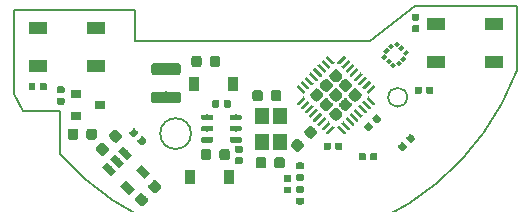
<source format=gtp>
%TF.GenerationSoftware,KiCad,Pcbnew,(6.0.0-rc1-dev-1-g01c5bdfb8)*%
%TF.CreationDate,2018-12-05T09:14:26+01:00*%
%TF.ProjectId,lightball,6C6967687462616C6C2E6B696361645F,rev?*%
%TF.SameCoordinates,Original*%
%TF.FileFunction,Paste,Top*%
%TF.FilePolarity,Positive*%
%FSLAX46Y46*%
G04 Gerber Fmt 4.6, Leading zero omitted, Abs format (unit mm)*
G04 Created by KiCad (PCBNEW (6.0.0-rc1-dev-1-g01c5bdfb8)) date Wed Dec  5 09:14:26 2018*
%MOMM*%
%LPD*%
G01*
G04 APERTURE LIST*
%ADD10C,0.150000*%
%ADD11C,0.100000*%
%ADD12C,0.875000*%
%ADD13R,1.200000X1.400000*%
%ADD14C,0.590000*%
%ADD15R,0.900000X1.200000*%
%ADD16C,0.350000*%
%ADD17R,1.500000X1.000000*%
%ADD18C,0.930000*%
%ADD19C,0.250000*%
%ADD20R,0.900000X0.800000*%
%ADD21C,0.650000*%
%ADD22C,1.000000*%
%ADD23C,0.475000*%
G04 APERTURE END LIST*
D10*
X73975000Y-113550000D02*
X72575000Y-113550000D01*
X73975000Y-117200000D02*
X73975000Y-113550000D01*
X112660414Y-110153935D02*
G75*
G02X73975000Y-117200000I-21460414J8103935D01*
G01*
X112675000Y-104650000D02*
X112663015Y-110154914D01*
X104050000Y-104650000D02*
X112675000Y-104650000D01*
X100250000Y-107650000D02*
X104050000Y-104650000D01*
X80300000Y-107650000D02*
X100250000Y-107650000D01*
X80300000Y-105000000D02*
X80300000Y-107650000D01*
X70050000Y-105000000D02*
X80300000Y-105000000D01*
X70050000Y-112150000D02*
X70050000Y-105000000D01*
X70850000Y-113550000D02*
X70050000Y-112150000D01*
X72575000Y-113550000D02*
X70850000Y-113550000D01*
X103375000Y-112400000D02*
G75*
G03X103375000Y-112400000I-800000J0D01*
G01*
X85075000Y-115475000D02*
G75*
G03X85075000Y-115475000I-1300000J0D01*
G01*
D11*
G36*
X77563397Y-116248914D02*
X77584632Y-116252064D01*
X77605456Y-116257280D01*
X77625668Y-116264512D01*
X77645074Y-116273691D01*
X77663487Y-116284727D01*
X77680730Y-116297515D01*
X77696636Y-116311931D01*
X78059029Y-116674324D01*
X78073445Y-116690230D01*
X78086233Y-116707473D01*
X78097269Y-116725886D01*
X78106448Y-116745292D01*
X78113680Y-116765504D01*
X78118896Y-116786328D01*
X78122046Y-116807563D01*
X78123099Y-116829004D01*
X78122046Y-116850445D01*
X78118896Y-116871680D01*
X78113680Y-116892504D01*
X78106448Y-116912716D01*
X78097269Y-116932122D01*
X78086233Y-116950535D01*
X78073445Y-116967778D01*
X78059029Y-116983684D01*
X77749670Y-117293043D01*
X77733764Y-117307459D01*
X77716521Y-117320247D01*
X77698108Y-117331283D01*
X77678702Y-117340462D01*
X77658490Y-117347694D01*
X77637666Y-117352910D01*
X77616431Y-117356060D01*
X77594990Y-117357113D01*
X77573549Y-117356060D01*
X77552314Y-117352910D01*
X77531490Y-117347694D01*
X77511278Y-117340462D01*
X77491872Y-117331283D01*
X77473459Y-117320247D01*
X77456216Y-117307459D01*
X77440310Y-117293043D01*
X77077917Y-116930650D01*
X77063501Y-116914744D01*
X77050713Y-116897501D01*
X77039677Y-116879088D01*
X77030498Y-116859682D01*
X77023266Y-116839470D01*
X77018050Y-116818646D01*
X77014900Y-116797411D01*
X77013847Y-116775970D01*
X77014900Y-116754529D01*
X77018050Y-116733294D01*
X77023266Y-116712470D01*
X77030498Y-116692258D01*
X77039677Y-116672852D01*
X77050713Y-116654439D01*
X77063501Y-116637196D01*
X77077917Y-116621290D01*
X77387276Y-116311931D01*
X77403182Y-116297515D01*
X77420425Y-116284727D01*
X77438838Y-116273691D01*
X77458244Y-116264512D01*
X77478456Y-116257280D01*
X77499280Y-116252064D01*
X77520515Y-116248914D01*
X77541956Y-116247861D01*
X77563397Y-116248914D01*
X77563397Y-116248914D01*
G37*
D12*
X77568473Y-116802487D03*
D11*
G36*
X78677091Y-115135220D02*
X78698326Y-115138370D01*
X78719150Y-115143586D01*
X78739362Y-115150818D01*
X78758768Y-115159997D01*
X78777181Y-115171033D01*
X78794424Y-115183821D01*
X78810330Y-115198237D01*
X79172723Y-115560630D01*
X79187139Y-115576536D01*
X79199927Y-115593779D01*
X79210963Y-115612192D01*
X79220142Y-115631598D01*
X79227374Y-115651810D01*
X79232590Y-115672634D01*
X79235740Y-115693869D01*
X79236793Y-115715310D01*
X79235740Y-115736751D01*
X79232590Y-115757986D01*
X79227374Y-115778810D01*
X79220142Y-115799022D01*
X79210963Y-115818428D01*
X79199927Y-115836841D01*
X79187139Y-115854084D01*
X79172723Y-115869990D01*
X78863364Y-116179349D01*
X78847458Y-116193765D01*
X78830215Y-116206553D01*
X78811802Y-116217589D01*
X78792396Y-116226768D01*
X78772184Y-116234000D01*
X78751360Y-116239216D01*
X78730125Y-116242366D01*
X78708684Y-116243419D01*
X78687243Y-116242366D01*
X78666008Y-116239216D01*
X78645184Y-116234000D01*
X78624972Y-116226768D01*
X78605566Y-116217589D01*
X78587153Y-116206553D01*
X78569910Y-116193765D01*
X78554004Y-116179349D01*
X78191611Y-115816956D01*
X78177195Y-115801050D01*
X78164407Y-115783807D01*
X78153371Y-115765394D01*
X78144192Y-115745988D01*
X78136960Y-115725776D01*
X78131744Y-115704952D01*
X78128594Y-115683717D01*
X78127541Y-115662276D01*
X78128594Y-115640835D01*
X78131744Y-115619600D01*
X78136960Y-115598776D01*
X78144192Y-115578564D01*
X78153371Y-115559158D01*
X78164407Y-115540745D01*
X78177195Y-115523502D01*
X78191611Y-115507596D01*
X78500970Y-115198237D01*
X78516876Y-115183821D01*
X78534119Y-115171033D01*
X78552532Y-115159997D01*
X78571938Y-115150818D01*
X78592150Y-115143586D01*
X78612974Y-115138370D01*
X78634209Y-115135220D01*
X78655650Y-115134167D01*
X78677091Y-115135220D01*
X78677091Y-115135220D01*
G37*
D12*
X78682167Y-115688793D03*
D11*
G36*
X76902571Y-115045253D02*
X76923806Y-115048403D01*
X76944630Y-115053619D01*
X76964842Y-115060851D01*
X76984248Y-115070030D01*
X77002661Y-115081066D01*
X77019904Y-115093854D01*
X77035810Y-115108270D01*
X77050226Y-115124176D01*
X77063014Y-115141419D01*
X77074050Y-115159832D01*
X77083229Y-115179238D01*
X77090461Y-115199450D01*
X77095677Y-115220274D01*
X77098827Y-115241509D01*
X77099880Y-115262950D01*
X77099880Y-115775450D01*
X77098827Y-115796891D01*
X77095677Y-115818126D01*
X77090461Y-115838950D01*
X77083229Y-115859162D01*
X77074050Y-115878568D01*
X77063014Y-115896981D01*
X77050226Y-115914224D01*
X77035810Y-115930130D01*
X77019904Y-115944546D01*
X77002661Y-115957334D01*
X76984248Y-115968370D01*
X76964842Y-115977549D01*
X76944630Y-115984781D01*
X76923806Y-115989997D01*
X76902571Y-115993147D01*
X76881130Y-115994200D01*
X76443630Y-115994200D01*
X76422189Y-115993147D01*
X76400954Y-115989997D01*
X76380130Y-115984781D01*
X76359918Y-115977549D01*
X76340512Y-115968370D01*
X76322099Y-115957334D01*
X76304856Y-115944546D01*
X76288950Y-115930130D01*
X76274534Y-115914224D01*
X76261746Y-115896981D01*
X76250710Y-115878568D01*
X76241531Y-115859162D01*
X76234299Y-115838950D01*
X76229083Y-115818126D01*
X76225933Y-115796891D01*
X76224880Y-115775450D01*
X76224880Y-115262950D01*
X76225933Y-115241509D01*
X76229083Y-115220274D01*
X76234299Y-115199450D01*
X76241531Y-115179238D01*
X76250710Y-115159832D01*
X76261746Y-115141419D01*
X76274534Y-115124176D01*
X76288950Y-115108270D01*
X76304856Y-115093854D01*
X76322099Y-115081066D01*
X76340512Y-115070030D01*
X76359918Y-115060851D01*
X76380130Y-115053619D01*
X76400954Y-115048403D01*
X76422189Y-115045253D01*
X76443630Y-115044200D01*
X76881130Y-115044200D01*
X76902571Y-115045253D01*
X76902571Y-115045253D01*
G37*
D12*
X76662380Y-115519200D03*
D11*
G36*
X75327571Y-115045253D02*
X75348806Y-115048403D01*
X75369630Y-115053619D01*
X75389842Y-115060851D01*
X75409248Y-115070030D01*
X75427661Y-115081066D01*
X75444904Y-115093854D01*
X75460810Y-115108270D01*
X75475226Y-115124176D01*
X75488014Y-115141419D01*
X75499050Y-115159832D01*
X75508229Y-115179238D01*
X75515461Y-115199450D01*
X75520677Y-115220274D01*
X75523827Y-115241509D01*
X75524880Y-115262950D01*
X75524880Y-115775450D01*
X75523827Y-115796891D01*
X75520677Y-115818126D01*
X75515461Y-115838950D01*
X75508229Y-115859162D01*
X75499050Y-115878568D01*
X75488014Y-115896981D01*
X75475226Y-115914224D01*
X75460810Y-115930130D01*
X75444904Y-115944546D01*
X75427661Y-115957334D01*
X75409248Y-115968370D01*
X75389842Y-115977549D01*
X75369630Y-115984781D01*
X75348806Y-115989997D01*
X75327571Y-115993147D01*
X75306130Y-115994200D01*
X74868630Y-115994200D01*
X74847189Y-115993147D01*
X74825954Y-115989997D01*
X74805130Y-115984781D01*
X74784918Y-115977549D01*
X74765512Y-115968370D01*
X74747099Y-115957334D01*
X74729856Y-115944546D01*
X74713950Y-115930130D01*
X74699534Y-115914224D01*
X74686746Y-115896981D01*
X74675710Y-115878568D01*
X74666531Y-115859162D01*
X74659299Y-115838950D01*
X74654083Y-115818126D01*
X74650933Y-115796891D01*
X74649880Y-115775450D01*
X74649880Y-115262950D01*
X74650933Y-115241509D01*
X74654083Y-115220274D01*
X74659299Y-115199450D01*
X74666531Y-115179238D01*
X74675710Y-115159832D01*
X74686746Y-115141419D01*
X74699534Y-115124176D01*
X74713950Y-115108270D01*
X74729856Y-115093854D01*
X74747099Y-115081066D01*
X74765512Y-115070030D01*
X74784918Y-115060851D01*
X74805130Y-115053619D01*
X74825954Y-115048403D01*
X74847189Y-115045253D01*
X74868630Y-115044200D01*
X75306130Y-115044200D01*
X75327571Y-115045253D01*
X75327571Y-115045253D01*
G37*
D12*
X75087380Y-115519200D03*
D13*
X91051480Y-113956920D03*
X91051480Y-116156920D03*
X92651480Y-116156920D03*
X92651480Y-113956920D03*
D11*
G36*
X88159851Y-116777533D02*
X88181086Y-116780683D01*
X88201910Y-116785899D01*
X88222122Y-116793131D01*
X88241528Y-116802310D01*
X88259941Y-116813346D01*
X88277184Y-116826134D01*
X88293090Y-116840550D01*
X88307506Y-116856456D01*
X88320294Y-116873699D01*
X88331330Y-116892112D01*
X88340509Y-116911518D01*
X88347741Y-116931730D01*
X88352957Y-116952554D01*
X88356107Y-116973789D01*
X88357160Y-116995230D01*
X88357160Y-117507730D01*
X88356107Y-117529171D01*
X88352957Y-117550406D01*
X88347741Y-117571230D01*
X88340509Y-117591442D01*
X88331330Y-117610848D01*
X88320294Y-117629261D01*
X88307506Y-117646504D01*
X88293090Y-117662410D01*
X88277184Y-117676826D01*
X88259941Y-117689614D01*
X88241528Y-117700650D01*
X88222122Y-117709829D01*
X88201910Y-117717061D01*
X88181086Y-117722277D01*
X88159851Y-117725427D01*
X88138410Y-117726480D01*
X87700910Y-117726480D01*
X87679469Y-117725427D01*
X87658234Y-117722277D01*
X87637410Y-117717061D01*
X87617198Y-117709829D01*
X87597792Y-117700650D01*
X87579379Y-117689614D01*
X87562136Y-117676826D01*
X87546230Y-117662410D01*
X87531814Y-117646504D01*
X87519026Y-117629261D01*
X87507990Y-117610848D01*
X87498811Y-117591442D01*
X87491579Y-117571230D01*
X87486363Y-117550406D01*
X87483213Y-117529171D01*
X87482160Y-117507730D01*
X87482160Y-116995230D01*
X87483213Y-116973789D01*
X87486363Y-116952554D01*
X87491579Y-116931730D01*
X87498811Y-116911518D01*
X87507990Y-116892112D01*
X87519026Y-116873699D01*
X87531814Y-116856456D01*
X87546230Y-116840550D01*
X87562136Y-116826134D01*
X87579379Y-116813346D01*
X87597792Y-116802310D01*
X87617198Y-116793131D01*
X87637410Y-116785899D01*
X87658234Y-116780683D01*
X87679469Y-116777533D01*
X87700910Y-116776480D01*
X88138410Y-116776480D01*
X88159851Y-116777533D01*
X88159851Y-116777533D01*
G37*
D12*
X87919660Y-117251480D03*
D11*
G36*
X86584851Y-116777533D02*
X86606086Y-116780683D01*
X86626910Y-116785899D01*
X86647122Y-116793131D01*
X86666528Y-116802310D01*
X86684941Y-116813346D01*
X86702184Y-116826134D01*
X86718090Y-116840550D01*
X86732506Y-116856456D01*
X86745294Y-116873699D01*
X86756330Y-116892112D01*
X86765509Y-116911518D01*
X86772741Y-116931730D01*
X86777957Y-116952554D01*
X86781107Y-116973789D01*
X86782160Y-116995230D01*
X86782160Y-117507730D01*
X86781107Y-117529171D01*
X86777957Y-117550406D01*
X86772741Y-117571230D01*
X86765509Y-117591442D01*
X86756330Y-117610848D01*
X86745294Y-117629261D01*
X86732506Y-117646504D01*
X86718090Y-117662410D01*
X86702184Y-117676826D01*
X86684941Y-117689614D01*
X86666528Y-117700650D01*
X86647122Y-117709829D01*
X86626910Y-117717061D01*
X86606086Y-117722277D01*
X86584851Y-117725427D01*
X86563410Y-117726480D01*
X86125910Y-117726480D01*
X86104469Y-117725427D01*
X86083234Y-117722277D01*
X86062410Y-117717061D01*
X86042198Y-117709829D01*
X86022792Y-117700650D01*
X86004379Y-117689614D01*
X85987136Y-117676826D01*
X85971230Y-117662410D01*
X85956814Y-117646504D01*
X85944026Y-117629261D01*
X85932990Y-117610848D01*
X85923811Y-117591442D01*
X85916579Y-117571230D01*
X85911363Y-117550406D01*
X85908213Y-117529171D01*
X85907160Y-117507730D01*
X85907160Y-116995230D01*
X85908213Y-116973789D01*
X85911363Y-116952554D01*
X85916579Y-116931730D01*
X85923811Y-116911518D01*
X85932990Y-116892112D01*
X85944026Y-116873699D01*
X85956814Y-116856456D01*
X85971230Y-116840550D01*
X85987136Y-116826134D01*
X86004379Y-116813346D01*
X86022792Y-116802310D01*
X86042198Y-116793131D01*
X86062410Y-116785899D01*
X86083234Y-116780683D01*
X86104469Y-116777533D01*
X86125910Y-116776480D01*
X86563410Y-116776480D01*
X86584851Y-116777533D01*
X86584851Y-116777533D01*
G37*
D12*
X86344660Y-117251480D03*
D11*
G36*
X92531191Y-111794053D02*
X92552426Y-111797203D01*
X92573250Y-111802419D01*
X92593462Y-111809651D01*
X92612868Y-111818830D01*
X92631281Y-111829866D01*
X92648524Y-111842654D01*
X92664430Y-111857070D01*
X92678846Y-111872976D01*
X92691634Y-111890219D01*
X92702670Y-111908632D01*
X92711849Y-111928038D01*
X92719081Y-111948250D01*
X92724297Y-111969074D01*
X92727447Y-111990309D01*
X92728500Y-112011750D01*
X92728500Y-112524250D01*
X92727447Y-112545691D01*
X92724297Y-112566926D01*
X92719081Y-112587750D01*
X92711849Y-112607962D01*
X92702670Y-112627368D01*
X92691634Y-112645781D01*
X92678846Y-112663024D01*
X92664430Y-112678930D01*
X92648524Y-112693346D01*
X92631281Y-112706134D01*
X92612868Y-112717170D01*
X92593462Y-112726349D01*
X92573250Y-112733581D01*
X92552426Y-112738797D01*
X92531191Y-112741947D01*
X92509750Y-112743000D01*
X92072250Y-112743000D01*
X92050809Y-112741947D01*
X92029574Y-112738797D01*
X92008750Y-112733581D01*
X91988538Y-112726349D01*
X91969132Y-112717170D01*
X91950719Y-112706134D01*
X91933476Y-112693346D01*
X91917570Y-112678930D01*
X91903154Y-112663024D01*
X91890366Y-112645781D01*
X91879330Y-112627368D01*
X91870151Y-112607962D01*
X91862919Y-112587750D01*
X91857703Y-112566926D01*
X91854553Y-112545691D01*
X91853500Y-112524250D01*
X91853500Y-112011750D01*
X91854553Y-111990309D01*
X91857703Y-111969074D01*
X91862919Y-111948250D01*
X91870151Y-111928038D01*
X91879330Y-111908632D01*
X91890366Y-111890219D01*
X91903154Y-111872976D01*
X91917570Y-111857070D01*
X91933476Y-111842654D01*
X91950719Y-111829866D01*
X91969132Y-111818830D01*
X91988538Y-111809651D01*
X92008750Y-111802419D01*
X92029574Y-111797203D01*
X92050809Y-111794053D01*
X92072250Y-111793000D01*
X92509750Y-111793000D01*
X92531191Y-111794053D01*
X92531191Y-111794053D01*
G37*
D12*
X92291000Y-112268000D03*
D11*
G36*
X90956191Y-111794053D02*
X90977426Y-111797203D01*
X90998250Y-111802419D01*
X91018462Y-111809651D01*
X91037868Y-111818830D01*
X91056281Y-111829866D01*
X91073524Y-111842654D01*
X91089430Y-111857070D01*
X91103846Y-111872976D01*
X91116634Y-111890219D01*
X91127670Y-111908632D01*
X91136849Y-111928038D01*
X91144081Y-111948250D01*
X91149297Y-111969074D01*
X91152447Y-111990309D01*
X91153500Y-112011750D01*
X91153500Y-112524250D01*
X91152447Y-112545691D01*
X91149297Y-112566926D01*
X91144081Y-112587750D01*
X91136849Y-112607962D01*
X91127670Y-112627368D01*
X91116634Y-112645781D01*
X91103846Y-112663024D01*
X91089430Y-112678930D01*
X91073524Y-112693346D01*
X91056281Y-112706134D01*
X91037868Y-112717170D01*
X91018462Y-112726349D01*
X90998250Y-112733581D01*
X90977426Y-112738797D01*
X90956191Y-112741947D01*
X90934750Y-112743000D01*
X90497250Y-112743000D01*
X90475809Y-112741947D01*
X90454574Y-112738797D01*
X90433750Y-112733581D01*
X90413538Y-112726349D01*
X90394132Y-112717170D01*
X90375719Y-112706134D01*
X90358476Y-112693346D01*
X90342570Y-112678930D01*
X90328154Y-112663024D01*
X90315366Y-112645781D01*
X90304330Y-112627368D01*
X90295151Y-112607962D01*
X90287919Y-112587750D01*
X90282703Y-112566926D01*
X90279553Y-112545691D01*
X90278500Y-112524250D01*
X90278500Y-112011750D01*
X90279553Y-111990309D01*
X90282703Y-111969074D01*
X90287919Y-111948250D01*
X90295151Y-111928038D01*
X90304330Y-111908632D01*
X90315366Y-111890219D01*
X90328154Y-111872976D01*
X90342570Y-111857070D01*
X90358476Y-111842654D01*
X90375719Y-111829866D01*
X90394132Y-111818830D01*
X90413538Y-111809651D01*
X90433750Y-111802419D01*
X90454574Y-111797203D01*
X90475809Y-111794053D01*
X90497250Y-111793000D01*
X90934750Y-111793000D01*
X90956191Y-111794053D01*
X90956191Y-111794053D01*
G37*
D12*
X90716000Y-112268000D03*
D11*
G36*
X92813131Y-117468413D02*
X92834366Y-117471563D01*
X92855190Y-117476779D01*
X92875402Y-117484011D01*
X92894808Y-117493190D01*
X92913221Y-117504226D01*
X92930464Y-117517014D01*
X92946370Y-117531430D01*
X92960786Y-117547336D01*
X92973574Y-117564579D01*
X92984610Y-117582992D01*
X92993789Y-117602398D01*
X93001021Y-117622610D01*
X93006237Y-117643434D01*
X93009387Y-117664669D01*
X93010440Y-117686110D01*
X93010440Y-118198610D01*
X93009387Y-118220051D01*
X93006237Y-118241286D01*
X93001021Y-118262110D01*
X92993789Y-118282322D01*
X92984610Y-118301728D01*
X92973574Y-118320141D01*
X92960786Y-118337384D01*
X92946370Y-118353290D01*
X92930464Y-118367706D01*
X92913221Y-118380494D01*
X92894808Y-118391530D01*
X92875402Y-118400709D01*
X92855190Y-118407941D01*
X92834366Y-118413157D01*
X92813131Y-118416307D01*
X92791690Y-118417360D01*
X92354190Y-118417360D01*
X92332749Y-118416307D01*
X92311514Y-118413157D01*
X92290690Y-118407941D01*
X92270478Y-118400709D01*
X92251072Y-118391530D01*
X92232659Y-118380494D01*
X92215416Y-118367706D01*
X92199510Y-118353290D01*
X92185094Y-118337384D01*
X92172306Y-118320141D01*
X92161270Y-118301728D01*
X92152091Y-118282322D01*
X92144859Y-118262110D01*
X92139643Y-118241286D01*
X92136493Y-118220051D01*
X92135440Y-118198610D01*
X92135440Y-117686110D01*
X92136493Y-117664669D01*
X92139643Y-117643434D01*
X92144859Y-117622610D01*
X92152091Y-117602398D01*
X92161270Y-117582992D01*
X92172306Y-117564579D01*
X92185094Y-117547336D01*
X92199510Y-117531430D01*
X92215416Y-117517014D01*
X92232659Y-117504226D01*
X92251072Y-117493190D01*
X92270478Y-117484011D01*
X92290690Y-117476779D01*
X92311514Y-117471563D01*
X92332749Y-117468413D01*
X92354190Y-117467360D01*
X92791690Y-117467360D01*
X92813131Y-117468413D01*
X92813131Y-117468413D01*
G37*
D12*
X92572940Y-117942360D03*
D11*
G36*
X91238131Y-117468413D02*
X91259366Y-117471563D01*
X91280190Y-117476779D01*
X91300402Y-117484011D01*
X91319808Y-117493190D01*
X91338221Y-117504226D01*
X91355464Y-117517014D01*
X91371370Y-117531430D01*
X91385786Y-117547336D01*
X91398574Y-117564579D01*
X91409610Y-117582992D01*
X91418789Y-117602398D01*
X91426021Y-117622610D01*
X91431237Y-117643434D01*
X91434387Y-117664669D01*
X91435440Y-117686110D01*
X91435440Y-118198610D01*
X91434387Y-118220051D01*
X91431237Y-118241286D01*
X91426021Y-118262110D01*
X91418789Y-118282322D01*
X91409610Y-118301728D01*
X91398574Y-118320141D01*
X91385786Y-118337384D01*
X91371370Y-118353290D01*
X91355464Y-118367706D01*
X91338221Y-118380494D01*
X91319808Y-118391530D01*
X91300402Y-118400709D01*
X91280190Y-118407941D01*
X91259366Y-118413157D01*
X91238131Y-118416307D01*
X91216690Y-118417360D01*
X90779190Y-118417360D01*
X90757749Y-118416307D01*
X90736514Y-118413157D01*
X90715690Y-118407941D01*
X90695478Y-118400709D01*
X90676072Y-118391530D01*
X90657659Y-118380494D01*
X90640416Y-118367706D01*
X90624510Y-118353290D01*
X90610094Y-118337384D01*
X90597306Y-118320141D01*
X90586270Y-118301728D01*
X90577091Y-118282322D01*
X90569859Y-118262110D01*
X90564643Y-118241286D01*
X90561493Y-118220051D01*
X90560440Y-118198610D01*
X90560440Y-117686110D01*
X90561493Y-117664669D01*
X90564643Y-117643434D01*
X90569859Y-117622610D01*
X90577091Y-117602398D01*
X90586270Y-117582992D01*
X90597306Y-117564579D01*
X90610094Y-117547336D01*
X90624510Y-117531430D01*
X90640416Y-117517014D01*
X90657659Y-117504226D01*
X90676072Y-117493190D01*
X90695478Y-117484011D01*
X90715690Y-117476779D01*
X90736514Y-117471563D01*
X90757749Y-117468413D01*
X90779190Y-117467360D01*
X91216690Y-117467360D01*
X91238131Y-117468413D01*
X91238131Y-117468413D01*
G37*
D12*
X90997940Y-117942360D03*
D11*
G36*
X94088637Y-115908554D02*
X94109872Y-115911704D01*
X94130696Y-115916920D01*
X94150908Y-115924152D01*
X94170314Y-115933331D01*
X94188727Y-115944367D01*
X94205970Y-115957155D01*
X94221876Y-115971571D01*
X94584269Y-116333964D01*
X94598685Y-116349870D01*
X94611473Y-116367113D01*
X94622509Y-116385526D01*
X94631688Y-116404932D01*
X94638920Y-116425144D01*
X94644136Y-116445968D01*
X94647286Y-116467203D01*
X94648339Y-116488644D01*
X94647286Y-116510085D01*
X94644136Y-116531320D01*
X94638920Y-116552144D01*
X94631688Y-116572356D01*
X94622509Y-116591762D01*
X94611473Y-116610175D01*
X94598685Y-116627418D01*
X94584269Y-116643324D01*
X94274910Y-116952683D01*
X94259004Y-116967099D01*
X94241761Y-116979887D01*
X94223348Y-116990923D01*
X94203942Y-117000102D01*
X94183730Y-117007334D01*
X94162906Y-117012550D01*
X94141671Y-117015700D01*
X94120230Y-117016753D01*
X94098789Y-117015700D01*
X94077554Y-117012550D01*
X94056730Y-117007334D01*
X94036518Y-117000102D01*
X94017112Y-116990923D01*
X93998699Y-116979887D01*
X93981456Y-116967099D01*
X93965550Y-116952683D01*
X93603157Y-116590290D01*
X93588741Y-116574384D01*
X93575953Y-116557141D01*
X93564917Y-116538728D01*
X93555738Y-116519322D01*
X93548506Y-116499110D01*
X93543290Y-116478286D01*
X93540140Y-116457051D01*
X93539087Y-116435610D01*
X93540140Y-116414169D01*
X93543290Y-116392934D01*
X93548506Y-116372110D01*
X93555738Y-116351898D01*
X93564917Y-116332492D01*
X93575953Y-116314079D01*
X93588741Y-116296836D01*
X93603157Y-116280930D01*
X93912516Y-115971571D01*
X93928422Y-115957155D01*
X93945665Y-115944367D01*
X93964078Y-115933331D01*
X93983484Y-115924152D01*
X94003696Y-115916920D01*
X94024520Y-115911704D01*
X94045755Y-115908554D01*
X94067196Y-115907501D01*
X94088637Y-115908554D01*
X94088637Y-115908554D01*
G37*
D12*
X94093713Y-116462127D03*
D11*
G36*
X95202331Y-114794860D02*
X95223566Y-114798010D01*
X95244390Y-114803226D01*
X95264602Y-114810458D01*
X95284008Y-114819637D01*
X95302421Y-114830673D01*
X95319664Y-114843461D01*
X95335570Y-114857877D01*
X95697963Y-115220270D01*
X95712379Y-115236176D01*
X95725167Y-115253419D01*
X95736203Y-115271832D01*
X95745382Y-115291238D01*
X95752614Y-115311450D01*
X95757830Y-115332274D01*
X95760980Y-115353509D01*
X95762033Y-115374950D01*
X95760980Y-115396391D01*
X95757830Y-115417626D01*
X95752614Y-115438450D01*
X95745382Y-115458662D01*
X95736203Y-115478068D01*
X95725167Y-115496481D01*
X95712379Y-115513724D01*
X95697963Y-115529630D01*
X95388604Y-115838989D01*
X95372698Y-115853405D01*
X95355455Y-115866193D01*
X95337042Y-115877229D01*
X95317636Y-115886408D01*
X95297424Y-115893640D01*
X95276600Y-115898856D01*
X95255365Y-115902006D01*
X95233924Y-115903059D01*
X95212483Y-115902006D01*
X95191248Y-115898856D01*
X95170424Y-115893640D01*
X95150212Y-115886408D01*
X95130806Y-115877229D01*
X95112393Y-115866193D01*
X95095150Y-115853405D01*
X95079244Y-115838989D01*
X94716851Y-115476596D01*
X94702435Y-115460690D01*
X94689647Y-115443447D01*
X94678611Y-115425034D01*
X94669432Y-115405628D01*
X94662200Y-115385416D01*
X94656984Y-115364592D01*
X94653834Y-115343357D01*
X94652781Y-115321916D01*
X94653834Y-115300475D01*
X94656984Y-115279240D01*
X94662200Y-115258416D01*
X94669432Y-115238204D01*
X94678611Y-115218798D01*
X94689647Y-115200385D01*
X94702435Y-115183142D01*
X94716851Y-115167236D01*
X95026210Y-114857877D01*
X95042116Y-114843461D01*
X95059359Y-114830673D01*
X95077772Y-114819637D01*
X95097178Y-114810458D01*
X95117390Y-114803226D01*
X95138214Y-114798010D01*
X95159449Y-114794860D01*
X95180890Y-114793807D01*
X95202331Y-114794860D01*
X95202331Y-114794860D01*
G37*
D12*
X95207407Y-115348433D03*
D11*
G36*
X85782211Y-108888293D02*
X85803446Y-108891443D01*
X85824270Y-108896659D01*
X85844482Y-108903891D01*
X85863888Y-108913070D01*
X85882301Y-108924106D01*
X85899544Y-108936894D01*
X85915450Y-108951310D01*
X85929866Y-108967216D01*
X85942654Y-108984459D01*
X85953690Y-109002872D01*
X85962869Y-109022278D01*
X85970101Y-109042490D01*
X85975317Y-109063314D01*
X85978467Y-109084549D01*
X85979520Y-109105990D01*
X85979520Y-109618490D01*
X85978467Y-109639931D01*
X85975317Y-109661166D01*
X85970101Y-109681990D01*
X85962869Y-109702202D01*
X85953690Y-109721608D01*
X85942654Y-109740021D01*
X85929866Y-109757264D01*
X85915450Y-109773170D01*
X85899544Y-109787586D01*
X85882301Y-109800374D01*
X85863888Y-109811410D01*
X85844482Y-109820589D01*
X85824270Y-109827821D01*
X85803446Y-109833037D01*
X85782211Y-109836187D01*
X85760770Y-109837240D01*
X85323270Y-109837240D01*
X85301829Y-109836187D01*
X85280594Y-109833037D01*
X85259770Y-109827821D01*
X85239558Y-109820589D01*
X85220152Y-109811410D01*
X85201739Y-109800374D01*
X85184496Y-109787586D01*
X85168590Y-109773170D01*
X85154174Y-109757264D01*
X85141386Y-109740021D01*
X85130350Y-109721608D01*
X85121171Y-109702202D01*
X85113939Y-109681990D01*
X85108723Y-109661166D01*
X85105573Y-109639931D01*
X85104520Y-109618490D01*
X85104520Y-109105990D01*
X85105573Y-109084549D01*
X85108723Y-109063314D01*
X85113939Y-109042490D01*
X85121171Y-109022278D01*
X85130350Y-109002872D01*
X85141386Y-108984459D01*
X85154174Y-108967216D01*
X85168590Y-108951310D01*
X85184496Y-108936894D01*
X85201739Y-108924106D01*
X85220152Y-108913070D01*
X85239558Y-108903891D01*
X85259770Y-108896659D01*
X85280594Y-108891443D01*
X85301829Y-108888293D01*
X85323270Y-108887240D01*
X85760770Y-108887240D01*
X85782211Y-108888293D01*
X85782211Y-108888293D01*
G37*
D12*
X85542020Y-109362240D03*
D11*
G36*
X87357211Y-108888293D02*
X87378446Y-108891443D01*
X87399270Y-108896659D01*
X87419482Y-108903891D01*
X87438888Y-108913070D01*
X87457301Y-108924106D01*
X87474544Y-108936894D01*
X87490450Y-108951310D01*
X87504866Y-108967216D01*
X87517654Y-108984459D01*
X87528690Y-109002872D01*
X87537869Y-109022278D01*
X87545101Y-109042490D01*
X87550317Y-109063314D01*
X87553467Y-109084549D01*
X87554520Y-109105990D01*
X87554520Y-109618490D01*
X87553467Y-109639931D01*
X87550317Y-109661166D01*
X87545101Y-109681990D01*
X87537869Y-109702202D01*
X87528690Y-109721608D01*
X87517654Y-109740021D01*
X87504866Y-109757264D01*
X87490450Y-109773170D01*
X87474544Y-109787586D01*
X87457301Y-109800374D01*
X87438888Y-109811410D01*
X87419482Y-109820589D01*
X87399270Y-109827821D01*
X87378446Y-109833037D01*
X87357211Y-109836187D01*
X87335770Y-109837240D01*
X86898270Y-109837240D01*
X86876829Y-109836187D01*
X86855594Y-109833037D01*
X86834770Y-109827821D01*
X86814558Y-109820589D01*
X86795152Y-109811410D01*
X86776739Y-109800374D01*
X86759496Y-109787586D01*
X86743590Y-109773170D01*
X86729174Y-109757264D01*
X86716386Y-109740021D01*
X86705350Y-109721608D01*
X86696171Y-109702202D01*
X86688939Y-109681990D01*
X86683723Y-109661166D01*
X86680573Y-109639931D01*
X86679520Y-109618490D01*
X86679520Y-109105990D01*
X86680573Y-109084549D01*
X86683723Y-109063314D01*
X86688939Y-109042490D01*
X86696171Y-109022278D01*
X86705350Y-109002872D01*
X86716386Y-108984459D01*
X86729174Y-108967216D01*
X86743590Y-108951310D01*
X86759496Y-108936894D01*
X86776739Y-108924106D01*
X86795152Y-108913070D01*
X86814558Y-108903891D01*
X86834770Y-108896659D01*
X86855594Y-108891443D01*
X86876829Y-108888293D01*
X86898270Y-108887240D01*
X87335770Y-108887240D01*
X87357211Y-108888293D01*
X87357211Y-108888293D01*
G37*
D12*
X87117020Y-109362240D03*
D11*
G36*
X100103833Y-114519883D02*
X100118151Y-114522007D01*
X100132192Y-114525524D01*
X100145821Y-114530401D01*
X100158906Y-114536590D01*
X100171322Y-114544031D01*
X100182948Y-114552654D01*
X100193673Y-114562375D01*
X100437625Y-114806327D01*
X100447346Y-114817052D01*
X100455969Y-114828678D01*
X100463410Y-114841094D01*
X100469599Y-114854179D01*
X100474476Y-114867808D01*
X100477993Y-114881849D01*
X100480117Y-114896167D01*
X100480827Y-114910625D01*
X100480117Y-114925083D01*
X100477993Y-114939401D01*
X100474476Y-114953442D01*
X100469599Y-114967071D01*
X100463410Y-114980156D01*
X100455969Y-114992572D01*
X100447346Y-115004198D01*
X100437625Y-115014923D01*
X100229029Y-115223519D01*
X100218304Y-115233240D01*
X100206678Y-115241863D01*
X100194262Y-115249304D01*
X100181177Y-115255493D01*
X100167548Y-115260370D01*
X100153507Y-115263887D01*
X100139189Y-115266011D01*
X100124731Y-115266721D01*
X100110273Y-115266011D01*
X100095955Y-115263887D01*
X100081914Y-115260370D01*
X100068285Y-115255493D01*
X100055200Y-115249304D01*
X100042784Y-115241863D01*
X100031158Y-115233240D01*
X100020433Y-115223519D01*
X99776481Y-114979567D01*
X99766760Y-114968842D01*
X99758137Y-114957216D01*
X99750696Y-114944800D01*
X99744507Y-114931715D01*
X99739630Y-114918086D01*
X99736113Y-114904045D01*
X99733989Y-114889727D01*
X99733279Y-114875269D01*
X99733989Y-114860811D01*
X99736113Y-114846493D01*
X99739630Y-114832452D01*
X99744507Y-114818823D01*
X99750696Y-114805738D01*
X99758137Y-114793322D01*
X99766760Y-114781696D01*
X99776481Y-114770971D01*
X99985077Y-114562375D01*
X99995802Y-114552654D01*
X100007428Y-114544031D01*
X100019844Y-114536590D01*
X100032929Y-114530401D01*
X100046558Y-114525524D01*
X100060599Y-114522007D01*
X100074917Y-114519883D01*
X100089375Y-114519173D01*
X100103833Y-114519883D01*
X100103833Y-114519883D01*
G37*
D14*
X100107053Y-114892947D03*
D11*
G36*
X100789727Y-113833989D02*
X100804045Y-113836113D01*
X100818086Y-113839630D01*
X100831715Y-113844507D01*
X100844800Y-113850696D01*
X100857216Y-113858137D01*
X100868842Y-113866760D01*
X100879567Y-113876481D01*
X101123519Y-114120433D01*
X101133240Y-114131158D01*
X101141863Y-114142784D01*
X101149304Y-114155200D01*
X101155493Y-114168285D01*
X101160370Y-114181914D01*
X101163887Y-114195955D01*
X101166011Y-114210273D01*
X101166721Y-114224731D01*
X101166011Y-114239189D01*
X101163887Y-114253507D01*
X101160370Y-114267548D01*
X101155493Y-114281177D01*
X101149304Y-114294262D01*
X101141863Y-114306678D01*
X101133240Y-114318304D01*
X101123519Y-114329029D01*
X100914923Y-114537625D01*
X100904198Y-114547346D01*
X100892572Y-114555969D01*
X100880156Y-114563410D01*
X100867071Y-114569599D01*
X100853442Y-114574476D01*
X100839401Y-114577993D01*
X100825083Y-114580117D01*
X100810625Y-114580827D01*
X100796167Y-114580117D01*
X100781849Y-114577993D01*
X100767808Y-114574476D01*
X100754179Y-114569599D01*
X100741094Y-114563410D01*
X100728678Y-114555969D01*
X100717052Y-114547346D01*
X100706327Y-114537625D01*
X100462375Y-114293673D01*
X100452654Y-114282948D01*
X100444031Y-114271322D01*
X100436590Y-114258906D01*
X100430401Y-114245821D01*
X100425524Y-114232192D01*
X100422007Y-114218151D01*
X100419883Y-114203833D01*
X100419173Y-114189375D01*
X100419883Y-114174917D01*
X100422007Y-114160599D01*
X100425524Y-114146558D01*
X100430401Y-114132929D01*
X100436590Y-114119844D01*
X100444031Y-114107428D01*
X100452654Y-114095802D01*
X100462375Y-114085077D01*
X100670971Y-113876481D01*
X100681696Y-113866760D01*
X100693322Y-113858137D01*
X100705738Y-113850696D01*
X100718823Y-113844507D01*
X100732452Y-113839630D01*
X100746493Y-113836113D01*
X100760811Y-113833989D01*
X100775269Y-113833279D01*
X100789727Y-113833989D01*
X100789727Y-113833989D01*
G37*
D14*
X100792947Y-114207053D03*
D11*
G36*
X100707718Y-117109990D02*
X100722036Y-117112114D01*
X100736077Y-117115631D01*
X100749706Y-117120508D01*
X100762791Y-117126697D01*
X100775207Y-117134138D01*
X100786833Y-117142761D01*
X100797558Y-117152482D01*
X100807279Y-117163207D01*
X100815902Y-117174833D01*
X100823343Y-117187249D01*
X100829532Y-117200334D01*
X100834409Y-117213963D01*
X100837926Y-117228004D01*
X100840050Y-117242322D01*
X100840760Y-117256780D01*
X100840760Y-117601780D01*
X100840050Y-117616238D01*
X100837926Y-117630556D01*
X100834409Y-117644597D01*
X100829532Y-117658226D01*
X100823343Y-117671311D01*
X100815902Y-117683727D01*
X100807279Y-117695353D01*
X100797558Y-117706078D01*
X100786833Y-117715799D01*
X100775207Y-117724422D01*
X100762791Y-117731863D01*
X100749706Y-117738052D01*
X100736077Y-117742929D01*
X100722036Y-117746446D01*
X100707718Y-117748570D01*
X100693260Y-117749280D01*
X100398260Y-117749280D01*
X100383802Y-117748570D01*
X100369484Y-117746446D01*
X100355443Y-117742929D01*
X100341814Y-117738052D01*
X100328729Y-117731863D01*
X100316313Y-117724422D01*
X100304687Y-117715799D01*
X100293962Y-117706078D01*
X100284241Y-117695353D01*
X100275618Y-117683727D01*
X100268177Y-117671311D01*
X100261988Y-117658226D01*
X100257111Y-117644597D01*
X100253594Y-117630556D01*
X100251470Y-117616238D01*
X100250760Y-117601780D01*
X100250760Y-117256780D01*
X100251470Y-117242322D01*
X100253594Y-117228004D01*
X100257111Y-117213963D01*
X100261988Y-117200334D01*
X100268177Y-117187249D01*
X100275618Y-117174833D01*
X100284241Y-117163207D01*
X100293962Y-117152482D01*
X100304687Y-117142761D01*
X100316313Y-117134138D01*
X100328729Y-117126697D01*
X100341814Y-117120508D01*
X100355443Y-117115631D01*
X100369484Y-117112114D01*
X100383802Y-117109990D01*
X100398260Y-117109280D01*
X100693260Y-117109280D01*
X100707718Y-117109990D01*
X100707718Y-117109990D01*
G37*
D14*
X100545760Y-117429280D03*
D11*
G36*
X99737718Y-117109990D02*
X99752036Y-117112114D01*
X99766077Y-117115631D01*
X99779706Y-117120508D01*
X99792791Y-117126697D01*
X99805207Y-117134138D01*
X99816833Y-117142761D01*
X99827558Y-117152482D01*
X99837279Y-117163207D01*
X99845902Y-117174833D01*
X99853343Y-117187249D01*
X99859532Y-117200334D01*
X99864409Y-117213963D01*
X99867926Y-117228004D01*
X99870050Y-117242322D01*
X99870760Y-117256780D01*
X99870760Y-117601780D01*
X99870050Y-117616238D01*
X99867926Y-117630556D01*
X99864409Y-117644597D01*
X99859532Y-117658226D01*
X99853343Y-117671311D01*
X99845902Y-117683727D01*
X99837279Y-117695353D01*
X99827558Y-117706078D01*
X99816833Y-117715799D01*
X99805207Y-117724422D01*
X99792791Y-117731863D01*
X99779706Y-117738052D01*
X99766077Y-117742929D01*
X99752036Y-117746446D01*
X99737718Y-117748570D01*
X99723260Y-117749280D01*
X99428260Y-117749280D01*
X99413802Y-117748570D01*
X99399484Y-117746446D01*
X99385443Y-117742929D01*
X99371814Y-117738052D01*
X99358729Y-117731863D01*
X99346313Y-117724422D01*
X99334687Y-117715799D01*
X99323962Y-117706078D01*
X99314241Y-117695353D01*
X99305618Y-117683727D01*
X99298177Y-117671311D01*
X99291988Y-117658226D01*
X99287111Y-117644597D01*
X99283594Y-117630556D01*
X99281470Y-117616238D01*
X99280760Y-117601780D01*
X99280760Y-117256780D01*
X99281470Y-117242322D01*
X99283594Y-117228004D01*
X99287111Y-117213963D01*
X99291988Y-117200334D01*
X99298177Y-117187249D01*
X99305618Y-117174833D01*
X99314241Y-117163207D01*
X99323962Y-117152482D01*
X99334687Y-117142761D01*
X99346313Y-117134138D01*
X99358729Y-117126697D01*
X99371814Y-117120508D01*
X99385443Y-117115631D01*
X99399484Y-117112114D01*
X99413802Y-117109990D01*
X99428260Y-117109280D01*
X99723260Y-117109280D01*
X99737718Y-117109990D01*
X99737718Y-117109990D01*
G37*
D14*
X99575760Y-117429280D03*
D15*
X84984320Y-119181880D03*
X88284320Y-119181880D03*
X88599280Y-111241840D03*
X85299280Y-111241840D03*
D16*
X101985840Y-108082287D03*
D11*
G36*
X101975233Y-108340381D02*
X101727746Y-108092894D01*
X101996447Y-107824193D01*
X102243934Y-108071680D01*
X101975233Y-108340381D01*
X101975233Y-108340381D01*
G37*
D16*
X101632287Y-108435840D03*
D11*
G36*
X101621680Y-108693934D02*
X101374193Y-108446447D01*
X101642894Y-108177746D01*
X101890381Y-108425233D01*
X101621680Y-108693934D01*
X101621680Y-108693934D01*
G37*
D16*
X101455510Y-108987383D03*
D11*
G36*
X101444903Y-109245477D02*
X101197416Y-108997990D01*
X101466117Y-108729289D01*
X101713604Y-108976776D01*
X101444903Y-109245477D01*
X101444903Y-109245477D01*
G37*
D16*
X101809063Y-109340937D03*
D11*
G36*
X101798456Y-109599031D02*
X101550969Y-109351544D01*
X101819670Y-109082843D01*
X102067157Y-109330330D01*
X101798456Y-109599031D01*
X101798456Y-109599031D01*
G37*
D16*
X102162617Y-109694490D03*
D11*
G36*
X102152010Y-109952584D02*
X101904523Y-109705097D01*
X102173224Y-109436396D01*
X102420711Y-109683883D01*
X102152010Y-109952584D01*
X102152010Y-109952584D01*
G37*
D16*
X102714160Y-109517713D03*
D11*
G36*
X102703553Y-109775807D02*
X102456066Y-109528320D01*
X102724767Y-109259619D01*
X102972254Y-109507106D01*
X102703553Y-109775807D01*
X102703553Y-109775807D01*
G37*
D16*
X103067713Y-109164160D03*
D11*
G36*
X103057106Y-109422254D02*
X102809619Y-109174767D01*
X103078320Y-108906066D01*
X103325807Y-109153553D01*
X103057106Y-109422254D01*
X103057106Y-109422254D01*
G37*
D16*
X103244490Y-108612617D03*
D11*
G36*
X103233883Y-108870711D02*
X102986396Y-108623224D01*
X103255097Y-108354523D01*
X103502584Y-108602010D01*
X103233883Y-108870711D01*
X103233883Y-108870711D01*
G37*
D16*
X102890937Y-108259063D03*
D11*
G36*
X102880330Y-108517157D02*
X102632843Y-108269670D01*
X102901544Y-108000969D01*
X103149031Y-108248456D01*
X102880330Y-108517157D01*
X102880330Y-108517157D01*
G37*
D16*
X102537383Y-107905510D03*
D11*
G36*
X102526776Y-108163604D02*
X102279289Y-107916117D01*
X102547990Y-107647416D01*
X102795477Y-107894903D01*
X102526776Y-108163604D01*
X102526776Y-108163604D01*
G37*
G36*
X71776958Y-111180710D02*
X71791276Y-111182834D01*
X71805317Y-111186351D01*
X71818946Y-111191228D01*
X71832031Y-111197417D01*
X71844447Y-111204858D01*
X71856073Y-111213481D01*
X71866798Y-111223202D01*
X71876519Y-111233927D01*
X71885142Y-111245553D01*
X71892583Y-111257969D01*
X71898772Y-111271054D01*
X71903649Y-111284683D01*
X71907166Y-111298724D01*
X71909290Y-111313042D01*
X71910000Y-111327500D01*
X71910000Y-111672500D01*
X71909290Y-111686958D01*
X71907166Y-111701276D01*
X71903649Y-111715317D01*
X71898772Y-111728946D01*
X71892583Y-111742031D01*
X71885142Y-111754447D01*
X71876519Y-111766073D01*
X71866798Y-111776798D01*
X71856073Y-111786519D01*
X71844447Y-111795142D01*
X71832031Y-111802583D01*
X71818946Y-111808772D01*
X71805317Y-111813649D01*
X71791276Y-111817166D01*
X71776958Y-111819290D01*
X71762500Y-111820000D01*
X71467500Y-111820000D01*
X71453042Y-111819290D01*
X71438724Y-111817166D01*
X71424683Y-111813649D01*
X71411054Y-111808772D01*
X71397969Y-111802583D01*
X71385553Y-111795142D01*
X71373927Y-111786519D01*
X71363202Y-111776798D01*
X71353481Y-111766073D01*
X71344858Y-111754447D01*
X71337417Y-111742031D01*
X71331228Y-111728946D01*
X71326351Y-111715317D01*
X71322834Y-111701276D01*
X71320710Y-111686958D01*
X71320000Y-111672500D01*
X71320000Y-111327500D01*
X71320710Y-111313042D01*
X71322834Y-111298724D01*
X71326351Y-111284683D01*
X71331228Y-111271054D01*
X71337417Y-111257969D01*
X71344858Y-111245553D01*
X71353481Y-111233927D01*
X71363202Y-111223202D01*
X71373927Y-111213481D01*
X71385553Y-111204858D01*
X71397969Y-111197417D01*
X71411054Y-111191228D01*
X71424683Y-111186351D01*
X71438724Y-111182834D01*
X71453042Y-111180710D01*
X71467500Y-111180000D01*
X71762500Y-111180000D01*
X71776958Y-111180710D01*
X71776958Y-111180710D01*
G37*
D14*
X71615000Y-111500000D03*
D11*
G36*
X72746958Y-111180710D02*
X72761276Y-111182834D01*
X72775317Y-111186351D01*
X72788946Y-111191228D01*
X72802031Y-111197417D01*
X72814447Y-111204858D01*
X72826073Y-111213481D01*
X72836798Y-111223202D01*
X72846519Y-111233927D01*
X72855142Y-111245553D01*
X72862583Y-111257969D01*
X72868772Y-111271054D01*
X72873649Y-111284683D01*
X72877166Y-111298724D01*
X72879290Y-111313042D01*
X72880000Y-111327500D01*
X72880000Y-111672500D01*
X72879290Y-111686958D01*
X72877166Y-111701276D01*
X72873649Y-111715317D01*
X72868772Y-111728946D01*
X72862583Y-111742031D01*
X72855142Y-111754447D01*
X72846519Y-111766073D01*
X72836798Y-111776798D01*
X72826073Y-111786519D01*
X72814447Y-111795142D01*
X72802031Y-111802583D01*
X72788946Y-111808772D01*
X72775317Y-111813649D01*
X72761276Y-111817166D01*
X72746958Y-111819290D01*
X72732500Y-111820000D01*
X72437500Y-111820000D01*
X72423042Y-111819290D01*
X72408724Y-111817166D01*
X72394683Y-111813649D01*
X72381054Y-111808772D01*
X72367969Y-111802583D01*
X72355553Y-111795142D01*
X72343927Y-111786519D01*
X72333202Y-111776798D01*
X72323481Y-111766073D01*
X72314858Y-111754447D01*
X72307417Y-111742031D01*
X72301228Y-111728946D01*
X72296351Y-111715317D01*
X72292834Y-111701276D01*
X72290710Y-111686958D01*
X72290000Y-111672500D01*
X72290000Y-111327500D01*
X72290710Y-111313042D01*
X72292834Y-111298724D01*
X72296351Y-111284683D01*
X72301228Y-111271054D01*
X72307417Y-111257969D01*
X72314858Y-111245553D01*
X72323481Y-111233927D01*
X72333202Y-111223202D01*
X72343927Y-111213481D01*
X72355553Y-111204858D01*
X72367969Y-111197417D01*
X72381054Y-111191228D01*
X72394683Y-111186351D01*
X72408724Y-111182834D01*
X72423042Y-111180710D01*
X72437500Y-111180000D01*
X72732500Y-111180000D01*
X72746958Y-111180710D01*
X72746958Y-111180710D01*
G37*
D14*
X72585000Y-111500000D03*
D11*
G36*
X88307438Y-112639590D02*
X88321756Y-112641714D01*
X88335797Y-112645231D01*
X88349426Y-112650108D01*
X88362511Y-112656297D01*
X88374927Y-112663738D01*
X88386553Y-112672361D01*
X88397278Y-112682082D01*
X88406999Y-112692807D01*
X88415622Y-112704433D01*
X88423063Y-112716849D01*
X88429252Y-112729934D01*
X88434129Y-112743563D01*
X88437646Y-112757604D01*
X88439770Y-112771922D01*
X88440480Y-112786380D01*
X88440480Y-113131380D01*
X88439770Y-113145838D01*
X88437646Y-113160156D01*
X88434129Y-113174197D01*
X88429252Y-113187826D01*
X88423063Y-113200911D01*
X88415622Y-113213327D01*
X88406999Y-113224953D01*
X88397278Y-113235678D01*
X88386553Y-113245399D01*
X88374927Y-113254022D01*
X88362511Y-113261463D01*
X88349426Y-113267652D01*
X88335797Y-113272529D01*
X88321756Y-113276046D01*
X88307438Y-113278170D01*
X88292980Y-113278880D01*
X87997980Y-113278880D01*
X87983522Y-113278170D01*
X87969204Y-113276046D01*
X87955163Y-113272529D01*
X87941534Y-113267652D01*
X87928449Y-113261463D01*
X87916033Y-113254022D01*
X87904407Y-113245399D01*
X87893682Y-113235678D01*
X87883961Y-113224953D01*
X87875338Y-113213327D01*
X87867897Y-113200911D01*
X87861708Y-113187826D01*
X87856831Y-113174197D01*
X87853314Y-113160156D01*
X87851190Y-113145838D01*
X87850480Y-113131380D01*
X87850480Y-112786380D01*
X87851190Y-112771922D01*
X87853314Y-112757604D01*
X87856831Y-112743563D01*
X87861708Y-112729934D01*
X87867897Y-112716849D01*
X87875338Y-112704433D01*
X87883961Y-112692807D01*
X87893682Y-112682082D01*
X87904407Y-112672361D01*
X87916033Y-112663738D01*
X87928449Y-112656297D01*
X87941534Y-112650108D01*
X87955163Y-112645231D01*
X87969204Y-112641714D01*
X87983522Y-112639590D01*
X87997980Y-112638880D01*
X88292980Y-112638880D01*
X88307438Y-112639590D01*
X88307438Y-112639590D01*
G37*
D14*
X88145480Y-112958880D03*
D11*
G36*
X87337438Y-112639590D02*
X87351756Y-112641714D01*
X87365797Y-112645231D01*
X87379426Y-112650108D01*
X87392511Y-112656297D01*
X87404927Y-112663738D01*
X87416553Y-112672361D01*
X87427278Y-112682082D01*
X87436999Y-112692807D01*
X87445622Y-112704433D01*
X87453063Y-112716849D01*
X87459252Y-112729934D01*
X87464129Y-112743563D01*
X87467646Y-112757604D01*
X87469770Y-112771922D01*
X87470480Y-112786380D01*
X87470480Y-113131380D01*
X87469770Y-113145838D01*
X87467646Y-113160156D01*
X87464129Y-113174197D01*
X87459252Y-113187826D01*
X87453063Y-113200911D01*
X87445622Y-113213327D01*
X87436999Y-113224953D01*
X87427278Y-113235678D01*
X87416553Y-113245399D01*
X87404927Y-113254022D01*
X87392511Y-113261463D01*
X87379426Y-113267652D01*
X87365797Y-113272529D01*
X87351756Y-113276046D01*
X87337438Y-113278170D01*
X87322980Y-113278880D01*
X87027980Y-113278880D01*
X87013522Y-113278170D01*
X86999204Y-113276046D01*
X86985163Y-113272529D01*
X86971534Y-113267652D01*
X86958449Y-113261463D01*
X86946033Y-113254022D01*
X86934407Y-113245399D01*
X86923682Y-113235678D01*
X86913961Y-113224953D01*
X86905338Y-113213327D01*
X86897897Y-113200911D01*
X86891708Y-113187826D01*
X86886831Y-113174197D01*
X86883314Y-113160156D01*
X86881190Y-113145838D01*
X86880480Y-113131380D01*
X86880480Y-112786380D01*
X86881190Y-112771922D01*
X86883314Y-112757604D01*
X86886831Y-112743563D01*
X86891708Y-112729934D01*
X86897897Y-112716849D01*
X86905338Y-112704433D01*
X86913961Y-112692807D01*
X86923682Y-112682082D01*
X86934407Y-112672361D01*
X86946033Y-112663738D01*
X86958449Y-112656297D01*
X86971534Y-112650108D01*
X86985163Y-112645231D01*
X86999204Y-112641714D01*
X87013522Y-112639590D01*
X87027980Y-112638880D01*
X87322980Y-112638880D01*
X87337438Y-112639590D01*
X87337438Y-112639590D01*
G37*
D14*
X87175480Y-112958880D03*
D11*
G36*
X96776958Y-116230710D02*
X96791276Y-116232834D01*
X96805317Y-116236351D01*
X96818946Y-116241228D01*
X96832031Y-116247417D01*
X96844447Y-116254858D01*
X96856073Y-116263481D01*
X96866798Y-116273202D01*
X96876519Y-116283927D01*
X96885142Y-116295553D01*
X96892583Y-116307969D01*
X96898772Y-116321054D01*
X96903649Y-116334683D01*
X96907166Y-116348724D01*
X96909290Y-116363042D01*
X96910000Y-116377500D01*
X96910000Y-116722500D01*
X96909290Y-116736958D01*
X96907166Y-116751276D01*
X96903649Y-116765317D01*
X96898772Y-116778946D01*
X96892583Y-116792031D01*
X96885142Y-116804447D01*
X96876519Y-116816073D01*
X96866798Y-116826798D01*
X96856073Y-116836519D01*
X96844447Y-116845142D01*
X96832031Y-116852583D01*
X96818946Y-116858772D01*
X96805317Y-116863649D01*
X96791276Y-116867166D01*
X96776958Y-116869290D01*
X96762500Y-116870000D01*
X96467500Y-116870000D01*
X96453042Y-116869290D01*
X96438724Y-116867166D01*
X96424683Y-116863649D01*
X96411054Y-116858772D01*
X96397969Y-116852583D01*
X96385553Y-116845142D01*
X96373927Y-116836519D01*
X96363202Y-116826798D01*
X96353481Y-116816073D01*
X96344858Y-116804447D01*
X96337417Y-116792031D01*
X96331228Y-116778946D01*
X96326351Y-116765317D01*
X96322834Y-116751276D01*
X96320710Y-116736958D01*
X96320000Y-116722500D01*
X96320000Y-116377500D01*
X96320710Y-116363042D01*
X96322834Y-116348724D01*
X96326351Y-116334683D01*
X96331228Y-116321054D01*
X96337417Y-116307969D01*
X96344858Y-116295553D01*
X96353481Y-116283927D01*
X96363202Y-116273202D01*
X96373927Y-116263481D01*
X96385553Y-116254858D01*
X96397969Y-116247417D01*
X96411054Y-116241228D01*
X96424683Y-116236351D01*
X96438724Y-116232834D01*
X96453042Y-116230710D01*
X96467500Y-116230000D01*
X96762500Y-116230000D01*
X96776958Y-116230710D01*
X96776958Y-116230710D01*
G37*
D14*
X96615000Y-116550000D03*
D11*
G36*
X97746958Y-116230710D02*
X97761276Y-116232834D01*
X97775317Y-116236351D01*
X97788946Y-116241228D01*
X97802031Y-116247417D01*
X97814447Y-116254858D01*
X97826073Y-116263481D01*
X97836798Y-116273202D01*
X97846519Y-116283927D01*
X97855142Y-116295553D01*
X97862583Y-116307969D01*
X97868772Y-116321054D01*
X97873649Y-116334683D01*
X97877166Y-116348724D01*
X97879290Y-116363042D01*
X97880000Y-116377500D01*
X97880000Y-116722500D01*
X97879290Y-116736958D01*
X97877166Y-116751276D01*
X97873649Y-116765317D01*
X97868772Y-116778946D01*
X97862583Y-116792031D01*
X97855142Y-116804447D01*
X97846519Y-116816073D01*
X97836798Y-116826798D01*
X97826073Y-116836519D01*
X97814447Y-116845142D01*
X97802031Y-116852583D01*
X97788946Y-116858772D01*
X97775317Y-116863649D01*
X97761276Y-116867166D01*
X97746958Y-116869290D01*
X97732500Y-116870000D01*
X97437500Y-116870000D01*
X97423042Y-116869290D01*
X97408724Y-116867166D01*
X97394683Y-116863649D01*
X97381054Y-116858772D01*
X97367969Y-116852583D01*
X97355553Y-116845142D01*
X97343927Y-116836519D01*
X97333202Y-116826798D01*
X97323481Y-116816073D01*
X97314858Y-116804447D01*
X97307417Y-116792031D01*
X97301228Y-116778946D01*
X97296351Y-116765317D01*
X97292834Y-116751276D01*
X97290710Y-116736958D01*
X97290000Y-116722500D01*
X97290000Y-116377500D01*
X97290710Y-116363042D01*
X97292834Y-116348724D01*
X97296351Y-116334683D01*
X97301228Y-116321054D01*
X97307417Y-116307969D01*
X97314858Y-116295553D01*
X97323481Y-116283927D01*
X97333202Y-116273202D01*
X97343927Y-116263481D01*
X97355553Y-116254858D01*
X97367969Y-116247417D01*
X97381054Y-116241228D01*
X97394683Y-116236351D01*
X97408724Y-116232834D01*
X97423042Y-116230710D01*
X97437500Y-116230000D01*
X97732500Y-116230000D01*
X97746958Y-116230710D01*
X97746958Y-116230710D01*
G37*
D14*
X97585000Y-116550000D03*
D11*
G36*
X104286958Y-105320710D02*
X104301276Y-105322834D01*
X104315317Y-105326351D01*
X104328946Y-105331228D01*
X104342031Y-105337417D01*
X104354447Y-105344858D01*
X104366073Y-105353481D01*
X104376798Y-105363202D01*
X104386519Y-105373927D01*
X104395142Y-105385553D01*
X104402583Y-105397969D01*
X104408772Y-105411054D01*
X104413649Y-105424683D01*
X104417166Y-105438724D01*
X104419290Y-105453042D01*
X104420000Y-105467500D01*
X104420000Y-105762500D01*
X104419290Y-105776958D01*
X104417166Y-105791276D01*
X104413649Y-105805317D01*
X104408772Y-105818946D01*
X104402583Y-105832031D01*
X104395142Y-105844447D01*
X104386519Y-105856073D01*
X104376798Y-105866798D01*
X104366073Y-105876519D01*
X104354447Y-105885142D01*
X104342031Y-105892583D01*
X104328946Y-105898772D01*
X104315317Y-105903649D01*
X104301276Y-105907166D01*
X104286958Y-105909290D01*
X104272500Y-105910000D01*
X103927500Y-105910000D01*
X103913042Y-105909290D01*
X103898724Y-105907166D01*
X103884683Y-105903649D01*
X103871054Y-105898772D01*
X103857969Y-105892583D01*
X103845553Y-105885142D01*
X103833927Y-105876519D01*
X103823202Y-105866798D01*
X103813481Y-105856073D01*
X103804858Y-105844447D01*
X103797417Y-105832031D01*
X103791228Y-105818946D01*
X103786351Y-105805317D01*
X103782834Y-105791276D01*
X103780710Y-105776958D01*
X103780000Y-105762500D01*
X103780000Y-105467500D01*
X103780710Y-105453042D01*
X103782834Y-105438724D01*
X103786351Y-105424683D01*
X103791228Y-105411054D01*
X103797417Y-105397969D01*
X103804858Y-105385553D01*
X103813481Y-105373927D01*
X103823202Y-105363202D01*
X103833927Y-105353481D01*
X103845553Y-105344858D01*
X103857969Y-105337417D01*
X103871054Y-105331228D01*
X103884683Y-105326351D01*
X103898724Y-105322834D01*
X103913042Y-105320710D01*
X103927500Y-105320000D01*
X104272500Y-105320000D01*
X104286958Y-105320710D01*
X104286958Y-105320710D01*
G37*
D14*
X104100000Y-105615000D03*
D11*
G36*
X104286958Y-106290710D02*
X104301276Y-106292834D01*
X104315317Y-106296351D01*
X104328946Y-106301228D01*
X104342031Y-106307417D01*
X104354447Y-106314858D01*
X104366073Y-106323481D01*
X104376798Y-106333202D01*
X104386519Y-106343927D01*
X104395142Y-106355553D01*
X104402583Y-106367969D01*
X104408772Y-106381054D01*
X104413649Y-106394683D01*
X104417166Y-106408724D01*
X104419290Y-106423042D01*
X104420000Y-106437500D01*
X104420000Y-106732500D01*
X104419290Y-106746958D01*
X104417166Y-106761276D01*
X104413649Y-106775317D01*
X104408772Y-106788946D01*
X104402583Y-106802031D01*
X104395142Y-106814447D01*
X104386519Y-106826073D01*
X104376798Y-106836798D01*
X104366073Y-106846519D01*
X104354447Y-106855142D01*
X104342031Y-106862583D01*
X104328946Y-106868772D01*
X104315317Y-106873649D01*
X104301276Y-106877166D01*
X104286958Y-106879290D01*
X104272500Y-106880000D01*
X103927500Y-106880000D01*
X103913042Y-106879290D01*
X103898724Y-106877166D01*
X103884683Y-106873649D01*
X103871054Y-106868772D01*
X103857969Y-106862583D01*
X103845553Y-106855142D01*
X103833927Y-106846519D01*
X103823202Y-106836798D01*
X103813481Y-106826073D01*
X103804858Y-106814447D01*
X103797417Y-106802031D01*
X103791228Y-106788946D01*
X103786351Y-106775317D01*
X103782834Y-106761276D01*
X103780710Y-106746958D01*
X103780000Y-106732500D01*
X103780000Y-106437500D01*
X103780710Y-106423042D01*
X103782834Y-106408724D01*
X103786351Y-106394683D01*
X103791228Y-106381054D01*
X103797417Y-106367969D01*
X103804858Y-106355553D01*
X103813481Y-106343927D01*
X103823202Y-106333202D01*
X103833927Y-106323481D01*
X103845553Y-106314858D01*
X103857969Y-106307417D01*
X103871054Y-106301228D01*
X103884683Y-106296351D01*
X103898724Y-106292834D01*
X103913042Y-106290710D01*
X103927500Y-106290000D01*
X104272500Y-106290000D01*
X104286958Y-106290710D01*
X104286958Y-106290710D01*
G37*
D14*
X104100000Y-106585000D03*
D11*
G36*
X81999411Y-119412579D02*
X82020646Y-119415729D01*
X82041470Y-119420945D01*
X82061682Y-119428177D01*
X82081088Y-119437356D01*
X82099501Y-119448392D01*
X82116744Y-119461180D01*
X82132650Y-119475596D01*
X82495043Y-119837989D01*
X82509459Y-119853895D01*
X82522247Y-119871138D01*
X82533283Y-119889551D01*
X82542462Y-119908957D01*
X82549694Y-119929169D01*
X82554910Y-119949993D01*
X82558060Y-119971228D01*
X82559113Y-119992669D01*
X82558060Y-120014110D01*
X82554910Y-120035345D01*
X82549694Y-120056169D01*
X82542462Y-120076381D01*
X82533283Y-120095787D01*
X82522247Y-120114200D01*
X82509459Y-120131443D01*
X82495043Y-120147349D01*
X82185684Y-120456708D01*
X82169778Y-120471124D01*
X82152535Y-120483912D01*
X82134122Y-120494948D01*
X82114716Y-120504127D01*
X82094504Y-120511359D01*
X82073680Y-120516575D01*
X82052445Y-120519725D01*
X82031004Y-120520778D01*
X82009563Y-120519725D01*
X81988328Y-120516575D01*
X81967504Y-120511359D01*
X81947292Y-120504127D01*
X81927886Y-120494948D01*
X81909473Y-120483912D01*
X81892230Y-120471124D01*
X81876324Y-120456708D01*
X81513931Y-120094315D01*
X81499515Y-120078409D01*
X81486727Y-120061166D01*
X81475691Y-120042753D01*
X81466512Y-120023347D01*
X81459280Y-120003135D01*
X81454064Y-119982311D01*
X81450914Y-119961076D01*
X81449861Y-119939635D01*
X81450914Y-119918194D01*
X81454064Y-119896959D01*
X81459280Y-119876135D01*
X81466512Y-119855923D01*
X81475691Y-119836517D01*
X81486727Y-119818104D01*
X81499515Y-119800861D01*
X81513931Y-119784955D01*
X81823290Y-119475596D01*
X81839196Y-119461180D01*
X81856439Y-119448392D01*
X81874852Y-119437356D01*
X81894258Y-119428177D01*
X81914470Y-119420945D01*
X81935294Y-119415729D01*
X81956529Y-119412579D01*
X81977970Y-119411526D01*
X81999411Y-119412579D01*
X81999411Y-119412579D01*
G37*
D12*
X82004487Y-119966152D03*
D11*
G36*
X80885717Y-120526273D02*
X80906952Y-120529423D01*
X80927776Y-120534639D01*
X80947988Y-120541871D01*
X80967394Y-120551050D01*
X80985807Y-120562086D01*
X81003050Y-120574874D01*
X81018956Y-120589290D01*
X81381349Y-120951683D01*
X81395765Y-120967589D01*
X81408553Y-120984832D01*
X81419589Y-121003245D01*
X81428768Y-121022651D01*
X81436000Y-121042863D01*
X81441216Y-121063687D01*
X81444366Y-121084922D01*
X81445419Y-121106363D01*
X81444366Y-121127804D01*
X81441216Y-121149039D01*
X81436000Y-121169863D01*
X81428768Y-121190075D01*
X81419589Y-121209481D01*
X81408553Y-121227894D01*
X81395765Y-121245137D01*
X81381349Y-121261043D01*
X81071990Y-121570402D01*
X81056084Y-121584818D01*
X81038841Y-121597606D01*
X81020428Y-121608642D01*
X81001022Y-121617821D01*
X80980810Y-121625053D01*
X80959986Y-121630269D01*
X80938751Y-121633419D01*
X80917310Y-121634472D01*
X80895869Y-121633419D01*
X80874634Y-121630269D01*
X80853810Y-121625053D01*
X80833598Y-121617821D01*
X80814192Y-121608642D01*
X80795779Y-121597606D01*
X80778536Y-121584818D01*
X80762630Y-121570402D01*
X80400237Y-121208009D01*
X80385821Y-121192103D01*
X80373033Y-121174860D01*
X80361997Y-121156447D01*
X80352818Y-121137041D01*
X80345586Y-121116829D01*
X80340370Y-121096005D01*
X80337220Y-121074770D01*
X80336167Y-121053329D01*
X80337220Y-121031888D01*
X80340370Y-121010653D01*
X80345586Y-120989829D01*
X80352818Y-120969617D01*
X80361997Y-120950211D01*
X80373033Y-120931798D01*
X80385821Y-120914555D01*
X80400237Y-120898649D01*
X80709596Y-120589290D01*
X80725502Y-120574874D01*
X80742745Y-120562086D01*
X80761158Y-120551050D01*
X80780564Y-120541871D01*
X80800776Y-120534639D01*
X80821600Y-120529423D01*
X80842835Y-120526273D01*
X80864276Y-120525220D01*
X80885717Y-120526273D01*
X80885717Y-120526273D01*
G37*
D12*
X80890793Y-121079846D03*
D17*
X77050000Y-109749930D03*
X77050000Y-106549930D03*
X72150000Y-109749930D03*
X72150000Y-106549930D03*
X110700000Y-109400000D03*
X110700000Y-106200000D03*
X105800000Y-109400000D03*
X105800000Y-106200000D03*
D11*
G36*
X97365251Y-113270145D02*
X97387820Y-113273492D01*
X97409953Y-113279036D01*
X97431436Y-113286723D01*
X97452062Y-113296478D01*
X97471632Y-113308208D01*
X97489958Y-113321800D01*
X97506864Y-113337123D01*
X97835669Y-113665928D01*
X97850992Y-113682834D01*
X97864584Y-113701160D01*
X97876314Y-113720730D01*
X97886069Y-113741356D01*
X97893756Y-113762839D01*
X97899300Y-113784972D01*
X97902647Y-113807541D01*
X97903767Y-113830330D01*
X97902647Y-113853119D01*
X97899300Y-113875688D01*
X97893756Y-113897821D01*
X97886069Y-113919304D01*
X97876314Y-113939930D01*
X97864584Y-113959500D01*
X97850992Y-113977826D01*
X97835669Y-113994732D01*
X97506864Y-114323537D01*
X97489958Y-114338860D01*
X97471632Y-114352452D01*
X97452062Y-114364182D01*
X97431436Y-114373937D01*
X97409953Y-114381624D01*
X97387820Y-114387168D01*
X97365251Y-114390515D01*
X97342462Y-114391635D01*
X97319673Y-114390515D01*
X97297104Y-114387168D01*
X97274971Y-114381624D01*
X97253488Y-114373937D01*
X97232862Y-114364182D01*
X97213292Y-114352452D01*
X97194966Y-114338860D01*
X97178060Y-114323537D01*
X96849255Y-113994732D01*
X96833932Y-113977826D01*
X96820340Y-113959500D01*
X96808610Y-113939930D01*
X96798855Y-113919304D01*
X96791168Y-113897821D01*
X96785624Y-113875688D01*
X96782277Y-113853119D01*
X96781157Y-113830330D01*
X96782277Y-113807541D01*
X96785624Y-113784972D01*
X96791168Y-113762839D01*
X96798855Y-113741356D01*
X96808610Y-113720730D01*
X96820340Y-113701160D01*
X96833932Y-113682834D01*
X96849255Y-113665928D01*
X97178060Y-113337123D01*
X97194966Y-113321800D01*
X97213292Y-113308208D01*
X97232862Y-113296478D01*
X97253488Y-113286723D01*
X97274971Y-113279036D01*
X97297104Y-113273492D01*
X97319673Y-113270145D01*
X97342462Y-113269025D01*
X97365251Y-113270145D01*
X97365251Y-113270145D01*
G37*
D18*
X97342462Y-113830330D03*
D11*
G36*
X98178424Y-112456972D02*
X98200993Y-112460319D01*
X98223126Y-112465863D01*
X98244609Y-112473550D01*
X98265235Y-112483305D01*
X98284805Y-112495035D01*
X98303131Y-112508627D01*
X98320037Y-112523950D01*
X98648842Y-112852755D01*
X98664165Y-112869661D01*
X98677757Y-112887987D01*
X98689487Y-112907557D01*
X98699242Y-112928183D01*
X98706929Y-112949666D01*
X98712473Y-112971799D01*
X98715820Y-112994368D01*
X98716940Y-113017157D01*
X98715820Y-113039946D01*
X98712473Y-113062515D01*
X98706929Y-113084648D01*
X98699242Y-113106131D01*
X98689487Y-113126757D01*
X98677757Y-113146327D01*
X98664165Y-113164653D01*
X98648842Y-113181559D01*
X98320037Y-113510364D01*
X98303131Y-113525687D01*
X98284805Y-113539279D01*
X98265235Y-113551009D01*
X98244609Y-113560764D01*
X98223126Y-113568451D01*
X98200993Y-113573995D01*
X98178424Y-113577342D01*
X98155635Y-113578462D01*
X98132846Y-113577342D01*
X98110277Y-113573995D01*
X98088144Y-113568451D01*
X98066661Y-113560764D01*
X98046035Y-113551009D01*
X98026465Y-113539279D01*
X98008139Y-113525687D01*
X97991233Y-113510364D01*
X97662428Y-113181559D01*
X97647105Y-113164653D01*
X97633513Y-113146327D01*
X97621783Y-113126757D01*
X97612028Y-113106131D01*
X97604341Y-113084648D01*
X97598797Y-113062515D01*
X97595450Y-113039946D01*
X97594330Y-113017157D01*
X97595450Y-112994368D01*
X97598797Y-112971799D01*
X97604341Y-112949666D01*
X97612028Y-112928183D01*
X97621783Y-112907557D01*
X97633513Y-112887987D01*
X97647105Y-112869661D01*
X97662428Y-112852755D01*
X97991233Y-112523950D01*
X98008139Y-112508627D01*
X98026465Y-112495035D01*
X98046035Y-112483305D01*
X98066661Y-112473550D01*
X98088144Y-112465863D01*
X98110277Y-112460319D01*
X98132846Y-112456972D01*
X98155635Y-112455852D01*
X98178424Y-112456972D01*
X98178424Y-112456972D01*
G37*
D18*
X98155635Y-113017157D03*
D11*
G36*
X98991597Y-111643799D02*
X99014166Y-111647146D01*
X99036299Y-111652690D01*
X99057782Y-111660377D01*
X99078408Y-111670132D01*
X99097978Y-111681862D01*
X99116304Y-111695454D01*
X99133210Y-111710777D01*
X99462015Y-112039582D01*
X99477338Y-112056488D01*
X99490930Y-112074814D01*
X99502660Y-112094384D01*
X99512415Y-112115010D01*
X99520102Y-112136493D01*
X99525646Y-112158626D01*
X99528993Y-112181195D01*
X99530113Y-112203984D01*
X99528993Y-112226773D01*
X99525646Y-112249342D01*
X99520102Y-112271475D01*
X99512415Y-112292958D01*
X99502660Y-112313584D01*
X99490930Y-112333154D01*
X99477338Y-112351480D01*
X99462015Y-112368386D01*
X99133210Y-112697191D01*
X99116304Y-112712514D01*
X99097978Y-112726106D01*
X99078408Y-112737836D01*
X99057782Y-112747591D01*
X99036299Y-112755278D01*
X99014166Y-112760822D01*
X98991597Y-112764169D01*
X98968808Y-112765289D01*
X98946019Y-112764169D01*
X98923450Y-112760822D01*
X98901317Y-112755278D01*
X98879834Y-112747591D01*
X98859208Y-112737836D01*
X98839638Y-112726106D01*
X98821312Y-112712514D01*
X98804406Y-112697191D01*
X98475601Y-112368386D01*
X98460278Y-112351480D01*
X98446686Y-112333154D01*
X98434956Y-112313584D01*
X98425201Y-112292958D01*
X98417514Y-112271475D01*
X98411970Y-112249342D01*
X98408623Y-112226773D01*
X98407503Y-112203984D01*
X98408623Y-112181195D01*
X98411970Y-112158626D01*
X98417514Y-112136493D01*
X98425201Y-112115010D01*
X98434956Y-112094384D01*
X98446686Y-112074814D01*
X98460278Y-112056488D01*
X98475601Y-112039582D01*
X98804406Y-111710777D01*
X98821312Y-111695454D01*
X98839638Y-111681862D01*
X98859208Y-111670132D01*
X98879834Y-111660377D01*
X98901317Y-111652690D01*
X98923450Y-111647146D01*
X98946019Y-111643799D01*
X98968808Y-111642679D01*
X98991597Y-111643799D01*
X98991597Y-111643799D01*
G37*
D18*
X98968808Y-112203984D03*
D11*
G36*
X96552078Y-112456972D02*
X96574647Y-112460319D01*
X96596780Y-112465863D01*
X96618263Y-112473550D01*
X96638889Y-112483305D01*
X96658459Y-112495035D01*
X96676785Y-112508627D01*
X96693691Y-112523950D01*
X97022496Y-112852755D01*
X97037819Y-112869661D01*
X97051411Y-112887987D01*
X97063141Y-112907557D01*
X97072896Y-112928183D01*
X97080583Y-112949666D01*
X97086127Y-112971799D01*
X97089474Y-112994368D01*
X97090594Y-113017157D01*
X97089474Y-113039946D01*
X97086127Y-113062515D01*
X97080583Y-113084648D01*
X97072896Y-113106131D01*
X97063141Y-113126757D01*
X97051411Y-113146327D01*
X97037819Y-113164653D01*
X97022496Y-113181559D01*
X96693691Y-113510364D01*
X96676785Y-113525687D01*
X96658459Y-113539279D01*
X96638889Y-113551009D01*
X96618263Y-113560764D01*
X96596780Y-113568451D01*
X96574647Y-113573995D01*
X96552078Y-113577342D01*
X96529289Y-113578462D01*
X96506500Y-113577342D01*
X96483931Y-113573995D01*
X96461798Y-113568451D01*
X96440315Y-113560764D01*
X96419689Y-113551009D01*
X96400119Y-113539279D01*
X96381793Y-113525687D01*
X96364887Y-113510364D01*
X96036082Y-113181559D01*
X96020759Y-113164653D01*
X96007167Y-113146327D01*
X95995437Y-113126757D01*
X95985682Y-113106131D01*
X95977995Y-113084648D01*
X95972451Y-113062515D01*
X95969104Y-113039946D01*
X95967984Y-113017157D01*
X95969104Y-112994368D01*
X95972451Y-112971799D01*
X95977995Y-112949666D01*
X95985682Y-112928183D01*
X95995437Y-112907557D01*
X96007167Y-112887987D01*
X96020759Y-112869661D01*
X96036082Y-112852755D01*
X96364887Y-112523950D01*
X96381793Y-112508627D01*
X96400119Y-112495035D01*
X96419689Y-112483305D01*
X96440315Y-112473550D01*
X96461798Y-112465863D01*
X96483931Y-112460319D01*
X96506500Y-112456972D01*
X96529289Y-112455852D01*
X96552078Y-112456972D01*
X96552078Y-112456972D01*
G37*
D18*
X96529289Y-113017157D03*
D11*
G36*
X97365251Y-111643799D02*
X97387820Y-111647146D01*
X97409953Y-111652690D01*
X97431436Y-111660377D01*
X97452062Y-111670132D01*
X97471632Y-111681862D01*
X97489958Y-111695454D01*
X97506864Y-111710777D01*
X97835669Y-112039582D01*
X97850992Y-112056488D01*
X97864584Y-112074814D01*
X97876314Y-112094384D01*
X97886069Y-112115010D01*
X97893756Y-112136493D01*
X97899300Y-112158626D01*
X97902647Y-112181195D01*
X97903767Y-112203984D01*
X97902647Y-112226773D01*
X97899300Y-112249342D01*
X97893756Y-112271475D01*
X97886069Y-112292958D01*
X97876314Y-112313584D01*
X97864584Y-112333154D01*
X97850992Y-112351480D01*
X97835669Y-112368386D01*
X97506864Y-112697191D01*
X97489958Y-112712514D01*
X97471632Y-112726106D01*
X97452062Y-112737836D01*
X97431436Y-112747591D01*
X97409953Y-112755278D01*
X97387820Y-112760822D01*
X97365251Y-112764169D01*
X97342462Y-112765289D01*
X97319673Y-112764169D01*
X97297104Y-112760822D01*
X97274971Y-112755278D01*
X97253488Y-112747591D01*
X97232862Y-112737836D01*
X97213292Y-112726106D01*
X97194966Y-112712514D01*
X97178060Y-112697191D01*
X96849255Y-112368386D01*
X96833932Y-112351480D01*
X96820340Y-112333154D01*
X96808610Y-112313584D01*
X96798855Y-112292958D01*
X96791168Y-112271475D01*
X96785624Y-112249342D01*
X96782277Y-112226773D01*
X96781157Y-112203984D01*
X96782277Y-112181195D01*
X96785624Y-112158626D01*
X96791168Y-112136493D01*
X96798855Y-112115010D01*
X96808610Y-112094384D01*
X96820340Y-112074814D01*
X96833932Y-112056488D01*
X96849255Y-112039582D01*
X97178060Y-111710777D01*
X97194966Y-111695454D01*
X97213292Y-111681862D01*
X97232862Y-111670132D01*
X97253488Y-111660377D01*
X97274971Y-111652690D01*
X97297104Y-111647146D01*
X97319673Y-111643799D01*
X97342462Y-111642679D01*
X97365251Y-111643799D01*
X97365251Y-111643799D01*
G37*
D18*
X97342462Y-112203984D03*
D11*
G36*
X98178424Y-110830626D02*
X98200993Y-110833973D01*
X98223126Y-110839517D01*
X98244609Y-110847204D01*
X98265235Y-110856959D01*
X98284805Y-110868689D01*
X98303131Y-110882281D01*
X98320037Y-110897604D01*
X98648842Y-111226409D01*
X98664165Y-111243315D01*
X98677757Y-111261641D01*
X98689487Y-111281211D01*
X98699242Y-111301837D01*
X98706929Y-111323320D01*
X98712473Y-111345453D01*
X98715820Y-111368022D01*
X98716940Y-111390811D01*
X98715820Y-111413600D01*
X98712473Y-111436169D01*
X98706929Y-111458302D01*
X98699242Y-111479785D01*
X98689487Y-111500411D01*
X98677757Y-111519981D01*
X98664165Y-111538307D01*
X98648842Y-111555213D01*
X98320037Y-111884018D01*
X98303131Y-111899341D01*
X98284805Y-111912933D01*
X98265235Y-111924663D01*
X98244609Y-111934418D01*
X98223126Y-111942105D01*
X98200993Y-111947649D01*
X98178424Y-111950996D01*
X98155635Y-111952116D01*
X98132846Y-111950996D01*
X98110277Y-111947649D01*
X98088144Y-111942105D01*
X98066661Y-111934418D01*
X98046035Y-111924663D01*
X98026465Y-111912933D01*
X98008139Y-111899341D01*
X97991233Y-111884018D01*
X97662428Y-111555213D01*
X97647105Y-111538307D01*
X97633513Y-111519981D01*
X97621783Y-111500411D01*
X97612028Y-111479785D01*
X97604341Y-111458302D01*
X97598797Y-111436169D01*
X97595450Y-111413600D01*
X97594330Y-111390811D01*
X97595450Y-111368022D01*
X97598797Y-111345453D01*
X97604341Y-111323320D01*
X97612028Y-111301837D01*
X97621783Y-111281211D01*
X97633513Y-111261641D01*
X97647105Y-111243315D01*
X97662428Y-111226409D01*
X97991233Y-110897604D01*
X98008139Y-110882281D01*
X98026465Y-110868689D01*
X98046035Y-110856959D01*
X98066661Y-110847204D01*
X98088144Y-110839517D01*
X98110277Y-110833973D01*
X98132846Y-110830626D01*
X98155635Y-110829506D01*
X98178424Y-110830626D01*
X98178424Y-110830626D01*
G37*
D18*
X98155635Y-111390811D03*
D11*
G36*
X95738905Y-111643799D02*
X95761474Y-111647146D01*
X95783607Y-111652690D01*
X95805090Y-111660377D01*
X95825716Y-111670132D01*
X95845286Y-111681862D01*
X95863612Y-111695454D01*
X95880518Y-111710777D01*
X96209323Y-112039582D01*
X96224646Y-112056488D01*
X96238238Y-112074814D01*
X96249968Y-112094384D01*
X96259723Y-112115010D01*
X96267410Y-112136493D01*
X96272954Y-112158626D01*
X96276301Y-112181195D01*
X96277421Y-112203984D01*
X96276301Y-112226773D01*
X96272954Y-112249342D01*
X96267410Y-112271475D01*
X96259723Y-112292958D01*
X96249968Y-112313584D01*
X96238238Y-112333154D01*
X96224646Y-112351480D01*
X96209323Y-112368386D01*
X95880518Y-112697191D01*
X95863612Y-112712514D01*
X95845286Y-112726106D01*
X95825716Y-112737836D01*
X95805090Y-112747591D01*
X95783607Y-112755278D01*
X95761474Y-112760822D01*
X95738905Y-112764169D01*
X95716116Y-112765289D01*
X95693327Y-112764169D01*
X95670758Y-112760822D01*
X95648625Y-112755278D01*
X95627142Y-112747591D01*
X95606516Y-112737836D01*
X95586946Y-112726106D01*
X95568620Y-112712514D01*
X95551714Y-112697191D01*
X95222909Y-112368386D01*
X95207586Y-112351480D01*
X95193994Y-112333154D01*
X95182264Y-112313584D01*
X95172509Y-112292958D01*
X95164822Y-112271475D01*
X95159278Y-112249342D01*
X95155931Y-112226773D01*
X95154811Y-112203984D01*
X95155931Y-112181195D01*
X95159278Y-112158626D01*
X95164822Y-112136493D01*
X95172509Y-112115010D01*
X95182264Y-112094384D01*
X95193994Y-112074814D01*
X95207586Y-112056488D01*
X95222909Y-112039582D01*
X95551714Y-111710777D01*
X95568620Y-111695454D01*
X95586946Y-111681862D01*
X95606516Y-111670132D01*
X95627142Y-111660377D01*
X95648625Y-111652690D01*
X95670758Y-111647146D01*
X95693327Y-111643799D01*
X95716116Y-111642679D01*
X95738905Y-111643799D01*
X95738905Y-111643799D01*
G37*
D18*
X95716116Y-112203984D03*
D11*
G36*
X96552078Y-110830626D02*
X96574647Y-110833973D01*
X96596780Y-110839517D01*
X96618263Y-110847204D01*
X96638889Y-110856959D01*
X96658459Y-110868689D01*
X96676785Y-110882281D01*
X96693691Y-110897604D01*
X97022496Y-111226409D01*
X97037819Y-111243315D01*
X97051411Y-111261641D01*
X97063141Y-111281211D01*
X97072896Y-111301837D01*
X97080583Y-111323320D01*
X97086127Y-111345453D01*
X97089474Y-111368022D01*
X97090594Y-111390811D01*
X97089474Y-111413600D01*
X97086127Y-111436169D01*
X97080583Y-111458302D01*
X97072896Y-111479785D01*
X97063141Y-111500411D01*
X97051411Y-111519981D01*
X97037819Y-111538307D01*
X97022496Y-111555213D01*
X96693691Y-111884018D01*
X96676785Y-111899341D01*
X96658459Y-111912933D01*
X96638889Y-111924663D01*
X96618263Y-111934418D01*
X96596780Y-111942105D01*
X96574647Y-111947649D01*
X96552078Y-111950996D01*
X96529289Y-111952116D01*
X96506500Y-111950996D01*
X96483931Y-111947649D01*
X96461798Y-111942105D01*
X96440315Y-111934418D01*
X96419689Y-111924663D01*
X96400119Y-111912933D01*
X96381793Y-111899341D01*
X96364887Y-111884018D01*
X96036082Y-111555213D01*
X96020759Y-111538307D01*
X96007167Y-111519981D01*
X95995437Y-111500411D01*
X95985682Y-111479785D01*
X95977995Y-111458302D01*
X95972451Y-111436169D01*
X95969104Y-111413600D01*
X95967984Y-111390811D01*
X95969104Y-111368022D01*
X95972451Y-111345453D01*
X95977995Y-111323320D01*
X95985682Y-111301837D01*
X95995437Y-111281211D01*
X96007167Y-111261641D01*
X96020759Y-111243315D01*
X96036082Y-111226409D01*
X96364887Y-110897604D01*
X96381793Y-110882281D01*
X96400119Y-110868689D01*
X96419689Y-110856959D01*
X96440315Y-110847204D01*
X96461798Y-110839517D01*
X96483931Y-110833973D01*
X96506500Y-110830626D01*
X96529289Y-110829506D01*
X96552078Y-110830626D01*
X96552078Y-110830626D01*
G37*
D18*
X96529289Y-111390811D03*
D11*
G36*
X97365251Y-110017453D02*
X97387820Y-110020800D01*
X97409953Y-110026344D01*
X97431436Y-110034031D01*
X97452062Y-110043786D01*
X97471632Y-110055516D01*
X97489958Y-110069108D01*
X97506864Y-110084431D01*
X97835669Y-110413236D01*
X97850992Y-110430142D01*
X97864584Y-110448468D01*
X97876314Y-110468038D01*
X97886069Y-110488664D01*
X97893756Y-110510147D01*
X97899300Y-110532280D01*
X97902647Y-110554849D01*
X97903767Y-110577638D01*
X97902647Y-110600427D01*
X97899300Y-110622996D01*
X97893756Y-110645129D01*
X97886069Y-110666612D01*
X97876314Y-110687238D01*
X97864584Y-110706808D01*
X97850992Y-110725134D01*
X97835669Y-110742040D01*
X97506864Y-111070845D01*
X97489958Y-111086168D01*
X97471632Y-111099760D01*
X97452062Y-111111490D01*
X97431436Y-111121245D01*
X97409953Y-111128932D01*
X97387820Y-111134476D01*
X97365251Y-111137823D01*
X97342462Y-111138943D01*
X97319673Y-111137823D01*
X97297104Y-111134476D01*
X97274971Y-111128932D01*
X97253488Y-111121245D01*
X97232862Y-111111490D01*
X97213292Y-111099760D01*
X97194966Y-111086168D01*
X97178060Y-111070845D01*
X96849255Y-110742040D01*
X96833932Y-110725134D01*
X96820340Y-110706808D01*
X96808610Y-110687238D01*
X96798855Y-110666612D01*
X96791168Y-110645129D01*
X96785624Y-110622996D01*
X96782277Y-110600427D01*
X96781157Y-110577638D01*
X96782277Y-110554849D01*
X96785624Y-110532280D01*
X96791168Y-110510147D01*
X96798855Y-110488664D01*
X96808610Y-110468038D01*
X96820340Y-110448468D01*
X96833932Y-110430142D01*
X96849255Y-110413236D01*
X97178060Y-110084431D01*
X97194966Y-110069108D01*
X97213292Y-110055516D01*
X97232862Y-110043786D01*
X97253488Y-110034031D01*
X97274971Y-110026344D01*
X97297104Y-110020800D01*
X97319673Y-110017453D01*
X97342462Y-110016333D01*
X97365251Y-110017453D01*
X97365251Y-110017453D01*
G37*
D18*
X97342462Y-110577638D03*
D11*
G36*
X97613753Y-114793436D02*
X97619820Y-114794336D01*
X97625770Y-114795826D01*
X97631545Y-114797893D01*
X97637089Y-114800515D01*
X97642350Y-114803668D01*
X97647277Y-114807322D01*
X97651821Y-114811441D01*
X98182151Y-115341771D01*
X98186270Y-115346315D01*
X98189924Y-115351242D01*
X98193077Y-115356503D01*
X98195699Y-115362047D01*
X98197766Y-115367822D01*
X98199256Y-115373772D01*
X98200156Y-115379839D01*
X98200457Y-115385965D01*
X98200156Y-115392091D01*
X98199256Y-115398158D01*
X98197766Y-115404108D01*
X98195699Y-115409883D01*
X98193077Y-115415427D01*
X98189924Y-115420688D01*
X98186270Y-115425615D01*
X98182151Y-115430159D01*
X98093763Y-115518547D01*
X98089219Y-115522666D01*
X98084292Y-115526320D01*
X98079031Y-115529473D01*
X98073487Y-115532095D01*
X98067712Y-115534162D01*
X98061762Y-115535652D01*
X98055695Y-115536552D01*
X98049569Y-115536853D01*
X98043443Y-115536552D01*
X98037376Y-115535652D01*
X98031426Y-115534162D01*
X98025651Y-115532095D01*
X98020107Y-115529473D01*
X98014846Y-115526320D01*
X98009919Y-115522666D01*
X98005375Y-115518547D01*
X97475045Y-114988217D01*
X97470926Y-114983673D01*
X97467272Y-114978746D01*
X97464119Y-114973485D01*
X97461497Y-114967941D01*
X97459430Y-114962166D01*
X97457940Y-114956216D01*
X97457040Y-114950149D01*
X97456739Y-114944023D01*
X97457040Y-114937897D01*
X97457940Y-114931830D01*
X97459430Y-114925880D01*
X97461497Y-114920105D01*
X97464119Y-114914561D01*
X97467272Y-114909300D01*
X97470926Y-114904373D01*
X97475045Y-114899829D01*
X97563433Y-114811441D01*
X97567977Y-114807322D01*
X97572904Y-114803668D01*
X97578165Y-114800515D01*
X97583709Y-114797893D01*
X97589484Y-114795826D01*
X97595434Y-114794336D01*
X97601501Y-114793436D01*
X97607627Y-114793135D01*
X97613753Y-114793436D01*
X97613753Y-114793436D01*
G37*
D19*
X97828598Y-115164994D03*
D11*
G36*
X97967306Y-114439882D02*
X97973373Y-114440782D01*
X97979323Y-114442272D01*
X97985098Y-114444339D01*
X97990642Y-114446961D01*
X97995903Y-114450114D01*
X98000830Y-114453768D01*
X98005374Y-114457887D01*
X98535704Y-114988217D01*
X98539823Y-114992761D01*
X98543477Y-114997688D01*
X98546630Y-115002949D01*
X98549252Y-115008493D01*
X98551319Y-115014268D01*
X98552809Y-115020218D01*
X98553709Y-115026285D01*
X98554010Y-115032411D01*
X98553709Y-115038537D01*
X98552809Y-115044604D01*
X98551319Y-115050554D01*
X98549252Y-115056329D01*
X98546630Y-115061873D01*
X98543477Y-115067134D01*
X98539823Y-115072061D01*
X98535704Y-115076605D01*
X98447316Y-115164993D01*
X98442772Y-115169112D01*
X98437845Y-115172766D01*
X98432584Y-115175919D01*
X98427040Y-115178541D01*
X98421265Y-115180608D01*
X98415315Y-115182098D01*
X98409248Y-115182998D01*
X98403122Y-115183299D01*
X98396996Y-115182998D01*
X98390929Y-115182098D01*
X98384979Y-115180608D01*
X98379204Y-115178541D01*
X98373660Y-115175919D01*
X98368399Y-115172766D01*
X98363472Y-115169112D01*
X98358928Y-115164993D01*
X97828598Y-114634663D01*
X97824479Y-114630119D01*
X97820825Y-114625192D01*
X97817672Y-114619931D01*
X97815050Y-114614387D01*
X97812983Y-114608612D01*
X97811493Y-114602662D01*
X97810593Y-114596595D01*
X97810292Y-114590469D01*
X97810593Y-114584343D01*
X97811493Y-114578276D01*
X97812983Y-114572326D01*
X97815050Y-114566551D01*
X97817672Y-114561007D01*
X97820825Y-114555746D01*
X97824479Y-114550819D01*
X97828598Y-114546275D01*
X97916986Y-114457887D01*
X97921530Y-114453768D01*
X97926457Y-114450114D01*
X97931718Y-114446961D01*
X97937262Y-114444339D01*
X97943037Y-114442272D01*
X97948987Y-114440782D01*
X97955054Y-114439882D01*
X97961180Y-114439581D01*
X97967306Y-114439882D01*
X97967306Y-114439882D01*
G37*
D19*
X98182151Y-114811440D03*
D11*
G36*
X98320860Y-114086329D02*
X98326927Y-114087229D01*
X98332877Y-114088719D01*
X98338652Y-114090786D01*
X98344196Y-114093408D01*
X98349457Y-114096561D01*
X98354384Y-114100215D01*
X98358928Y-114104334D01*
X98889258Y-114634664D01*
X98893377Y-114639208D01*
X98897031Y-114644135D01*
X98900184Y-114649396D01*
X98902806Y-114654940D01*
X98904873Y-114660715D01*
X98906363Y-114666665D01*
X98907263Y-114672732D01*
X98907564Y-114678858D01*
X98907263Y-114684984D01*
X98906363Y-114691051D01*
X98904873Y-114697001D01*
X98902806Y-114702776D01*
X98900184Y-114708320D01*
X98897031Y-114713581D01*
X98893377Y-114718508D01*
X98889258Y-114723052D01*
X98800870Y-114811440D01*
X98796326Y-114815559D01*
X98791399Y-114819213D01*
X98786138Y-114822366D01*
X98780594Y-114824988D01*
X98774819Y-114827055D01*
X98768869Y-114828545D01*
X98762802Y-114829445D01*
X98756676Y-114829746D01*
X98750550Y-114829445D01*
X98744483Y-114828545D01*
X98738533Y-114827055D01*
X98732758Y-114824988D01*
X98727214Y-114822366D01*
X98721953Y-114819213D01*
X98717026Y-114815559D01*
X98712482Y-114811440D01*
X98182152Y-114281110D01*
X98178033Y-114276566D01*
X98174379Y-114271639D01*
X98171226Y-114266378D01*
X98168604Y-114260834D01*
X98166537Y-114255059D01*
X98165047Y-114249109D01*
X98164147Y-114243042D01*
X98163846Y-114236916D01*
X98164147Y-114230790D01*
X98165047Y-114224723D01*
X98166537Y-114218773D01*
X98168604Y-114212998D01*
X98171226Y-114207454D01*
X98174379Y-114202193D01*
X98178033Y-114197266D01*
X98182152Y-114192722D01*
X98270540Y-114104334D01*
X98275084Y-114100215D01*
X98280011Y-114096561D01*
X98285272Y-114093408D01*
X98290816Y-114090786D01*
X98296591Y-114088719D01*
X98302541Y-114087229D01*
X98308608Y-114086329D01*
X98314734Y-114086028D01*
X98320860Y-114086329D01*
X98320860Y-114086329D01*
G37*
D19*
X98535705Y-114457887D03*
D11*
G36*
X98674413Y-113732775D02*
X98680480Y-113733675D01*
X98686430Y-113735165D01*
X98692205Y-113737232D01*
X98697749Y-113739854D01*
X98703010Y-113743007D01*
X98707937Y-113746661D01*
X98712481Y-113750780D01*
X99242811Y-114281110D01*
X99246930Y-114285654D01*
X99250584Y-114290581D01*
X99253737Y-114295842D01*
X99256359Y-114301386D01*
X99258426Y-114307161D01*
X99259916Y-114313111D01*
X99260816Y-114319178D01*
X99261117Y-114325304D01*
X99260816Y-114331430D01*
X99259916Y-114337497D01*
X99258426Y-114343447D01*
X99256359Y-114349222D01*
X99253737Y-114354766D01*
X99250584Y-114360027D01*
X99246930Y-114364954D01*
X99242811Y-114369498D01*
X99154423Y-114457886D01*
X99149879Y-114462005D01*
X99144952Y-114465659D01*
X99139691Y-114468812D01*
X99134147Y-114471434D01*
X99128372Y-114473501D01*
X99122422Y-114474991D01*
X99116355Y-114475891D01*
X99110229Y-114476192D01*
X99104103Y-114475891D01*
X99098036Y-114474991D01*
X99092086Y-114473501D01*
X99086311Y-114471434D01*
X99080767Y-114468812D01*
X99075506Y-114465659D01*
X99070579Y-114462005D01*
X99066035Y-114457886D01*
X98535705Y-113927556D01*
X98531586Y-113923012D01*
X98527932Y-113918085D01*
X98524779Y-113912824D01*
X98522157Y-113907280D01*
X98520090Y-113901505D01*
X98518600Y-113895555D01*
X98517700Y-113889488D01*
X98517399Y-113883362D01*
X98517700Y-113877236D01*
X98518600Y-113871169D01*
X98520090Y-113865219D01*
X98522157Y-113859444D01*
X98524779Y-113853900D01*
X98527932Y-113848639D01*
X98531586Y-113843712D01*
X98535705Y-113839168D01*
X98624093Y-113750780D01*
X98628637Y-113746661D01*
X98633564Y-113743007D01*
X98638825Y-113739854D01*
X98644369Y-113737232D01*
X98650144Y-113735165D01*
X98656094Y-113733675D01*
X98662161Y-113732775D01*
X98668287Y-113732474D01*
X98674413Y-113732775D01*
X98674413Y-113732775D01*
G37*
D19*
X98889258Y-114104333D03*
D11*
G36*
X99027966Y-113379222D02*
X99034033Y-113380122D01*
X99039983Y-113381612D01*
X99045758Y-113383679D01*
X99051302Y-113386301D01*
X99056563Y-113389454D01*
X99061490Y-113393108D01*
X99066034Y-113397227D01*
X99596364Y-113927557D01*
X99600483Y-113932101D01*
X99604137Y-113937028D01*
X99607290Y-113942289D01*
X99609912Y-113947833D01*
X99611979Y-113953608D01*
X99613469Y-113959558D01*
X99614369Y-113965625D01*
X99614670Y-113971751D01*
X99614369Y-113977877D01*
X99613469Y-113983944D01*
X99611979Y-113989894D01*
X99609912Y-113995669D01*
X99607290Y-114001213D01*
X99604137Y-114006474D01*
X99600483Y-114011401D01*
X99596364Y-114015945D01*
X99507976Y-114104333D01*
X99503432Y-114108452D01*
X99498505Y-114112106D01*
X99493244Y-114115259D01*
X99487700Y-114117881D01*
X99481925Y-114119948D01*
X99475975Y-114121438D01*
X99469908Y-114122338D01*
X99463782Y-114122639D01*
X99457656Y-114122338D01*
X99451589Y-114121438D01*
X99445639Y-114119948D01*
X99439864Y-114117881D01*
X99434320Y-114115259D01*
X99429059Y-114112106D01*
X99424132Y-114108452D01*
X99419588Y-114104333D01*
X98889258Y-113574003D01*
X98885139Y-113569459D01*
X98881485Y-113564532D01*
X98878332Y-113559271D01*
X98875710Y-113553727D01*
X98873643Y-113547952D01*
X98872153Y-113542002D01*
X98871253Y-113535935D01*
X98870952Y-113529809D01*
X98871253Y-113523683D01*
X98872153Y-113517616D01*
X98873643Y-113511666D01*
X98875710Y-113505891D01*
X98878332Y-113500347D01*
X98881485Y-113495086D01*
X98885139Y-113490159D01*
X98889258Y-113485615D01*
X98977646Y-113397227D01*
X98982190Y-113393108D01*
X98987117Y-113389454D01*
X98992378Y-113386301D01*
X98997922Y-113383679D01*
X99003697Y-113381612D01*
X99009647Y-113380122D01*
X99015714Y-113379222D01*
X99021840Y-113378921D01*
X99027966Y-113379222D01*
X99027966Y-113379222D01*
G37*
D19*
X99242811Y-113750780D03*
D11*
G36*
X99381520Y-113025669D02*
X99387587Y-113026569D01*
X99393537Y-113028059D01*
X99399312Y-113030126D01*
X99404856Y-113032748D01*
X99410117Y-113035901D01*
X99415044Y-113039555D01*
X99419588Y-113043674D01*
X99949918Y-113574004D01*
X99954037Y-113578548D01*
X99957691Y-113583475D01*
X99960844Y-113588736D01*
X99963466Y-113594280D01*
X99965533Y-113600055D01*
X99967023Y-113606005D01*
X99967923Y-113612072D01*
X99968224Y-113618198D01*
X99967923Y-113624324D01*
X99967023Y-113630391D01*
X99965533Y-113636341D01*
X99963466Y-113642116D01*
X99960844Y-113647660D01*
X99957691Y-113652921D01*
X99954037Y-113657848D01*
X99949918Y-113662392D01*
X99861530Y-113750780D01*
X99856986Y-113754899D01*
X99852059Y-113758553D01*
X99846798Y-113761706D01*
X99841254Y-113764328D01*
X99835479Y-113766395D01*
X99829529Y-113767885D01*
X99823462Y-113768785D01*
X99817336Y-113769086D01*
X99811210Y-113768785D01*
X99805143Y-113767885D01*
X99799193Y-113766395D01*
X99793418Y-113764328D01*
X99787874Y-113761706D01*
X99782613Y-113758553D01*
X99777686Y-113754899D01*
X99773142Y-113750780D01*
X99242812Y-113220450D01*
X99238693Y-113215906D01*
X99235039Y-113210979D01*
X99231886Y-113205718D01*
X99229264Y-113200174D01*
X99227197Y-113194399D01*
X99225707Y-113188449D01*
X99224807Y-113182382D01*
X99224506Y-113176256D01*
X99224807Y-113170130D01*
X99225707Y-113164063D01*
X99227197Y-113158113D01*
X99229264Y-113152338D01*
X99231886Y-113146794D01*
X99235039Y-113141533D01*
X99238693Y-113136606D01*
X99242812Y-113132062D01*
X99331200Y-113043674D01*
X99335744Y-113039555D01*
X99340671Y-113035901D01*
X99345932Y-113032748D01*
X99351476Y-113030126D01*
X99357251Y-113028059D01*
X99363201Y-113026569D01*
X99369268Y-113025669D01*
X99375394Y-113025368D01*
X99381520Y-113025669D01*
X99381520Y-113025669D01*
G37*
D19*
X99596365Y-113397227D03*
D11*
G36*
X99735073Y-112672115D02*
X99741140Y-112673015D01*
X99747090Y-112674505D01*
X99752865Y-112676572D01*
X99758409Y-112679194D01*
X99763670Y-112682347D01*
X99768597Y-112686001D01*
X99773141Y-112690120D01*
X100303471Y-113220450D01*
X100307590Y-113224994D01*
X100311244Y-113229921D01*
X100314397Y-113235182D01*
X100317019Y-113240726D01*
X100319086Y-113246501D01*
X100320576Y-113252451D01*
X100321476Y-113258518D01*
X100321777Y-113264644D01*
X100321476Y-113270770D01*
X100320576Y-113276837D01*
X100319086Y-113282787D01*
X100317019Y-113288562D01*
X100314397Y-113294106D01*
X100311244Y-113299367D01*
X100307590Y-113304294D01*
X100303471Y-113308838D01*
X100215083Y-113397226D01*
X100210539Y-113401345D01*
X100205612Y-113404999D01*
X100200351Y-113408152D01*
X100194807Y-113410774D01*
X100189032Y-113412841D01*
X100183082Y-113414331D01*
X100177015Y-113415231D01*
X100170889Y-113415532D01*
X100164763Y-113415231D01*
X100158696Y-113414331D01*
X100152746Y-113412841D01*
X100146971Y-113410774D01*
X100141427Y-113408152D01*
X100136166Y-113404999D01*
X100131239Y-113401345D01*
X100126695Y-113397226D01*
X99596365Y-112866896D01*
X99592246Y-112862352D01*
X99588592Y-112857425D01*
X99585439Y-112852164D01*
X99582817Y-112846620D01*
X99580750Y-112840845D01*
X99579260Y-112834895D01*
X99578360Y-112828828D01*
X99578059Y-112822702D01*
X99578360Y-112816576D01*
X99579260Y-112810509D01*
X99580750Y-112804559D01*
X99582817Y-112798784D01*
X99585439Y-112793240D01*
X99588592Y-112787979D01*
X99592246Y-112783052D01*
X99596365Y-112778508D01*
X99684753Y-112690120D01*
X99689297Y-112686001D01*
X99694224Y-112682347D01*
X99699485Y-112679194D01*
X99705029Y-112676572D01*
X99710804Y-112674505D01*
X99716754Y-112673015D01*
X99722821Y-112672115D01*
X99728947Y-112671814D01*
X99735073Y-112672115D01*
X99735073Y-112672115D01*
G37*
D19*
X99949918Y-113043673D03*
D11*
G36*
X100088627Y-112318562D02*
X100094694Y-112319462D01*
X100100644Y-112320952D01*
X100106419Y-112323019D01*
X100111963Y-112325641D01*
X100117224Y-112328794D01*
X100122151Y-112332448D01*
X100126695Y-112336567D01*
X100657025Y-112866897D01*
X100661144Y-112871441D01*
X100664798Y-112876368D01*
X100667951Y-112881629D01*
X100670573Y-112887173D01*
X100672640Y-112892948D01*
X100674130Y-112898898D01*
X100675030Y-112904965D01*
X100675331Y-112911091D01*
X100675030Y-112917217D01*
X100674130Y-112923284D01*
X100672640Y-112929234D01*
X100670573Y-112935009D01*
X100667951Y-112940553D01*
X100664798Y-112945814D01*
X100661144Y-112950741D01*
X100657025Y-112955285D01*
X100568637Y-113043673D01*
X100564093Y-113047792D01*
X100559166Y-113051446D01*
X100553905Y-113054599D01*
X100548361Y-113057221D01*
X100542586Y-113059288D01*
X100536636Y-113060778D01*
X100530569Y-113061678D01*
X100524443Y-113061979D01*
X100518317Y-113061678D01*
X100512250Y-113060778D01*
X100506300Y-113059288D01*
X100500525Y-113057221D01*
X100494981Y-113054599D01*
X100489720Y-113051446D01*
X100484793Y-113047792D01*
X100480249Y-113043673D01*
X99949919Y-112513343D01*
X99945800Y-112508799D01*
X99942146Y-112503872D01*
X99938993Y-112498611D01*
X99936371Y-112493067D01*
X99934304Y-112487292D01*
X99932814Y-112481342D01*
X99931914Y-112475275D01*
X99931613Y-112469149D01*
X99931914Y-112463023D01*
X99932814Y-112456956D01*
X99934304Y-112451006D01*
X99936371Y-112445231D01*
X99938993Y-112439687D01*
X99942146Y-112434426D01*
X99945800Y-112429499D01*
X99949919Y-112424955D01*
X100038307Y-112336567D01*
X100042851Y-112332448D01*
X100047778Y-112328794D01*
X100053039Y-112325641D01*
X100058583Y-112323019D01*
X100064358Y-112320952D01*
X100070308Y-112319462D01*
X100076375Y-112318562D01*
X100082501Y-112318261D01*
X100088627Y-112318562D01*
X100088627Y-112318562D01*
G37*
D19*
X100303472Y-112690120D03*
D11*
G36*
X100530569Y-111346290D02*
X100536636Y-111347190D01*
X100542586Y-111348680D01*
X100548361Y-111350747D01*
X100553905Y-111353369D01*
X100559166Y-111356522D01*
X100564093Y-111360176D01*
X100568637Y-111364295D01*
X100657025Y-111452683D01*
X100661144Y-111457227D01*
X100664798Y-111462154D01*
X100667951Y-111467415D01*
X100670573Y-111472959D01*
X100672640Y-111478734D01*
X100674130Y-111484684D01*
X100675030Y-111490751D01*
X100675331Y-111496877D01*
X100675030Y-111503003D01*
X100674130Y-111509070D01*
X100672640Y-111515020D01*
X100670573Y-111520795D01*
X100667951Y-111526339D01*
X100664798Y-111531600D01*
X100661144Y-111536527D01*
X100657025Y-111541071D01*
X100126695Y-112071401D01*
X100122151Y-112075520D01*
X100117224Y-112079174D01*
X100111963Y-112082327D01*
X100106419Y-112084949D01*
X100100644Y-112087016D01*
X100094694Y-112088506D01*
X100088627Y-112089406D01*
X100082501Y-112089707D01*
X100076375Y-112089406D01*
X100070308Y-112088506D01*
X100064358Y-112087016D01*
X100058583Y-112084949D01*
X100053039Y-112082327D01*
X100047778Y-112079174D01*
X100042851Y-112075520D01*
X100038307Y-112071401D01*
X99949919Y-111983013D01*
X99945800Y-111978469D01*
X99942146Y-111973542D01*
X99938993Y-111968281D01*
X99936371Y-111962737D01*
X99934304Y-111956962D01*
X99932814Y-111951012D01*
X99931914Y-111944945D01*
X99931613Y-111938819D01*
X99931914Y-111932693D01*
X99932814Y-111926626D01*
X99934304Y-111920676D01*
X99936371Y-111914901D01*
X99938993Y-111909357D01*
X99942146Y-111904096D01*
X99945800Y-111899169D01*
X99949919Y-111894625D01*
X100480249Y-111364295D01*
X100484793Y-111360176D01*
X100489720Y-111356522D01*
X100494981Y-111353369D01*
X100500525Y-111350747D01*
X100506300Y-111348680D01*
X100512250Y-111347190D01*
X100518317Y-111346290D01*
X100524443Y-111345989D01*
X100530569Y-111346290D01*
X100530569Y-111346290D01*
G37*
D19*
X100303472Y-111717848D03*
D11*
G36*
X100177015Y-110992737D02*
X100183082Y-110993637D01*
X100189032Y-110995127D01*
X100194807Y-110997194D01*
X100200351Y-110999816D01*
X100205612Y-111002969D01*
X100210539Y-111006623D01*
X100215083Y-111010742D01*
X100303471Y-111099130D01*
X100307590Y-111103674D01*
X100311244Y-111108601D01*
X100314397Y-111113862D01*
X100317019Y-111119406D01*
X100319086Y-111125181D01*
X100320576Y-111131131D01*
X100321476Y-111137198D01*
X100321777Y-111143324D01*
X100321476Y-111149450D01*
X100320576Y-111155517D01*
X100319086Y-111161467D01*
X100317019Y-111167242D01*
X100314397Y-111172786D01*
X100311244Y-111178047D01*
X100307590Y-111182974D01*
X100303471Y-111187518D01*
X99773141Y-111717848D01*
X99768597Y-111721967D01*
X99763670Y-111725621D01*
X99758409Y-111728774D01*
X99752865Y-111731396D01*
X99747090Y-111733463D01*
X99741140Y-111734953D01*
X99735073Y-111735853D01*
X99728947Y-111736154D01*
X99722821Y-111735853D01*
X99716754Y-111734953D01*
X99710804Y-111733463D01*
X99705029Y-111731396D01*
X99699485Y-111728774D01*
X99694224Y-111725621D01*
X99689297Y-111721967D01*
X99684753Y-111717848D01*
X99596365Y-111629460D01*
X99592246Y-111624916D01*
X99588592Y-111619989D01*
X99585439Y-111614728D01*
X99582817Y-111609184D01*
X99580750Y-111603409D01*
X99579260Y-111597459D01*
X99578360Y-111591392D01*
X99578059Y-111585266D01*
X99578360Y-111579140D01*
X99579260Y-111573073D01*
X99580750Y-111567123D01*
X99582817Y-111561348D01*
X99585439Y-111555804D01*
X99588592Y-111550543D01*
X99592246Y-111545616D01*
X99596365Y-111541072D01*
X100126695Y-111010742D01*
X100131239Y-111006623D01*
X100136166Y-111002969D01*
X100141427Y-110999816D01*
X100146971Y-110997194D01*
X100152746Y-110995127D01*
X100158696Y-110993637D01*
X100164763Y-110992737D01*
X100170889Y-110992436D01*
X100177015Y-110992737D01*
X100177015Y-110992737D01*
G37*
D19*
X99949918Y-111364295D03*
D11*
G36*
X99823462Y-110639183D02*
X99829529Y-110640083D01*
X99835479Y-110641573D01*
X99841254Y-110643640D01*
X99846798Y-110646262D01*
X99852059Y-110649415D01*
X99856986Y-110653069D01*
X99861530Y-110657188D01*
X99949918Y-110745576D01*
X99954037Y-110750120D01*
X99957691Y-110755047D01*
X99960844Y-110760308D01*
X99963466Y-110765852D01*
X99965533Y-110771627D01*
X99967023Y-110777577D01*
X99967923Y-110783644D01*
X99968224Y-110789770D01*
X99967923Y-110795896D01*
X99967023Y-110801963D01*
X99965533Y-110807913D01*
X99963466Y-110813688D01*
X99960844Y-110819232D01*
X99957691Y-110824493D01*
X99954037Y-110829420D01*
X99949918Y-110833964D01*
X99419588Y-111364294D01*
X99415044Y-111368413D01*
X99410117Y-111372067D01*
X99404856Y-111375220D01*
X99399312Y-111377842D01*
X99393537Y-111379909D01*
X99387587Y-111381399D01*
X99381520Y-111382299D01*
X99375394Y-111382600D01*
X99369268Y-111382299D01*
X99363201Y-111381399D01*
X99357251Y-111379909D01*
X99351476Y-111377842D01*
X99345932Y-111375220D01*
X99340671Y-111372067D01*
X99335744Y-111368413D01*
X99331200Y-111364294D01*
X99242812Y-111275906D01*
X99238693Y-111271362D01*
X99235039Y-111266435D01*
X99231886Y-111261174D01*
X99229264Y-111255630D01*
X99227197Y-111249855D01*
X99225707Y-111243905D01*
X99224807Y-111237838D01*
X99224506Y-111231712D01*
X99224807Y-111225586D01*
X99225707Y-111219519D01*
X99227197Y-111213569D01*
X99229264Y-111207794D01*
X99231886Y-111202250D01*
X99235039Y-111196989D01*
X99238693Y-111192062D01*
X99242812Y-111187518D01*
X99773142Y-110657188D01*
X99777686Y-110653069D01*
X99782613Y-110649415D01*
X99787874Y-110646262D01*
X99793418Y-110643640D01*
X99799193Y-110641573D01*
X99805143Y-110640083D01*
X99811210Y-110639183D01*
X99817336Y-110638882D01*
X99823462Y-110639183D01*
X99823462Y-110639183D01*
G37*
D19*
X99596365Y-111010741D03*
D11*
G36*
X99469908Y-110285630D02*
X99475975Y-110286530D01*
X99481925Y-110288020D01*
X99487700Y-110290087D01*
X99493244Y-110292709D01*
X99498505Y-110295862D01*
X99503432Y-110299516D01*
X99507976Y-110303635D01*
X99596364Y-110392023D01*
X99600483Y-110396567D01*
X99604137Y-110401494D01*
X99607290Y-110406755D01*
X99609912Y-110412299D01*
X99611979Y-110418074D01*
X99613469Y-110424024D01*
X99614369Y-110430091D01*
X99614670Y-110436217D01*
X99614369Y-110442343D01*
X99613469Y-110448410D01*
X99611979Y-110454360D01*
X99609912Y-110460135D01*
X99607290Y-110465679D01*
X99604137Y-110470940D01*
X99600483Y-110475867D01*
X99596364Y-110480411D01*
X99066034Y-111010741D01*
X99061490Y-111014860D01*
X99056563Y-111018514D01*
X99051302Y-111021667D01*
X99045758Y-111024289D01*
X99039983Y-111026356D01*
X99034033Y-111027846D01*
X99027966Y-111028746D01*
X99021840Y-111029047D01*
X99015714Y-111028746D01*
X99009647Y-111027846D01*
X99003697Y-111026356D01*
X98997922Y-111024289D01*
X98992378Y-111021667D01*
X98987117Y-111018514D01*
X98982190Y-111014860D01*
X98977646Y-111010741D01*
X98889258Y-110922353D01*
X98885139Y-110917809D01*
X98881485Y-110912882D01*
X98878332Y-110907621D01*
X98875710Y-110902077D01*
X98873643Y-110896302D01*
X98872153Y-110890352D01*
X98871253Y-110884285D01*
X98870952Y-110878159D01*
X98871253Y-110872033D01*
X98872153Y-110865966D01*
X98873643Y-110860016D01*
X98875710Y-110854241D01*
X98878332Y-110848697D01*
X98881485Y-110843436D01*
X98885139Y-110838509D01*
X98889258Y-110833965D01*
X99419588Y-110303635D01*
X99424132Y-110299516D01*
X99429059Y-110295862D01*
X99434320Y-110292709D01*
X99439864Y-110290087D01*
X99445639Y-110288020D01*
X99451589Y-110286530D01*
X99457656Y-110285630D01*
X99463782Y-110285329D01*
X99469908Y-110285630D01*
X99469908Y-110285630D01*
G37*
D19*
X99242811Y-110657188D03*
D11*
G36*
X99116355Y-109932077D02*
X99122422Y-109932977D01*
X99128372Y-109934467D01*
X99134147Y-109936534D01*
X99139691Y-109939156D01*
X99144952Y-109942309D01*
X99149879Y-109945963D01*
X99154423Y-109950082D01*
X99242811Y-110038470D01*
X99246930Y-110043014D01*
X99250584Y-110047941D01*
X99253737Y-110053202D01*
X99256359Y-110058746D01*
X99258426Y-110064521D01*
X99259916Y-110070471D01*
X99260816Y-110076538D01*
X99261117Y-110082664D01*
X99260816Y-110088790D01*
X99259916Y-110094857D01*
X99258426Y-110100807D01*
X99256359Y-110106582D01*
X99253737Y-110112126D01*
X99250584Y-110117387D01*
X99246930Y-110122314D01*
X99242811Y-110126858D01*
X98712481Y-110657188D01*
X98707937Y-110661307D01*
X98703010Y-110664961D01*
X98697749Y-110668114D01*
X98692205Y-110670736D01*
X98686430Y-110672803D01*
X98680480Y-110674293D01*
X98674413Y-110675193D01*
X98668287Y-110675494D01*
X98662161Y-110675193D01*
X98656094Y-110674293D01*
X98650144Y-110672803D01*
X98644369Y-110670736D01*
X98638825Y-110668114D01*
X98633564Y-110664961D01*
X98628637Y-110661307D01*
X98624093Y-110657188D01*
X98535705Y-110568800D01*
X98531586Y-110564256D01*
X98527932Y-110559329D01*
X98524779Y-110554068D01*
X98522157Y-110548524D01*
X98520090Y-110542749D01*
X98518600Y-110536799D01*
X98517700Y-110530732D01*
X98517399Y-110524606D01*
X98517700Y-110518480D01*
X98518600Y-110512413D01*
X98520090Y-110506463D01*
X98522157Y-110500688D01*
X98524779Y-110495144D01*
X98527932Y-110489883D01*
X98531586Y-110484956D01*
X98535705Y-110480412D01*
X99066035Y-109950082D01*
X99070579Y-109945963D01*
X99075506Y-109942309D01*
X99080767Y-109939156D01*
X99086311Y-109936534D01*
X99092086Y-109934467D01*
X99098036Y-109932977D01*
X99104103Y-109932077D01*
X99110229Y-109931776D01*
X99116355Y-109932077D01*
X99116355Y-109932077D01*
G37*
D19*
X98889258Y-110303635D03*
D11*
G36*
X98762802Y-109578523D02*
X98768869Y-109579423D01*
X98774819Y-109580913D01*
X98780594Y-109582980D01*
X98786138Y-109585602D01*
X98791399Y-109588755D01*
X98796326Y-109592409D01*
X98800870Y-109596528D01*
X98889258Y-109684916D01*
X98893377Y-109689460D01*
X98897031Y-109694387D01*
X98900184Y-109699648D01*
X98902806Y-109705192D01*
X98904873Y-109710967D01*
X98906363Y-109716917D01*
X98907263Y-109722984D01*
X98907564Y-109729110D01*
X98907263Y-109735236D01*
X98906363Y-109741303D01*
X98904873Y-109747253D01*
X98902806Y-109753028D01*
X98900184Y-109758572D01*
X98897031Y-109763833D01*
X98893377Y-109768760D01*
X98889258Y-109773304D01*
X98358928Y-110303634D01*
X98354384Y-110307753D01*
X98349457Y-110311407D01*
X98344196Y-110314560D01*
X98338652Y-110317182D01*
X98332877Y-110319249D01*
X98326927Y-110320739D01*
X98320860Y-110321639D01*
X98314734Y-110321940D01*
X98308608Y-110321639D01*
X98302541Y-110320739D01*
X98296591Y-110319249D01*
X98290816Y-110317182D01*
X98285272Y-110314560D01*
X98280011Y-110311407D01*
X98275084Y-110307753D01*
X98270540Y-110303634D01*
X98182152Y-110215246D01*
X98178033Y-110210702D01*
X98174379Y-110205775D01*
X98171226Y-110200514D01*
X98168604Y-110194970D01*
X98166537Y-110189195D01*
X98165047Y-110183245D01*
X98164147Y-110177178D01*
X98163846Y-110171052D01*
X98164147Y-110164926D01*
X98165047Y-110158859D01*
X98166537Y-110152909D01*
X98168604Y-110147134D01*
X98171226Y-110141590D01*
X98174379Y-110136329D01*
X98178033Y-110131402D01*
X98182152Y-110126858D01*
X98712482Y-109596528D01*
X98717026Y-109592409D01*
X98721953Y-109588755D01*
X98727214Y-109585602D01*
X98732758Y-109582980D01*
X98738533Y-109580913D01*
X98744483Y-109579423D01*
X98750550Y-109578523D01*
X98756676Y-109578222D01*
X98762802Y-109578523D01*
X98762802Y-109578523D01*
G37*
D19*
X98535705Y-109950081D03*
D11*
G36*
X98409248Y-109224970D02*
X98415315Y-109225870D01*
X98421265Y-109227360D01*
X98427040Y-109229427D01*
X98432584Y-109232049D01*
X98437845Y-109235202D01*
X98442772Y-109238856D01*
X98447316Y-109242975D01*
X98535704Y-109331363D01*
X98539823Y-109335907D01*
X98543477Y-109340834D01*
X98546630Y-109346095D01*
X98549252Y-109351639D01*
X98551319Y-109357414D01*
X98552809Y-109363364D01*
X98553709Y-109369431D01*
X98554010Y-109375557D01*
X98553709Y-109381683D01*
X98552809Y-109387750D01*
X98551319Y-109393700D01*
X98549252Y-109399475D01*
X98546630Y-109405019D01*
X98543477Y-109410280D01*
X98539823Y-109415207D01*
X98535704Y-109419751D01*
X98005374Y-109950081D01*
X98000830Y-109954200D01*
X97995903Y-109957854D01*
X97990642Y-109961007D01*
X97985098Y-109963629D01*
X97979323Y-109965696D01*
X97973373Y-109967186D01*
X97967306Y-109968086D01*
X97961180Y-109968387D01*
X97955054Y-109968086D01*
X97948987Y-109967186D01*
X97943037Y-109965696D01*
X97937262Y-109963629D01*
X97931718Y-109961007D01*
X97926457Y-109957854D01*
X97921530Y-109954200D01*
X97916986Y-109950081D01*
X97828598Y-109861693D01*
X97824479Y-109857149D01*
X97820825Y-109852222D01*
X97817672Y-109846961D01*
X97815050Y-109841417D01*
X97812983Y-109835642D01*
X97811493Y-109829692D01*
X97810593Y-109823625D01*
X97810292Y-109817499D01*
X97810593Y-109811373D01*
X97811493Y-109805306D01*
X97812983Y-109799356D01*
X97815050Y-109793581D01*
X97817672Y-109788037D01*
X97820825Y-109782776D01*
X97824479Y-109777849D01*
X97828598Y-109773305D01*
X98358928Y-109242975D01*
X98363472Y-109238856D01*
X98368399Y-109235202D01*
X98373660Y-109232049D01*
X98379204Y-109229427D01*
X98384979Y-109227360D01*
X98390929Y-109225870D01*
X98396996Y-109224970D01*
X98403122Y-109224669D01*
X98409248Y-109224970D01*
X98409248Y-109224970D01*
G37*
D19*
X98182151Y-109596528D03*
D11*
G36*
X98055695Y-108871416D02*
X98061762Y-108872316D01*
X98067712Y-108873806D01*
X98073487Y-108875873D01*
X98079031Y-108878495D01*
X98084292Y-108881648D01*
X98089219Y-108885302D01*
X98093763Y-108889421D01*
X98182151Y-108977809D01*
X98186270Y-108982353D01*
X98189924Y-108987280D01*
X98193077Y-108992541D01*
X98195699Y-108998085D01*
X98197766Y-109003860D01*
X98199256Y-109009810D01*
X98200156Y-109015877D01*
X98200457Y-109022003D01*
X98200156Y-109028129D01*
X98199256Y-109034196D01*
X98197766Y-109040146D01*
X98195699Y-109045921D01*
X98193077Y-109051465D01*
X98189924Y-109056726D01*
X98186270Y-109061653D01*
X98182151Y-109066197D01*
X97651821Y-109596527D01*
X97647277Y-109600646D01*
X97642350Y-109604300D01*
X97637089Y-109607453D01*
X97631545Y-109610075D01*
X97625770Y-109612142D01*
X97619820Y-109613632D01*
X97613753Y-109614532D01*
X97607627Y-109614833D01*
X97601501Y-109614532D01*
X97595434Y-109613632D01*
X97589484Y-109612142D01*
X97583709Y-109610075D01*
X97578165Y-109607453D01*
X97572904Y-109604300D01*
X97567977Y-109600646D01*
X97563433Y-109596527D01*
X97475045Y-109508139D01*
X97470926Y-109503595D01*
X97467272Y-109498668D01*
X97464119Y-109493407D01*
X97461497Y-109487863D01*
X97459430Y-109482088D01*
X97457940Y-109476138D01*
X97457040Y-109470071D01*
X97456739Y-109463945D01*
X97457040Y-109457819D01*
X97457940Y-109451752D01*
X97459430Y-109445802D01*
X97461497Y-109440027D01*
X97464119Y-109434483D01*
X97467272Y-109429222D01*
X97470926Y-109424295D01*
X97475045Y-109419751D01*
X98005375Y-108889421D01*
X98009919Y-108885302D01*
X98014846Y-108881648D01*
X98020107Y-108878495D01*
X98025651Y-108875873D01*
X98031426Y-108873806D01*
X98037376Y-108872316D01*
X98043443Y-108871416D01*
X98049569Y-108871115D01*
X98055695Y-108871416D01*
X98055695Y-108871416D01*
G37*
D19*
X97828598Y-109242974D03*
D11*
G36*
X96641481Y-108871416D02*
X96647548Y-108872316D01*
X96653498Y-108873806D01*
X96659273Y-108875873D01*
X96664817Y-108878495D01*
X96670078Y-108881648D01*
X96675005Y-108885302D01*
X96679549Y-108889421D01*
X97209879Y-109419751D01*
X97213998Y-109424295D01*
X97217652Y-109429222D01*
X97220805Y-109434483D01*
X97223427Y-109440027D01*
X97225494Y-109445802D01*
X97226984Y-109451752D01*
X97227884Y-109457819D01*
X97228185Y-109463945D01*
X97227884Y-109470071D01*
X97226984Y-109476138D01*
X97225494Y-109482088D01*
X97223427Y-109487863D01*
X97220805Y-109493407D01*
X97217652Y-109498668D01*
X97213998Y-109503595D01*
X97209879Y-109508139D01*
X97121491Y-109596527D01*
X97116947Y-109600646D01*
X97112020Y-109604300D01*
X97106759Y-109607453D01*
X97101215Y-109610075D01*
X97095440Y-109612142D01*
X97089490Y-109613632D01*
X97083423Y-109614532D01*
X97077297Y-109614833D01*
X97071171Y-109614532D01*
X97065104Y-109613632D01*
X97059154Y-109612142D01*
X97053379Y-109610075D01*
X97047835Y-109607453D01*
X97042574Y-109604300D01*
X97037647Y-109600646D01*
X97033103Y-109596527D01*
X96502773Y-109066197D01*
X96498654Y-109061653D01*
X96495000Y-109056726D01*
X96491847Y-109051465D01*
X96489225Y-109045921D01*
X96487158Y-109040146D01*
X96485668Y-109034196D01*
X96484768Y-109028129D01*
X96484467Y-109022003D01*
X96484768Y-109015877D01*
X96485668Y-109009810D01*
X96487158Y-109003860D01*
X96489225Y-108998085D01*
X96491847Y-108992541D01*
X96495000Y-108987280D01*
X96498654Y-108982353D01*
X96502773Y-108977809D01*
X96591161Y-108889421D01*
X96595705Y-108885302D01*
X96600632Y-108881648D01*
X96605893Y-108878495D01*
X96611437Y-108875873D01*
X96617212Y-108873806D01*
X96623162Y-108872316D01*
X96629229Y-108871416D01*
X96635355Y-108871115D01*
X96641481Y-108871416D01*
X96641481Y-108871416D01*
G37*
D19*
X96856326Y-109242974D03*
D11*
G36*
X96287928Y-109224970D02*
X96293995Y-109225870D01*
X96299945Y-109227360D01*
X96305720Y-109229427D01*
X96311264Y-109232049D01*
X96316525Y-109235202D01*
X96321452Y-109238856D01*
X96325996Y-109242975D01*
X96856326Y-109773305D01*
X96860445Y-109777849D01*
X96864099Y-109782776D01*
X96867252Y-109788037D01*
X96869874Y-109793581D01*
X96871941Y-109799356D01*
X96873431Y-109805306D01*
X96874331Y-109811373D01*
X96874632Y-109817499D01*
X96874331Y-109823625D01*
X96873431Y-109829692D01*
X96871941Y-109835642D01*
X96869874Y-109841417D01*
X96867252Y-109846961D01*
X96864099Y-109852222D01*
X96860445Y-109857149D01*
X96856326Y-109861693D01*
X96767938Y-109950081D01*
X96763394Y-109954200D01*
X96758467Y-109957854D01*
X96753206Y-109961007D01*
X96747662Y-109963629D01*
X96741887Y-109965696D01*
X96735937Y-109967186D01*
X96729870Y-109968086D01*
X96723744Y-109968387D01*
X96717618Y-109968086D01*
X96711551Y-109967186D01*
X96705601Y-109965696D01*
X96699826Y-109963629D01*
X96694282Y-109961007D01*
X96689021Y-109957854D01*
X96684094Y-109954200D01*
X96679550Y-109950081D01*
X96149220Y-109419751D01*
X96145101Y-109415207D01*
X96141447Y-109410280D01*
X96138294Y-109405019D01*
X96135672Y-109399475D01*
X96133605Y-109393700D01*
X96132115Y-109387750D01*
X96131215Y-109381683D01*
X96130914Y-109375557D01*
X96131215Y-109369431D01*
X96132115Y-109363364D01*
X96133605Y-109357414D01*
X96135672Y-109351639D01*
X96138294Y-109346095D01*
X96141447Y-109340834D01*
X96145101Y-109335907D01*
X96149220Y-109331363D01*
X96237608Y-109242975D01*
X96242152Y-109238856D01*
X96247079Y-109235202D01*
X96252340Y-109232049D01*
X96257884Y-109229427D01*
X96263659Y-109227360D01*
X96269609Y-109225870D01*
X96275676Y-109224970D01*
X96281802Y-109224669D01*
X96287928Y-109224970D01*
X96287928Y-109224970D01*
G37*
D19*
X96502773Y-109596528D03*
D11*
G36*
X95934374Y-109578523D02*
X95940441Y-109579423D01*
X95946391Y-109580913D01*
X95952166Y-109582980D01*
X95957710Y-109585602D01*
X95962971Y-109588755D01*
X95967898Y-109592409D01*
X95972442Y-109596528D01*
X96502772Y-110126858D01*
X96506891Y-110131402D01*
X96510545Y-110136329D01*
X96513698Y-110141590D01*
X96516320Y-110147134D01*
X96518387Y-110152909D01*
X96519877Y-110158859D01*
X96520777Y-110164926D01*
X96521078Y-110171052D01*
X96520777Y-110177178D01*
X96519877Y-110183245D01*
X96518387Y-110189195D01*
X96516320Y-110194970D01*
X96513698Y-110200514D01*
X96510545Y-110205775D01*
X96506891Y-110210702D01*
X96502772Y-110215246D01*
X96414384Y-110303634D01*
X96409840Y-110307753D01*
X96404913Y-110311407D01*
X96399652Y-110314560D01*
X96394108Y-110317182D01*
X96388333Y-110319249D01*
X96382383Y-110320739D01*
X96376316Y-110321639D01*
X96370190Y-110321940D01*
X96364064Y-110321639D01*
X96357997Y-110320739D01*
X96352047Y-110319249D01*
X96346272Y-110317182D01*
X96340728Y-110314560D01*
X96335467Y-110311407D01*
X96330540Y-110307753D01*
X96325996Y-110303634D01*
X95795666Y-109773304D01*
X95791547Y-109768760D01*
X95787893Y-109763833D01*
X95784740Y-109758572D01*
X95782118Y-109753028D01*
X95780051Y-109747253D01*
X95778561Y-109741303D01*
X95777661Y-109735236D01*
X95777360Y-109729110D01*
X95777661Y-109722984D01*
X95778561Y-109716917D01*
X95780051Y-109710967D01*
X95782118Y-109705192D01*
X95784740Y-109699648D01*
X95787893Y-109694387D01*
X95791547Y-109689460D01*
X95795666Y-109684916D01*
X95884054Y-109596528D01*
X95888598Y-109592409D01*
X95893525Y-109588755D01*
X95898786Y-109585602D01*
X95904330Y-109582980D01*
X95910105Y-109580913D01*
X95916055Y-109579423D01*
X95922122Y-109578523D01*
X95928248Y-109578222D01*
X95934374Y-109578523D01*
X95934374Y-109578523D01*
G37*
D19*
X96149219Y-109950081D03*
D11*
G36*
X95580821Y-109932077D02*
X95586888Y-109932977D01*
X95592838Y-109934467D01*
X95598613Y-109936534D01*
X95604157Y-109939156D01*
X95609418Y-109942309D01*
X95614345Y-109945963D01*
X95618889Y-109950082D01*
X96149219Y-110480412D01*
X96153338Y-110484956D01*
X96156992Y-110489883D01*
X96160145Y-110495144D01*
X96162767Y-110500688D01*
X96164834Y-110506463D01*
X96166324Y-110512413D01*
X96167224Y-110518480D01*
X96167525Y-110524606D01*
X96167224Y-110530732D01*
X96166324Y-110536799D01*
X96164834Y-110542749D01*
X96162767Y-110548524D01*
X96160145Y-110554068D01*
X96156992Y-110559329D01*
X96153338Y-110564256D01*
X96149219Y-110568800D01*
X96060831Y-110657188D01*
X96056287Y-110661307D01*
X96051360Y-110664961D01*
X96046099Y-110668114D01*
X96040555Y-110670736D01*
X96034780Y-110672803D01*
X96028830Y-110674293D01*
X96022763Y-110675193D01*
X96016637Y-110675494D01*
X96010511Y-110675193D01*
X96004444Y-110674293D01*
X95998494Y-110672803D01*
X95992719Y-110670736D01*
X95987175Y-110668114D01*
X95981914Y-110664961D01*
X95976987Y-110661307D01*
X95972443Y-110657188D01*
X95442113Y-110126858D01*
X95437994Y-110122314D01*
X95434340Y-110117387D01*
X95431187Y-110112126D01*
X95428565Y-110106582D01*
X95426498Y-110100807D01*
X95425008Y-110094857D01*
X95424108Y-110088790D01*
X95423807Y-110082664D01*
X95424108Y-110076538D01*
X95425008Y-110070471D01*
X95426498Y-110064521D01*
X95428565Y-110058746D01*
X95431187Y-110053202D01*
X95434340Y-110047941D01*
X95437994Y-110043014D01*
X95442113Y-110038470D01*
X95530501Y-109950082D01*
X95535045Y-109945963D01*
X95539972Y-109942309D01*
X95545233Y-109939156D01*
X95550777Y-109936534D01*
X95556552Y-109934467D01*
X95562502Y-109932977D01*
X95568569Y-109932077D01*
X95574695Y-109931776D01*
X95580821Y-109932077D01*
X95580821Y-109932077D01*
G37*
D19*
X95795666Y-110303635D03*
D11*
G36*
X95227268Y-110285630D02*
X95233335Y-110286530D01*
X95239285Y-110288020D01*
X95245060Y-110290087D01*
X95250604Y-110292709D01*
X95255865Y-110295862D01*
X95260792Y-110299516D01*
X95265336Y-110303635D01*
X95795666Y-110833965D01*
X95799785Y-110838509D01*
X95803439Y-110843436D01*
X95806592Y-110848697D01*
X95809214Y-110854241D01*
X95811281Y-110860016D01*
X95812771Y-110865966D01*
X95813671Y-110872033D01*
X95813972Y-110878159D01*
X95813671Y-110884285D01*
X95812771Y-110890352D01*
X95811281Y-110896302D01*
X95809214Y-110902077D01*
X95806592Y-110907621D01*
X95803439Y-110912882D01*
X95799785Y-110917809D01*
X95795666Y-110922353D01*
X95707278Y-111010741D01*
X95702734Y-111014860D01*
X95697807Y-111018514D01*
X95692546Y-111021667D01*
X95687002Y-111024289D01*
X95681227Y-111026356D01*
X95675277Y-111027846D01*
X95669210Y-111028746D01*
X95663084Y-111029047D01*
X95656958Y-111028746D01*
X95650891Y-111027846D01*
X95644941Y-111026356D01*
X95639166Y-111024289D01*
X95633622Y-111021667D01*
X95628361Y-111018514D01*
X95623434Y-111014860D01*
X95618890Y-111010741D01*
X95088560Y-110480411D01*
X95084441Y-110475867D01*
X95080787Y-110470940D01*
X95077634Y-110465679D01*
X95075012Y-110460135D01*
X95072945Y-110454360D01*
X95071455Y-110448410D01*
X95070555Y-110442343D01*
X95070254Y-110436217D01*
X95070555Y-110430091D01*
X95071455Y-110424024D01*
X95072945Y-110418074D01*
X95075012Y-110412299D01*
X95077634Y-110406755D01*
X95080787Y-110401494D01*
X95084441Y-110396567D01*
X95088560Y-110392023D01*
X95176948Y-110303635D01*
X95181492Y-110299516D01*
X95186419Y-110295862D01*
X95191680Y-110292709D01*
X95197224Y-110290087D01*
X95202999Y-110288020D01*
X95208949Y-110286530D01*
X95215016Y-110285630D01*
X95221142Y-110285329D01*
X95227268Y-110285630D01*
X95227268Y-110285630D01*
G37*
D19*
X95442113Y-110657188D03*
D11*
G36*
X94873714Y-110639183D02*
X94879781Y-110640083D01*
X94885731Y-110641573D01*
X94891506Y-110643640D01*
X94897050Y-110646262D01*
X94902311Y-110649415D01*
X94907238Y-110653069D01*
X94911782Y-110657188D01*
X95442112Y-111187518D01*
X95446231Y-111192062D01*
X95449885Y-111196989D01*
X95453038Y-111202250D01*
X95455660Y-111207794D01*
X95457727Y-111213569D01*
X95459217Y-111219519D01*
X95460117Y-111225586D01*
X95460418Y-111231712D01*
X95460117Y-111237838D01*
X95459217Y-111243905D01*
X95457727Y-111249855D01*
X95455660Y-111255630D01*
X95453038Y-111261174D01*
X95449885Y-111266435D01*
X95446231Y-111271362D01*
X95442112Y-111275906D01*
X95353724Y-111364294D01*
X95349180Y-111368413D01*
X95344253Y-111372067D01*
X95338992Y-111375220D01*
X95333448Y-111377842D01*
X95327673Y-111379909D01*
X95321723Y-111381399D01*
X95315656Y-111382299D01*
X95309530Y-111382600D01*
X95303404Y-111382299D01*
X95297337Y-111381399D01*
X95291387Y-111379909D01*
X95285612Y-111377842D01*
X95280068Y-111375220D01*
X95274807Y-111372067D01*
X95269880Y-111368413D01*
X95265336Y-111364294D01*
X94735006Y-110833964D01*
X94730887Y-110829420D01*
X94727233Y-110824493D01*
X94724080Y-110819232D01*
X94721458Y-110813688D01*
X94719391Y-110807913D01*
X94717901Y-110801963D01*
X94717001Y-110795896D01*
X94716700Y-110789770D01*
X94717001Y-110783644D01*
X94717901Y-110777577D01*
X94719391Y-110771627D01*
X94721458Y-110765852D01*
X94724080Y-110760308D01*
X94727233Y-110755047D01*
X94730887Y-110750120D01*
X94735006Y-110745576D01*
X94823394Y-110657188D01*
X94827938Y-110653069D01*
X94832865Y-110649415D01*
X94838126Y-110646262D01*
X94843670Y-110643640D01*
X94849445Y-110641573D01*
X94855395Y-110640083D01*
X94861462Y-110639183D01*
X94867588Y-110638882D01*
X94873714Y-110639183D01*
X94873714Y-110639183D01*
G37*
D19*
X95088559Y-111010741D03*
D11*
G36*
X94520161Y-110992737D02*
X94526228Y-110993637D01*
X94532178Y-110995127D01*
X94537953Y-110997194D01*
X94543497Y-110999816D01*
X94548758Y-111002969D01*
X94553685Y-111006623D01*
X94558229Y-111010742D01*
X95088559Y-111541072D01*
X95092678Y-111545616D01*
X95096332Y-111550543D01*
X95099485Y-111555804D01*
X95102107Y-111561348D01*
X95104174Y-111567123D01*
X95105664Y-111573073D01*
X95106564Y-111579140D01*
X95106865Y-111585266D01*
X95106564Y-111591392D01*
X95105664Y-111597459D01*
X95104174Y-111603409D01*
X95102107Y-111609184D01*
X95099485Y-111614728D01*
X95096332Y-111619989D01*
X95092678Y-111624916D01*
X95088559Y-111629460D01*
X95000171Y-111717848D01*
X94995627Y-111721967D01*
X94990700Y-111725621D01*
X94985439Y-111728774D01*
X94979895Y-111731396D01*
X94974120Y-111733463D01*
X94968170Y-111734953D01*
X94962103Y-111735853D01*
X94955977Y-111736154D01*
X94949851Y-111735853D01*
X94943784Y-111734953D01*
X94937834Y-111733463D01*
X94932059Y-111731396D01*
X94926515Y-111728774D01*
X94921254Y-111725621D01*
X94916327Y-111721967D01*
X94911783Y-111717848D01*
X94381453Y-111187518D01*
X94377334Y-111182974D01*
X94373680Y-111178047D01*
X94370527Y-111172786D01*
X94367905Y-111167242D01*
X94365838Y-111161467D01*
X94364348Y-111155517D01*
X94363448Y-111149450D01*
X94363147Y-111143324D01*
X94363448Y-111137198D01*
X94364348Y-111131131D01*
X94365838Y-111125181D01*
X94367905Y-111119406D01*
X94370527Y-111113862D01*
X94373680Y-111108601D01*
X94377334Y-111103674D01*
X94381453Y-111099130D01*
X94469841Y-111010742D01*
X94474385Y-111006623D01*
X94479312Y-111002969D01*
X94484573Y-110999816D01*
X94490117Y-110997194D01*
X94495892Y-110995127D01*
X94501842Y-110993637D01*
X94507909Y-110992737D01*
X94514035Y-110992436D01*
X94520161Y-110992737D01*
X94520161Y-110992737D01*
G37*
D19*
X94735006Y-111364295D03*
D11*
G36*
X94166607Y-111346290D02*
X94172674Y-111347190D01*
X94178624Y-111348680D01*
X94184399Y-111350747D01*
X94189943Y-111353369D01*
X94195204Y-111356522D01*
X94200131Y-111360176D01*
X94204675Y-111364295D01*
X94735005Y-111894625D01*
X94739124Y-111899169D01*
X94742778Y-111904096D01*
X94745931Y-111909357D01*
X94748553Y-111914901D01*
X94750620Y-111920676D01*
X94752110Y-111926626D01*
X94753010Y-111932693D01*
X94753311Y-111938819D01*
X94753010Y-111944945D01*
X94752110Y-111951012D01*
X94750620Y-111956962D01*
X94748553Y-111962737D01*
X94745931Y-111968281D01*
X94742778Y-111973542D01*
X94739124Y-111978469D01*
X94735005Y-111983013D01*
X94646617Y-112071401D01*
X94642073Y-112075520D01*
X94637146Y-112079174D01*
X94631885Y-112082327D01*
X94626341Y-112084949D01*
X94620566Y-112087016D01*
X94614616Y-112088506D01*
X94608549Y-112089406D01*
X94602423Y-112089707D01*
X94596297Y-112089406D01*
X94590230Y-112088506D01*
X94584280Y-112087016D01*
X94578505Y-112084949D01*
X94572961Y-112082327D01*
X94567700Y-112079174D01*
X94562773Y-112075520D01*
X94558229Y-112071401D01*
X94027899Y-111541071D01*
X94023780Y-111536527D01*
X94020126Y-111531600D01*
X94016973Y-111526339D01*
X94014351Y-111520795D01*
X94012284Y-111515020D01*
X94010794Y-111509070D01*
X94009894Y-111503003D01*
X94009593Y-111496877D01*
X94009894Y-111490751D01*
X94010794Y-111484684D01*
X94012284Y-111478734D01*
X94014351Y-111472959D01*
X94016973Y-111467415D01*
X94020126Y-111462154D01*
X94023780Y-111457227D01*
X94027899Y-111452683D01*
X94116287Y-111364295D01*
X94120831Y-111360176D01*
X94125758Y-111356522D01*
X94131019Y-111353369D01*
X94136563Y-111350747D01*
X94142338Y-111348680D01*
X94148288Y-111347190D01*
X94154355Y-111346290D01*
X94160481Y-111345989D01*
X94166607Y-111346290D01*
X94166607Y-111346290D01*
G37*
D19*
X94381452Y-111717848D03*
D11*
G36*
X94608549Y-112318562D02*
X94614616Y-112319462D01*
X94620566Y-112320952D01*
X94626341Y-112323019D01*
X94631885Y-112325641D01*
X94637146Y-112328794D01*
X94642073Y-112332448D01*
X94646617Y-112336567D01*
X94735005Y-112424955D01*
X94739124Y-112429499D01*
X94742778Y-112434426D01*
X94745931Y-112439687D01*
X94748553Y-112445231D01*
X94750620Y-112451006D01*
X94752110Y-112456956D01*
X94753010Y-112463023D01*
X94753311Y-112469149D01*
X94753010Y-112475275D01*
X94752110Y-112481342D01*
X94750620Y-112487292D01*
X94748553Y-112493067D01*
X94745931Y-112498611D01*
X94742778Y-112503872D01*
X94739124Y-112508799D01*
X94735005Y-112513343D01*
X94204675Y-113043673D01*
X94200131Y-113047792D01*
X94195204Y-113051446D01*
X94189943Y-113054599D01*
X94184399Y-113057221D01*
X94178624Y-113059288D01*
X94172674Y-113060778D01*
X94166607Y-113061678D01*
X94160481Y-113061979D01*
X94154355Y-113061678D01*
X94148288Y-113060778D01*
X94142338Y-113059288D01*
X94136563Y-113057221D01*
X94131019Y-113054599D01*
X94125758Y-113051446D01*
X94120831Y-113047792D01*
X94116287Y-113043673D01*
X94027899Y-112955285D01*
X94023780Y-112950741D01*
X94020126Y-112945814D01*
X94016973Y-112940553D01*
X94014351Y-112935009D01*
X94012284Y-112929234D01*
X94010794Y-112923284D01*
X94009894Y-112917217D01*
X94009593Y-112911091D01*
X94009894Y-112904965D01*
X94010794Y-112898898D01*
X94012284Y-112892948D01*
X94014351Y-112887173D01*
X94016973Y-112881629D01*
X94020126Y-112876368D01*
X94023780Y-112871441D01*
X94027899Y-112866897D01*
X94558229Y-112336567D01*
X94562773Y-112332448D01*
X94567700Y-112328794D01*
X94572961Y-112325641D01*
X94578505Y-112323019D01*
X94584280Y-112320952D01*
X94590230Y-112319462D01*
X94596297Y-112318562D01*
X94602423Y-112318261D01*
X94608549Y-112318562D01*
X94608549Y-112318562D01*
G37*
D19*
X94381452Y-112690120D03*
D11*
G36*
X94962103Y-112672115D02*
X94968170Y-112673015D01*
X94974120Y-112674505D01*
X94979895Y-112676572D01*
X94985439Y-112679194D01*
X94990700Y-112682347D01*
X94995627Y-112686001D01*
X95000171Y-112690120D01*
X95088559Y-112778508D01*
X95092678Y-112783052D01*
X95096332Y-112787979D01*
X95099485Y-112793240D01*
X95102107Y-112798784D01*
X95104174Y-112804559D01*
X95105664Y-112810509D01*
X95106564Y-112816576D01*
X95106865Y-112822702D01*
X95106564Y-112828828D01*
X95105664Y-112834895D01*
X95104174Y-112840845D01*
X95102107Y-112846620D01*
X95099485Y-112852164D01*
X95096332Y-112857425D01*
X95092678Y-112862352D01*
X95088559Y-112866896D01*
X94558229Y-113397226D01*
X94553685Y-113401345D01*
X94548758Y-113404999D01*
X94543497Y-113408152D01*
X94537953Y-113410774D01*
X94532178Y-113412841D01*
X94526228Y-113414331D01*
X94520161Y-113415231D01*
X94514035Y-113415532D01*
X94507909Y-113415231D01*
X94501842Y-113414331D01*
X94495892Y-113412841D01*
X94490117Y-113410774D01*
X94484573Y-113408152D01*
X94479312Y-113404999D01*
X94474385Y-113401345D01*
X94469841Y-113397226D01*
X94381453Y-113308838D01*
X94377334Y-113304294D01*
X94373680Y-113299367D01*
X94370527Y-113294106D01*
X94367905Y-113288562D01*
X94365838Y-113282787D01*
X94364348Y-113276837D01*
X94363448Y-113270770D01*
X94363147Y-113264644D01*
X94363448Y-113258518D01*
X94364348Y-113252451D01*
X94365838Y-113246501D01*
X94367905Y-113240726D01*
X94370527Y-113235182D01*
X94373680Y-113229921D01*
X94377334Y-113224994D01*
X94381453Y-113220450D01*
X94911783Y-112690120D01*
X94916327Y-112686001D01*
X94921254Y-112682347D01*
X94926515Y-112679194D01*
X94932059Y-112676572D01*
X94937834Y-112674505D01*
X94943784Y-112673015D01*
X94949851Y-112672115D01*
X94955977Y-112671814D01*
X94962103Y-112672115D01*
X94962103Y-112672115D01*
G37*
D19*
X94735006Y-113043673D03*
D11*
G36*
X95315656Y-113025669D02*
X95321723Y-113026569D01*
X95327673Y-113028059D01*
X95333448Y-113030126D01*
X95338992Y-113032748D01*
X95344253Y-113035901D01*
X95349180Y-113039555D01*
X95353724Y-113043674D01*
X95442112Y-113132062D01*
X95446231Y-113136606D01*
X95449885Y-113141533D01*
X95453038Y-113146794D01*
X95455660Y-113152338D01*
X95457727Y-113158113D01*
X95459217Y-113164063D01*
X95460117Y-113170130D01*
X95460418Y-113176256D01*
X95460117Y-113182382D01*
X95459217Y-113188449D01*
X95457727Y-113194399D01*
X95455660Y-113200174D01*
X95453038Y-113205718D01*
X95449885Y-113210979D01*
X95446231Y-113215906D01*
X95442112Y-113220450D01*
X94911782Y-113750780D01*
X94907238Y-113754899D01*
X94902311Y-113758553D01*
X94897050Y-113761706D01*
X94891506Y-113764328D01*
X94885731Y-113766395D01*
X94879781Y-113767885D01*
X94873714Y-113768785D01*
X94867588Y-113769086D01*
X94861462Y-113768785D01*
X94855395Y-113767885D01*
X94849445Y-113766395D01*
X94843670Y-113764328D01*
X94838126Y-113761706D01*
X94832865Y-113758553D01*
X94827938Y-113754899D01*
X94823394Y-113750780D01*
X94735006Y-113662392D01*
X94730887Y-113657848D01*
X94727233Y-113652921D01*
X94724080Y-113647660D01*
X94721458Y-113642116D01*
X94719391Y-113636341D01*
X94717901Y-113630391D01*
X94717001Y-113624324D01*
X94716700Y-113618198D01*
X94717001Y-113612072D01*
X94717901Y-113606005D01*
X94719391Y-113600055D01*
X94721458Y-113594280D01*
X94724080Y-113588736D01*
X94727233Y-113583475D01*
X94730887Y-113578548D01*
X94735006Y-113574004D01*
X95265336Y-113043674D01*
X95269880Y-113039555D01*
X95274807Y-113035901D01*
X95280068Y-113032748D01*
X95285612Y-113030126D01*
X95291387Y-113028059D01*
X95297337Y-113026569D01*
X95303404Y-113025669D01*
X95309530Y-113025368D01*
X95315656Y-113025669D01*
X95315656Y-113025669D01*
G37*
D19*
X95088559Y-113397227D03*
D11*
G36*
X95669210Y-113379222D02*
X95675277Y-113380122D01*
X95681227Y-113381612D01*
X95687002Y-113383679D01*
X95692546Y-113386301D01*
X95697807Y-113389454D01*
X95702734Y-113393108D01*
X95707278Y-113397227D01*
X95795666Y-113485615D01*
X95799785Y-113490159D01*
X95803439Y-113495086D01*
X95806592Y-113500347D01*
X95809214Y-113505891D01*
X95811281Y-113511666D01*
X95812771Y-113517616D01*
X95813671Y-113523683D01*
X95813972Y-113529809D01*
X95813671Y-113535935D01*
X95812771Y-113542002D01*
X95811281Y-113547952D01*
X95809214Y-113553727D01*
X95806592Y-113559271D01*
X95803439Y-113564532D01*
X95799785Y-113569459D01*
X95795666Y-113574003D01*
X95265336Y-114104333D01*
X95260792Y-114108452D01*
X95255865Y-114112106D01*
X95250604Y-114115259D01*
X95245060Y-114117881D01*
X95239285Y-114119948D01*
X95233335Y-114121438D01*
X95227268Y-114122338D01*
X95221142Y-114122639D01*
X95215016Y-114122338D01*
X95208949Y-114121438D01*
X95202999Y-114119948D01*
X95197224Y-114117881D01*
X95191680Y-114115259D01*
X95186419Y-114112106D01*
X95181492Y-114108452D01*
X95176948Y-114104333D01*
X95088560Y-114015945D01*
X95084441Y-114011401D01*
X95080787Y-114006474D01*
X95077634Y-114001213D01*
X95075012Y-113995669D01*
X95072945Y-113989894D01*
X95071455Y-113983944D01*
X95070555Y-113977877D01*
X95070254Y-113971751D01*
X95070555Y-113965625D01*
X95071455Y-113959558D01*
X95072945Y-113953608D01*
X95075012Y-113947833D01*
X95077634Y-113942289D01*
X95080787Y-113937028D01*
X95084441Y-113932101D01*
X95088560Y-113927557D01*
X95618890Y-113397227D01*
X95623434Y-113393108D01*
X95628361Y-113389454D01*
X95633622Y-113386301D01*
X95639166Y-113383679D01*
X95644941Y-113381612D01*
X95650891Y-113380122D01*
X95656958Y-113379222D01*
X95663084Y-113378921D01*
X95669210Y-113379222D01*
X95669210Y-113379222D01*
G37*
D19*
X95442113Y-113750780D03*
D11*
G36*
X96022763Y-113732775D02*
X96028830Y-113733675D01*
X96034780Y-113735165D01*
X96040555Y-113737232D01*
X96046099Y-113739854D01*
X96051360Y-113743007D01*
X96056287Y-113746661D01*
X96060831Y-113750780D01*
X96149219Y-113839168D01*
X96153338Y-113843712D01*
X96156992Y-113848639D01*
X96160145Y-113853900D01*
X96162767Y-113859444D01*
X96164834Y-113865219D01*
X96166324Y-113871169D01*
X96167224Y-113877236D01*
X96167525Y-113883362D01*
X96167224Y-113889488D01*
X96166324Y-113895555D01*
X96164834Y-113901505D01*
X96162767Y-113907280D01*
X96160145Y-113912824D01*
X96156992Y-113918085D01*
X96153338Y-113923012D01*
X96149219Y-113927556D01*
X95618889Y-114457886D01*
X95614345Y-114462005D01*
X95609418Y-114465659D01*
X95604157Y-114468812D01*
X95598613Y-114471434D01*
X95592838Y-114473501D01*
X95586888Y-114474991D01*
X95580821Y-114475891D01*
X95574695Y-114476192D01*
X95568569Y-114475891D01*
X95562502Y-114474991D01*
X95556552Y-114473501D01*
X95550777Y-114471434D01*
X95545233Y-114468812D01*
X95539972Y-114465659D01*
X95535045Y-114462005D01*
X95530501Y-114457886D01*
X95442113Y-114369498D01*
X95437994Y-114364954D01*
X95434340Y-114360027D01*
X95431187Y-114354766D01*
X95428565Y-114349222D01*
X95426498Y-114343447D01*
X95425008Y-114337497D01*
X95424108Y-114331430D01*
X95423807Y-114325304D01*
X95424108Y-114319178D01*
X95425008Y-114313111D01*
X95426498Y-114307161D01*
X95428565Y-114301386D01*
X95431187Y-114295842D01*
X95434340Y-114290581D01*
X95437994Y-114285654D01*
X95442113Y-114281110D01*
X95972443Y-113750780D01*
X95976987Y-113746661D01*
X95981914Y-113743007D01*
X95987175Y-113739854D01*
X95992719Y-113737232D01*
X95998494Y-113735165D01*
X96004444Y-113733675D01*
X96010511Y-113732775D01*
X96016637Y-113732474D01*
X96022763Y-113732775D01*
X96022763Y-113732775D01*
G37*
D19*
X95795666Y-114104333D03*
D11*
G36*
X96376316Y-114086329D02*
X96382383Y-114087229D01*
X96388333Y-114088719D01*
X96394108Y-114090786D01*
X96399652Y-114093408D01*
X96404913Y-114096561D01*
X96409840Y-114100215D01*
X96414384Y-114104334D01*
X96502772Y-114192722D01*
X96506891Y-114197266D01*
X96510545Y-114202193D01*
X96513698Y-114207454D01*
X96516320Y-114212998D01*
X96518387Y-114218773D01*
X96519877Y-114224723D01*
X96520777Y-114230790D01*
X96521078Y-114236916D01*
X96520777Y-114243042D01*
X96519877Y-114249109D01*
X96518387Y-114255059D01*
X96516320Y-114260834D01*
X96513698Y-114266378D01*
X96510545Y-114271639D01*
X96506891Y-114276566D01*
X96502772Y-114281110D01*
X95972442Y-114811440D01*
X95967898Y-114815559D01*
X95962971Y-114819213D01*
X95957710Y-114822366D01*
X95952166Y-114824988D01*
X95946391Y-114827055D01*
X95940441Y-114828545D01*
X95934374Y-114829445D01*
X95928248Y-114829746D01*
X95922122Y-114829445D01*
X95916055Y-114828545D01*
X95910105Y-114827055D01*
X95904330Y-114824988D01*
X95898786Y-114822366D01*
X95893525Y-114819213D01*
X95888598Y-114815559D01*
X95884054Y-114811440D01*
X95795666Y-114723052D01*
X95791547Y-114718508D01*
X95787893Y-114713581D01*
X95784740Y-114708320D01*
X95782118Y-114702776D01*
X95780051Y-114697001D01*
X95778561Y-114691051D01*
X95777661Y-114684984D01*
X95777360Y-114678858D01*
X95777661Y-114672732D01*
X95778561Y-114666665D01*
X95780051Y-114660715D01*
X95782118Y-114654940D01*
X95784740Y-114649396D01*
X95787893Y-114644135D01*
X95791547Y-114639208D01*
X95795666Y-114634664D01*
X96325996Y-114104334D01*
X96330540Y-114100215D01*
X96335467Y-114096561D01*
X96340728Y-114093408D01*
X96346272Y-114090786D01*
X96352047Y-114088719D01*
X96357997Y-114087229D01*
X96364064Y-114086329D01*
X96370190Y-114086028D01*
X96376316Y-114086329D01*
X96376316Y-114086329D01*
G37*
D19*
X96149219Y-114457887D03*
D11*
G36*
X96729870Y-114439882D02*
X96735937Y-114440782D01*
X96741887Y-114442272D01*
X96747662Y-114444339D01*
X96753206Y-114446961D01*
X96758467Y-114450114D01*
X96763394Y-114453768D01*
X96767938Y-114457887D01*
X96856326Y-114546275D01*
X96860445Y-114550819D01*
X96864099Y-114555746D01*
X96867252Y-114561007D01*
X96869874Y-114566551D01*
X96871941Y-114572326D01*
X96873431Y-114578276D01*
X96874331Y-114584343D01*
X96874632Y-114590469D01*
X96874331Y-114596595D01*
X96873431Y-114602662D01*
X96871941Y-114608612D01*
X96869874Y-114614387D01*
X96867252Y-114619931D01*
X96864099Y-114625192D01*
X96860445Y-114630119D01*
X96856326Y-114634663D01*
X96325996Y-115164993D01*
X96321452Y-115169112D01*
X96316525Y-115172766D01*
X96311264Y-115175919D01*
X96305720Y-115178541D01*
X96299945Y-115180608D01*
X96293995Y-115182098D01*
X96287928Y-115182998D01*
X96281802Y-115183299D01*
X96275676Y-115182998D01*
X96269609Y-115182098D01*
X96263659Y-115180608D01*
X96257884Y-115178541D01*
X96252340Y-115175919D01*
X96247079Y-115172766D01*
X96242152Y-115169112D01*
X96237608Y-115164993D01*
X96149220Y-115076605D01*
X96145101Y-115072061D01*
X96141447Y-115067134D01*
X96138294Y-115061873D01*
X96135672Y-115056329D01*
X96133605Y-115050554D01*
X96132115Y-115044604D01*
X96131215Y-115038537D01*
X96130914Y-115032411D01*
X96131215Y-115026285D01*
X96132115Y-115020218D01*
X96133605Y-115014268D01*
X96135672Y-115008493D01*
X96138294Y-115002949D01*
X96141447Y-114997688D01*
X96145101Y-114992761D01*
X96149220Y-114988217D01*
X96679550Y-114457887D01*
X96684094Y-114453768D01*
X96689021Y-114450114D01*
X96694282Y-114446961D01*
X96699826Y-114444339D01*
X96705601Y-114442272D01*
X96711551Y-114440782D01*
X96717618Y-114439882D01*
X96723744Y-114439581D01*
X96729870Y-114439882D01*
X96729870Y-114439882D01*
G37*
D19*
X96502773Y-114811440D03*
D11*
G36*
X97083423Y-114793436D02*
X97089490Y-114794336D01*
X97095440Y-114795826D01*
X97101215Y-114797893D01*
X97106759Y-114800515D01*
X97112020Y-114803668D01*
X97116947Y-114807322D01*
X97121491Y-114811441D01*
X97209879Y-114899829D01*
X97213998Y-114904373D01*
X97217652Y-114909300D01*
X97220805Y-114914561D01*
X97223427Y-114920105D01*
X97225494Y-114925880D01*
X97226984Y-114931830D01*
X97227884Y-114937897D01*
X97228185Y-114944023D01*
X97227884Y-114950149D01*
X97226984Y-114956216D01*
X97225494Y-114962166D01*
X97223427Y-114967941D01*
X97220805Y-114973485D01*
X97217652Y-114978746D01*
X97213998Y-114983673D01*
X97209879Y-114988217D01*
X96679549Y-115518547D01*
X96675005Y-115522666D01*
X96670078Y-115526320D01*
X96664817Y-115529473D01*
X96659273Y-115532095D01*
X96653498Y-115534162D01*
X96647548Y-115535652D01*
X96641481Y-115536552D01*
X96635355Y-115536853D01*
X96629229Y-115536552D01*
X96623162Y-115535652D01*
X96617212Y-115534162D01*
X96611437Y-115532095D01*
X96605893Y-115529473D01*
X96600632Y-115526320D01*
X96595705Y-115522666D01*
X96591161Y-115518547D01*
X96502773Y-115430159D01*
X96498654Y-115425615D01*
X96495000Y-115420688D01*
X96491847Y-115415427D01*
X96489225Y-115409883D01*
X96487158Y-115404108D01*
X96485668Y-115398158D01*
X96484768Y-115392091D01*
X96484467Y-115385965D01*
X96484768Y-115379839D01*
X96485668Y-115373772D01*
X96487158Y-115367822D01*
X96489225Y-115362047D01*
X96491847Y-115356503D01*
X96495000Y-115351242D01*
X96498654Y-115346315D01*
X96502773Y-115341771D01*
X97033103Y-114811441D01*
X97037647Y-114807322D01*
X97042574Y-114803668D01*
X97047835Y-114800515D01*
X97053379Y-114797893D01*
X97059154Y-114795826D01*
X97065104Y-114794336D01*
X97071171Y-114793436D01*
X97077297Y-114793135D01*
X97083423Y-114793436D01*
X97083423Y-114793436D01*
G37*
D19*
X96856326Y-115164994D03*
D20*
X75350000Y-112100000D03*
X75350000Y-114000000D03*
X77350000Y-113050000D03*
D21*
X79482565Y-117146445D03*
D11*
G36*
X78877989Y-117001488D02*
X79337608Y-116541869D01*
X80087141Y-117291402D01*
X79627522Y-117751021D01*
X78877989Y-117001488D01*
X78877989Y-117001488D01*
G37*
D21*
X78810814Y-117818197D03*
D11*
G36*
X78206238Y-117673240D02*
X78665857Y-117213621D01*
X79415390Y-117963154D01*
X78955771Y-118422773D01*
X78206238Y-117673240D01*
X78206238Y-117673240D01*
G37*
D21*
X78139062Y-118489948D03*
D11*
G36*
X77534486Y-118344991D02*
X77994105Y-117885372D01*
X78743638Y-118634905D01*
X78284019Y-119094524D01*
X77534486Y-118344991D01*
X77534486Y-118344991D01*
G37*
D21*
X79694697Y-120045583D03*
D11*
G36*
X79090121Y-119900626D02*
X79549740Y-119441007D01*
X80299273Y-120190540D01*
X79839654Y-120650159D01*
X79090121Y-119900626D01*
X79090121Y-119900626D01*
G37*
D21*
X81038200Y-118702080D03*
D11*
G36*
X80433624Y-118557123D02*
X80893243Y-118097504D01*
X81642776Y-118847037D01*
X81183157Y-119306656D01*
X80433624Y-118557123D01*
X80433624Y-118557123D01*
G37*
G36*
X94486958Y-119920710D02*
X94501276Y-119922834D01*
X94515317Y-119926351D01*
X94528946Y-119931228D01*
X94542031Y-119937417D01*
X94554447Y-119944858D01*
X94566073Y-119953481D01*
X94576798Y-119963202D01*
X94586519Y-119973927D01*
X94595142Y-119985553D01*
X94602583Y-119997969D01*
X94608772Y-120011054D01*
X94613649Y-120024683D01*
X94617166Y-120038724D01*
X94619290Y-120053042D01*
X94620000Y-120067500D01*
X94620000Y-120362500D01*
X94619290Y-120376958D01*
X94617166Y-120391276D01*
X94613649Y-120405317D01*
X94608772Y-120418946D01*
X94602583Y-120432031D01*
X94595142Y-120444447D01*
X94586519Y-120456073D01*
X94576798Y-120466798D01*
X94566073Y-120476519D01*
X94554447Y-120485142D01*
X94542031Y-120492583D01*
X94528946Y-120498772D01*
X94515317Y-120503649D01*
X94501276Y-120507166D01*
X94486958Y-120509290D01*
X94472500Y-120510000D01*
X94127500Y-120510000D01*
X94113042Y-120509290D01*
X94098724Y-120507166D01*
X94084683Y-120503649D01*
X94071054Y-120498772D01*
X94057969Y-120492583D01*
X94045553Y-120485142D01*
X94033927Y-120476519D01*
X94023202Y-120466798D01*
X94013481Y-120456073D01*
X94004858Y-120444447D01*
X93997417Y-120432031D01*
X93991228Y-120418946D01*
X93986351Y-120405317D01*
X93982834Y-120391276D01*
X93980710Y-120376958D01*
X93980000Y-120362500D01*
X93980000Y-120067500D01*
X93980710Y-120053042D01*
X93982834Y-120038724D01*
X93986351Y-120024683D01*
X93991228Y-120011054D01*
X93997417Y-119997969D01*
X94004858Y-119985553D01*
X94013481Y-119973927D01*
X94023202Y-119963202D01*
X94033927Y-119953481D01*
X94045553Y-119944858D01*
X94057969Y-119937417D01*
X94071054Y-119931228D01*
X94084683Y-119926351D01*
X94098724Y-119922834D01*
X94113042Y-119920710D01*
X94127500Y-119920000D01*
X94472500Y-119920000D01*
X94486958Y-119920710D01*
X94486958Y-119920710D01*
G37*
D14*
X94300000Y-120215000D03*
D11*
G36*
X94486958Y-120890710D02*
X94501276Y-120892834D01*
X94515317Y-120896351D01*
X94528946Y-120901228D01*
X94542031Y-120907417D01*
X94554447Y-120914858D01*
X94566073Y-120923481D01*
X94576798Y-120933202D01*
X94586519Y-120943927D01*
X94595142Y-120955553D01*
X94602583Y-120967969D01*
X94608772Y-120981054D01*
X94613649Y-120994683D01*
X94617166Y-121008724D01*
X94619290Y-121023042D01*
X94620000Y-121037500D01*
X94620000Y-121332500D01*
X94619290Y-121346958D01*
X94617166Y-121361276D01*
X94613649Y-121375317D01*
X94608772Y-121388946D01*
X94602583Y-121402031D01*
X94595142Y-121414447D01*
X94586519Y-121426073D01*
X94576798Y-121436798D01*
X94566073Y-121446519D01*
X94554447Y-121455142D01*
X94542031Y-121462583D01*
X94528946Y-121468772D01*
X94515317Y-121473649D01*
X94501276Y-121477166D01*
X94486958Y-121479290D01*
X94472500Y-121480000D01*
X94127500Y-121480000D01*
X94113042Y-121479290D01*
X94098724Y-121477166D01*
X94084683Y-121473649D01*
X94071054Y-121468772D01*
X94057969Y-121462583D01*
X94045553Y-121455142D01*
X94033927Y-121446519D01*
X94023202Y-121436798D01*
X94013481Y-121426073D01*
X94004858Y-121414447D01*
X93997417Y-121402031D01*
X93991228Y-121388946D01*
X93986351Y-121375317D01*
X93982834Y-121361276D01*
X93980710Y-121346958D01*
X93980000Y-121332500D01*
X93980000Y-121037500D01*
X93980710Y-121023042D01*
X93982834Y-121008724D01*
X93986351Y-120994683D01*
X93991228Y-120981054D01*
X93997417Y-120967969D01*
X94004858Y-120955553D01*
X94013481Y-120943927D01*
X94023202Y-120933202D01*
X94033927Y-120923481D01*
X94045553Y-120914858D01*
X94057969Y-120907417D01*
X94071054Y-120901228D01*
X94084683Y-120896351D01*
X94098724Y-120892834D01*
X94113042Y-120890710D01*
X94127500Y-120890000D01*
X94472500Y-120890000D01*
X94486958Y-120890710D01*
X94486958Y-120890710D01*
G37*
D14*
X94300000Y-121185000D03*
D11*
G36*
X94486958Y-117920710D02*
X94501276Y-117922834D01*
X94515317Y-117926351D01*
X94528946Y-117931228D01*
X94542031Y-117937417D01*
X94554447Y-117944858D01*
X94566073Y-117953481D01*
X94576798Y-117963202D01*
X94586519Y-117973927D01*
X94595142Y-117985553D01*
X94602583Y-117997969D01*
X94608772Y-118011054D01*
X94613649Y-118024683D01*
X94617166Y-118038724D01*
X94619290Y-118053042D01*
X94620000Y-118067500D01*
X94620000Y-118362500D01*
X94619290Y-118376958D01*
X94617166Y-118391276D01*
X94613649Y-118405317D01*
X94608772Y-118418946D01*
X94602583Y-118432031D01*
X94595142Y-118444447D01*
X94586519Y-118456073D01*
X94576798Y-118466798D01*
X94566073Y-118476519D01*
X94554447Y-118485142D01*
X94542031Y-118492583D01*
X94528946Y-118498772D01*
X94515317Y-118503649D01*
X94501276Y-118507166D01*
X94486958Y-118509290D01*
X94472500Y-118510000D01*
X94127500Y-118510000D01*
X94113042Y-118509290D01*
X94098724Y-118507166D01*
X94084683Y-118503649D01*
X94071054Y-118498772D01*
X94057969Y-118492583D01*
X94045553Y-118485142D01*
X94033927Y-118476519D01*
X94023202Y-118466798D01*
X94013481Y-118456073D01*
X94004858Y-118444447D01*
X93997417Y-118432031D01*
X93991228Y-118418946D01*
X93986351Y-118405317D01*
X93982834Y-118391276D01*
X93980710Y-118376958D01*
X93980000Y-118362500D01*
X93980000Y-118067500D01*
X93980710Y-118053042D01*
X93982834Y-118038724D01*
X93986351Y-118024683D01*
X93991228Y-118011054D01*
X93997417Y-117997969D01*
X94004858Y-117985553D01*
X94013481Y-117973927D01*
X94023202Y-117963202D01*
X94033927Y-117953481D01*
X94045553Y-117944858D01*
X94057969Y-117937417D01*
X94071054Y-117931228D01*
X94084683Y-117926351D01*
X94098724Y-117922834D01*
X94113042Y-117920710D01*
X94127500Y-117920000D01*
X94472500Y-117920000D01*
X94486958Y-117920710D01*
X94486958Y-117920710D01*
G37*
D14*
X94300000Y-118215000D03*
D11*
G36*
X94486958Y-118890710D02*
X94501276Y-118892834D01*
X94515317Y-118896351D01*
X94528946Y-118901228D01*
X94542031Y-118907417D01*
X94554447Y-118914858D01*
X94566073Y-118923481D01*
X94576798Y-118933202D01*
X94586519Y-118943927D01*
X94595142Y-118955553D01*
X94602583Y-118967969D01*
X94608772Y-118981054D01*
X94613649Y-118994683D01*
X94617166Y-119008724D01*
X94619290Y-119023042D01*
X94620000Y-119037500D01*
X94620000Y-119332500D01*
X94619290Y-119346958D01*
X94617166Y-119361276D01*
X94613649Y-119375317D01*
X94608772Y-119388946D01*
X94602583Y-119402031D01*
X94595142Y-119414447D01*
X94586519Y-119426073D01*
X94576798Y-119436798D01*
X94566073Y-119446519D01*
X94554447Y-119455142D01*
X94542031Y-119462583D01*
X94528946Y-119468772D01*
X94515317Y-119473649D01*
X94501276Y-119477166D01*
X94486958Y-119479290D01*
X94472500Y-119480000D01*
X94127500Y-119480000D01*
X94113042Y-119479290D01*
X94098724Y-119477166D01*
X94084683Y-119473649D01*
X94071054Y-119468772D01*
X94057969Y-119462583D01*
X94045553Y-119455142D01*
X94033927Y-119446519D01*
X94023202Y-119436798D01*
X94013481Y-119426073D01*
X94004858Y-119414447D01*
X93997417Y-119402031D01*
X93991228Y-119388946D01*
X93986351Y-119375317D01*
X93982834Y-119361276D01*
X93980710Y-119346958D01*
X93980000Y-119332500D01*
X93980000Y-119037500D01*
X93980710Y-119023042D01*
X93982834Y-119008724D01*
X93986351Y-118994683D01*
X93991228Y-118981054D01*
X93997417Y-118967969D01*
X94004858Y-118955553D01*
X94013481Y-118943927D01*
X94023202Y-118933202D01*
X94033927Y-118923481D01*
X94045553Y-118914858D01*
X94057969Y-118907417D01*
X94071054Y-118901228D01*
X94084683Y-118896351D01*
X94098724Y-118892834D01*
X94113042Y-118890710D01*
X94127500Y-118890000D01*
X94472500Y-118890000D01*
X94486958Y-118890710D01*
X94486958Y-118890710D01*
G37*
D14*
X94300000Y-119185000D03*
D11*
G36*
X102978833Y-116194883D02*
X102993151Y-116197007D01*
X103007192Y-116200524D01*
X103020821Y-116205401D01*
X103033906Y-116211590D01*
X103046322Y-116219031D01*
X103057948Y-116227654D01*
X103068673Y-116237375D01*
X103312625Y-116481327D01*
X103322346Y-116492052D01*
X103330969Y-116503678D01*
X103338410Y-116516094D01*
X103344599Y-116529179D01*
X103349476Y-116542808D01*
X103352993Y-116556849D01*
X103355117Y-116571167D01*
X103355827Y-116585625D01*
X103355117Y-116600083D01*
X103352993Y-116614401D01*
X103349476Y-116628442D01*
X103344599Y-116642071D01*
X103338410Y-116655156D01*
X103330969Y-116667572D01*
X103322346Y-116679198D01*
X103312625Y-116689923D01*
X103104029Y-116898519D01*
X103093304Y-116908240D01*
X103081678Y-116916863D01*
X103069262Y-116924304D01*
X103056177Y-116930493D01*
X103042548Y-116935370D01*
X103028507Y-116938887D01*
X103014189Y-116941011D01*
X102999731Y-116941721D01*
X102985273Y-116941011D01*
X102970955Y-116938887D01*
X102956914Y-116935370D01*
X102943285Y-116930493D01*
X102930200Y-116924304D01*
X102917784Y-116916863D01*
X102906158Y-116908240D01*
X102895433Y-116898519D01*
X102651481Y-116654567D01*
X102641760Y-116643842D01*
X102633137Y-116632216D01*
X102625696Y-116619800D01*
X102619507Y-116606715D01*
X102614630Y-116593086D01*
X102611113Y-116579045D01*
X102608989Y-116564727D01*
X102608279Y-116550269D01*
X102608989Y-116535811D01*
X102611113Y-116521493D01*
X102614630Y-116507452D01*
X102619507Y-116493823D01*
X102625696Y-116480738D01*
X102633137Y-116468322D01*
X102641760Y-116456696D01*
X102651481Y-116445971D01*
X102860077Y-116237375D01*
X102870802Y-116227654D01*
X102882428Y-116219031D01*
X102894844Y-116211590D01*
X102907929Y-116205401D01*
X102921558Y-116200524D01*
X102935599Y-116197007D01*
X102949917Y-116194883D01*
X102964375Y-116194173D01*
X102978833Y-116194883D01*
X102978833Y-116194883D01*
G37*
D14*
X102982053Y-116567947D03*
D11*
G36*
X103664727Y-115508989D02*
X103679045Y-115511113D01*
X103693086Y-115514630D01*
X103706715Y-115519507D01*
X103719800Y-115525696D01*
X103732216Y-115533137D01*
X103743842Y-115541760D01*
X103754567Y-115551481D01*
X103998519Y-115795433D01*
X104008240Y-115806158D01*
X104016863Y-115817784D01*
X104024304Y-115830200D01*
X104030493Y-115843285D01*
X104035370Y-115856914D01*
X104038887Y-115870955D01*
X104041011Y-115885273D01*
X104041721Y-115899731D01*
X104041011Y-115914189D01*
X104038887Y-115928507D01*
X104035370Y-115942548D01*
X104030493Y-115956177D01*
X104024304Y-115969262D01*
X104016863Y-115981678D01*
X104008240Y-115993304D01*
X103998519Y-116004029D01*
X103789923Y-116212625D01*
X103779198Y-116222346D01*
X103767572Y-116230969D01*
X103755156Y-116238410D01*
X103742071Y-116244599D01*
X103728442Y-116249476D01*
X103714401Y-116252993D01*
X103700083Y-116255117D01*
X103685625Y-116255827D01*
X103671167Y-116255117D01*
X103656849Y-116252993D01*
X103642808Y-116249476D01*
X103629179Y-116244599D01*
X103616094Y-116238410D01*
X103603678Y-116230969D01*
X103592052Y-116222346D01*
X103581327Y-116212625D01*
X103337375Y-115968673D01*
X103327654Y-115957948D01*
X103319031Y-115946322D01*
X103311590Y-115933906D01*
X103305401Y-115920821D01*
X103300524Y-115907192D01*
X103297007Y-115893151D01*
X103294883Y-115878833D01*
X103294173Y-115864375D01*
X103294883Y-115849917D01*
X103297007Y-115835599D01*
X103300524Y-115821558D01*
X103305401Y-115807929D01*
X103311590Y-115794844D01*
X103319031Y-115782428D01*
X103327654Y-115770802D01*
X103337375Y-115760077D01*
X103545971Y-115551481D01*
X103556696Y-115541760D01*
X103568322Y-115533137D01*
X103580738Y-115525696D01*
X103593823Y-115519507D01*
X103607452Y-115514630D01*
X103621493Y-115511113D01*
X103635811Y-115508989D01*
X103650269Y-115508279D01*
X103664727Y-115508989D01*
X103664727Y-115508989D01*
G37*
D14*
X103667947Y-115882053D03*
D11*
G36*
X93436958Y-118985710D02*
X93451276Y-118987834D01*
X93465317Y-118991351D01*
X93478946Y-118996228D01*
X93492031Y-119002417D01*
X93504447Y-119009858D01*
X93516073Y-119018481D01*
X93526798Y-119028202D01*
X93536519Y-119038927D01*
X93545142Y-119050553D01*
X93552583Y-119062969D01*
X93558772Y-119076054D01*
X93563649Y-119089683D01*
X93567166Y-119103724D01*
X93569290Y-119118042D01*
X93570000Y-119132500D01*
X93570000Y-119427500D01*
X93569290Y-119441958D01*
X93567166Y-119456276D01*
X93563649Y-119470317D01*
X93558772Y-119483946D01*
X93552583Y-119497031D01*
X93545142Y-119509447D01*
X93536519Y-119521073D01*
X93526798Y-119531798D01*
X93516073Y-119541519D01*
X93504447Y-119550142D01*
X93492031Y-119557583D01*
X93478946Y-119563772D01*
X93465317Y-119568649D01*
X93451276Y-119572166D01*
X93436958Y-119574290D01*
X93422500Y-119575000D01*
X93077500Y-119575000D01*
X93063042Y-119574290D01*
X93048724Y-119572166D01*
X93034683Y-119568649D01*
X93021054Y-119563772D01*
X93007969Y-119557583D01*
X92995553Y-119550142D01*
X92983927Y-119541519D01*
X92973202Y-119531798D01*
X92963481Y-119521073D01*
X92954858Y-119509447D01*
X92947417Y-119497031D01*
X92941228Y-119483946D01*
X92936351Y-119470317D01*
X92932834Y-119456276D01*
X92930710Y-119441958D01*
X92930000Y-119427500D01*
X92930000Y-119132500D01*
X92930710Y-119118042D01*
X92932834Y-119103724D01*
X92936351Y-119089683D01*
X92941228Y-119076054D01*
X92947417Y-119062969D01*
X92954858Y-119050553D01*
X92963481Y-119038927D01*
X92973202Y-119028202D01*
X92983927Y-119018481D01*
X92995553Y-119009858D01*
X93007969Y-119002417D01*
X93021054Y-118996228D01*
X93034683Y-118991351D01*
X93048724Y-118987834D01*
X93063042Y-118985710D01*
X93077500Y-118985000D01*
X93422500Y-118985000D01*
X93436958Y-118985710D01*
X93436958Y-118985710D01*
G37*
D14*
X93250000Y-119280000D03*
D11*
G36*
X93436958Y-119955710D02*
X93451276Y-119957834D01*
X93465317Y-119961351D01*
X93478946Y-119966228D01*
X93492031Y-119972417D01*
X93504447Y-119979858D01*
X93516073Y-119988481D01*
X93526798Y-119998202D01*
X93536519Y-120008927D01*
X93545142Y-120020553D01*
X93552583Y-120032969D01*
X93558772Y-120046054D01*
X93563649Y-120059683D01*
X93567166Y-120073724D01*
X93569290Y-120088042D01*
X93570000Y-120102500D01*
X93570000Y-120397500D01*
X93569290Y-120411958D01*
X93567166Y-120426276D01*
X93563649Y-120440317D01*
X93558772Y-120453946D01*
X93552583Y-120467031D01*
X93545142Y-120479447D01*
X93536519Y-120491073D01*
X93526798Y-120501798D01*
X93516073Y-120511519D01*
X93504447Y-120520142D01*
X93492031Y-120527583D01*
X93478946Y-120533772D01*
X93465317Y-120538649D01*
X93451276Y-120542166D01*
X93436958Y-120544290D01*
X93422500Y-120545000D01*
X93077500Y-120545000D01*
X93063042Y-120544290D01*
X93048724Y-120542166D01*
X93034683Y-120538649D01*
X93021054Y-120533772D01*
X93007969Y-120527583D01*
X92995553Y-120520142D01*
X92983927Y-120511519D01*
X92973202Y-120501798D01*
X92963481Y-120491073D01*
X92954858Y-120479447D01*
X92947417Y-120467031D01*
X92941228Y-120453946D01*
X92936351Y-120440317D01*
X92932834Y-120426276D01*
X92930710Y-120411958D01*
X92930000Y-120397500D01*
X92930000Y-120102500D01*
X92930710Y-120088042D01*
X92932834Y-120073724D01*
X92936351Y-120059683D01*
X92941228Y-120046054D01*
X92947417Y-120032969D01*
X92954858Y-120020553D01*
X92963481Y-120008927D01*
X92973202Y-119998202D01*
X92983927Y-119988481D01*
X92995553Y-119979858D01*
X93007969Y-119972417D01*
X93021054Y-119966228D01*
X93034683Y-119961351D01*
X93048724Y-119957834D01*
X93063042Y-119955710D01*
X93077500Y-119955000D01*
X93422500Y-119955000D01*
X93436958Y-119955710D01*
X93436958Y-119955710D01*
G37*
D14*
X93250000Y-120250000D03*
D11*
G36*
X89311958Y-117465710D02*
X89326276Y-117467834D01*
X89340317Y-117471351D01*
X89353946Y-117476228D01*
X89367031Y-117482417D01*
X89379447Y-117489858D01*
X89391073Y-117498481D01*
X89401798Y-117508202D01*
X89411519Y-117518927D01*
X89420142Y-117530553D01*
X89427583Y-117542969D01*
X89433772Y-117556054D01*
X89438649Y-117569683D01*
X89442166Y-117583724D01*
X89444290Y-117598042D01*
X89445000Y-117612500D01*
X89445000Y-117907500D01*
X89444290Y-117921958D01*
X89442166Y-117936276D01*
X89438649Y-117950317D01*
X89433772Y-117963946D01*
X89427583Y-117977031D01*
X89420142Y-117989447D01*
X89411519Y-118001073D01*
X89401798Y-118011798D01*
X89391073Y-118021519D01*
X89379447Y-118030142D01*
X89367031Y-118037583D01*
X89353946Y-118043772D01*
X89340317Y-118048649D01*
X89326276Y-118052166D01*
X89311958Y-118054290D01*
X89297500Y-118055000D01*
X88952500Y-118055000D01*
X88938042Y-118054290D01*
X88923724Y-118052166D01*
X88909683Y-118048649D01*
X88896054Y-118043772D01*
X88882969Y-118037583D01*
X88870553Y-118030142D01*
X88858927Y-118021519D01*
X88848202Y-118011798D01*
X88838481Y-118001073D01*
X88829858Y-117989447D01*
X88822417Y-117977031D01*
X88816228Y-117963946D01*
X88811351Y-117950317D01*
X88807834Y-117936276D01*
X88805710Y-117921958D01*
X88805000Y-117907500D01*
X88805000Y-117612500D01*
X88805710Y-117598042D01*
X88807834Y-117583724D01*
X88811351Y-117569683D01*
X88816228Y-117556054D01*
X88822417Y-117542969D01*
X88829858Y-117530553D01*
X88838481Y-117518927D01*
X88848202Y-117508202D01*
X88858927Y-117498481D01*
X88870553Y-117489858D01*
X88882969Y-117482417D01*
X88896054Y-117476228D01*
X88909683Y-117471351D01*
X88923724Y-117467834D01*
X88938042Y-117465710D01*
X88952500Y-117465000D01*
X89297500Y-117465000D01*
X89311958Y-117465710D01*
X89311958Y-117465710D01*
G37*
D14*
X89125000Y-117760000D03*
D11*
G36*
X89311958Y-116495710D02*
X89326276Y-116497834D01*
X89340317Y-116501351D01*
X89353946Y-116506228D01*
X89367031Y-116512417D01*
X89379447Y-116519858D01*
X89391073Y-116528481D01*
X89401798Y-116538202D01*
X89411519Y-116548927D01*
X89420142Y-116560553D01*
X89427583Y-116572969D01*
X89433772Y-116586054D01*
X89438649Y-116599683D01*
X89442166Y-116613724D01*
X89444290Y-116628042D01*
X89445000Y-116642500D01*
X89445000Y-116937500D01*
X89444290Y-116951958D01*
X89442166Y-116966276D01*
X89438649Y-116980317D01*
X89433772Y-116993946D01*
X89427583Y-117007031D01*
X89420142Y-117019447D01*
X89411519Y-117031073D01*
X89401798Y-117041798D01*
X89391073Y-117051519D01*
X89379447Y-117060142D01*
X89367031Y-117067583D01*
X89353946Y-117073772D01*
X89340317Y-117078649D01*
X89326276Y-117082166D01*
X89311958Y-117084290D01*
X89297500Y-117085000D01*
X88952500Y-117085000D01*
X88938042Y-117084290D01*
X88923724Y-117082166D01*
X88909683Y-117078649D01*
X88896054Y-117073772D01*
X88882969Y-117067583D01*
X88870553Y-117060142D01*
X88858927Y-117051519D01*
X88848202Y-117041798D01*
X88838481Y-117031073D01*
X88829858Y-117019447D01*
X88822417Y-117007031D01*
X88816228Y-116993946D01*
X88811351Y-116980317D01*
X88807834Y-116966276D01*
X88805710Y-116951958D01*
X88805000Y-116937500D01*
X88805000Y-116642500D01*
X88805710Y-116628042D01*
X88807834Y-116613724D01*
X88811351Y-116599683D01*
X88816228Y-116586054D01*
X88822417Y-116572969D01*
X88829858Y-116560553D01*
X88838481Y-116548927D01*
X88848202Y-116538202D01*
X88858927Y-116528481D01*
X88870553Y-116519858D01*
X88882969Y-116512417D01*
X88896054Y-116506228D01*
X88909683Y-116501351D01*
X88923724Y-116497834D01*
X88938042Y-116495710D01*
X88952500Y-116495000D01*
X89297500Y-116495000D01*
X89311958Y-116495710D01*
X89311958Y-116495710D01*
G37*
D14*
X89125000Y-116790000D03*
D11*
G36*
X80242749Y-115011469D02*
X80257067Y-115013593D01*
X80271108Y-115017110D01*
X80284737Y-115021987D01*
X80297822Y-115028176D01*
X80310238Y-115035617D01*
X80321864Y-115044240D01*
X80332589Y-115053961D01*
X80541185Y-115262557D01*
X80550906Y-115273282D01*
X80559529Y-115284908D01*
X80566970Y-115297324D01*
X80573159Y-115310409D01*
X80578036Y-115324038D01*
X80581553Y-115338079D01*
X80583677Y-115352397D01*
X80584387Y-115366855D01*
X80583677Y-115381313D01*
X80581553Y-115395631D01*
X80578036Y-115409672D01*
X80573159Y-115423301D01*
X80566970Y-115436386D01*
X80559529Y-115448802D01*
X80550906Y-115460428D01*
X80541185Y-115471153D01*
X80297233Y-115715105D01*
X80286508Y-115724826D01*
X80274882Y-115733449D01*
X80262466Y-115740890D01*
X80249381Y-115747079D01*
X80235752Y-115751956D01*
X80221711Y-115755473D01*
X80207393Y-115757597D01*
X80192935Y-115758307D01*
X80178477Y-115757597D01*
X80164159Y-115755473D01*
X80150118Y-115751956D01*
X80136489Y-115747079D01*
X80123404Y-115740890D01*
X80110988Y-115733449D01*
X80099362Y-115724826D01*
X80088637Y-115715105D01*
X79880041Y-115506509D01*
X79870320Y-115495784D01*
X79861697Y-115484158D01*
X79854256Y-115471742D01*
X79848067Y-115458657D01*
X79843190Y-115445028D01*
X79839673Y-115430987D01*
X79837549Y-115416669D01*
X79836839Y-115402211D01*
X79837549Y-115387753D01*
X79839673Y-115373435D01*
X79843190Y-115359394D01*
X79848067Y-115345765D01*
X79854256Y-115332680D01*
X79861697Y-115320264D01*
X79870320Y-115308638D01*
X79880041Y-115297913D01*
X80123993Y-115053961D01*
X80134718Y-115044240D01*
X80146344Y-115035617D01*
X80158760Y-115028176D01*
X80171845Y-115021987D01*
X80185474Y-115017110D01*
X80199515Y-115013593D01*
X80213833Y-115011469D01*
X80228291Y-115010759D01*
X80242749Y-115011469D01*
X80242749Y-115011469D01*
G37*
D14*
X80210613Y-115384533D03*
D11*
G36*
X80928643Y-115697363D02*
X80942961Y-115699487D01*
X80957002Y-115703004D01*
X80970631Y-115707881D01*
X80983716Y-115714070D01*
X80996132Y-115721511D01*
X81007758Y-115730134D01*
X81018483Y-115739855D01*
X81227079Y-115948451D01*
X81236800Y-115959176D01*
X81245423Y-115970802D01*
X81252864Y-115983218D01*
X81259053Y-115996303D01*
X81263930Y-116009932D01*
X81267447Y-116023973D01*
X81269571Y-116038291D01*
X81270281Y-116052749D01*
X81269571Y-116067207D01*
X81267447Y-116081525D01*
X81263930Y-116095566D01*
X81259053Y-116109195D01*
X81252864Y-116122280D01*
X81245423Y-116134696D01*
X81236800Y-116146322D01*
X81227079Y-116157047D01*
X80983127Y-116400999D01*
X80972402Y-116410720D01*
X80960776Y-116419343D01*
X80948360Y-116426784D01*
X80935275Y-116432973D01*
X80921646Y-116437850D01*
X80907605Y-116441367D01*
X80893287Y-116443491D01*
X80878829Y-116444201D01*
X80864371Y-116443491D01*
X80850053Y-116441367D01*
X80836012Y-116437850D01*
X80822383Y-116432973D01*
X80809298Y-116426784D01*
X80796882Y-116419343D01*
X80785256Y-116410720D01*
X80774531Y-116400999D01*
X80565935Y-116192403D01*
X80556214Y-116181678D01*
X80547591Y-116170052D01*
X80540150Y-116157636D01*
X80533961Y-116144551D01*
X80529084Y-116130922D01*
X80525567Y-116116881D01*
X80523443Y-116102563D01*
X80522733Y-116088105D01*
X80523443Y-116073647D01*
X80525567Y-116059329D01*
X80529084Y-116045288D01*
X80533961Y-116031659D01*
X80540150Y-116018574D01*
X80547591Y-116006158D01*
X80556214Y-115994532D01*
X80565935Y-115983807D01*
X80809887Y-115739855D01*
X80820612Y-115730134D01*
X80832238Y-115721511D01*
X80844654Y-115714070D01*
X80857739Y-115707881D01*
X80871368Y-115703004D01*
X80885409Y-115699487D01*
X80899727Y-115697363D01*
X80914185Y-115696653D01*
X80928643Y-115697363D01*
X80928643Y-115697363D01*
G37*
D14*
X80896507Y-116070427D03*
D11*
G36*
X74236958Y-112440710D02*
X74251276Y-112442834D01*
X74265317Y-112446351D01*
X74278946Y-112451228D01*
X74292031Y-112457417D01*
X74304447Y-112464858D01*
X74316073Y-112473481D01*
X74326798Y-112483202D01*
X74336519Y-112493927D01*
X74345142Y-112505553D01*
X74352583Y-112517969D01*
X74358772Y-112531054D01*
X74363649Y-112544683D01*
X74367166Y-112558724D01*
X74369290Y-112573042D01*
X74370000Y-112587500D01*
X74370000Y-112882500D01*
X74369290Y-112896958D01*
X74367166Y-112911276D01*
X74363649Y-112925317D01*
X74358772Y-112938946D01*
X74352583Y-112952031D01*
X74345142Y-112964447D01*
X74336519Y-112976073D01*
X74326798Y-112986798D01*
X74316073Y-112996519D01*
X74304447Y-113005142D01*
X74292031Y-113012583D01*
X74278946Y-113018772D01*
X74265317Y-113023649D01*
X74251276Y-113027166D01*
X74236958Y-113029290D01*
X74222500Y-113030000D01*
X73877500Y-113030000D01*
X73863042Y-113029290D01*
X73848724Y-113027166D01*
X73834683Y-113023649D01*
X73821054Y-113018772D01*
X73807969Y-113012583D01*
X73795553Y-113005142D01*
X73783927Y-112996519D01*
X73773202Y-112986798D01*
X73763481Y-112976073D01*
X73754858Y-112964447D01*
X73747417Y-112952031D01*
X73741228Y-112938946D01*
X73736351Y-112925317D01*
X73732834Y-112911276D01*
X73730710Y-112896958D01*
X73730000Y-112882500D01*
X73730000Y-112587500D01*
X73730710Y-112573042D01*
X73732834Y-112558724D01*
X73736351Y-112544683D01*
X73741228Y-112531054D01*
X73747417Y-112517969D01*
X73754858Y-112505553D01*
X73763481Y-112493927D01*
X73773202Y-112483202D01*
X73783927Y-112473481D01*
X73795553Y-112464858D01*
X73807969Y-112457417D01*
X73821054Y-112451228D01*
X73834683Y-112446351D01*
X73848724Y-112442834D01*
X73863042Y-112440710D01*
X73877500Y-112440000D01*
X74222500Y-112440000D01*
X74236958Y-112440710D01*
X74236958Y-112440710D01*
G37*
D14*
X74050000Y-112735000D03*
D11*
G36*
X74236958Y-111470710D02*
X74251276Y-111472834D01*
X74265317Y-111476351D01*
X74278946Y-111481228D01*
X74292031Y-111487417D01*
X74304447Y-111494858D01*
X74316073Y-111503481D01*
X74326798Y-111513202D01*
X74336519Y-111523927D01*
X74345142Y-111535553D01*
X74352583Y-111547969D01*
X74358772Y-111561054D01*
X74363649Y-111574683D01*
X74367166Y-111588724D01*
X74369290Y-111603042D01*
X74370000Y-111617500D01*
X74370000Y-111912500D01*
X74369290Y-111926958D01*
X74367166Y-111941276D01*
X74363649Y-111955317D01*
X74358772Y-111968946D01*
X74352583Y-111982031D01*
X74345142Y-111994447D01*
X74336519Y-112006073D01*
X74326798Y-112016798D01*
X74316073Y-112026519D01*
X74304447Y-112035142D01*
X74292031Y-112042583D01*
X74278946Y-112048772D01*
X74265317Y-112053649D01*
X74251276Y-112057166D01*
X74236958Y-112059290D01*
X74222500Y-112060000D01*
X73877500Y-112060000D01*
X73863042Y-112059290D01*
X73848724Y-112057166D01*
X73834683Y-112053649D01*
X73821054Y-112048772D01*
X73807969Y-112042583D01*
X73795553Y-112035142D01*
X73783927Y-112026519D01*
X73773202Y-112016798D01*
X73763481Y-112006073D01*
X73754858Y-111994447D01*
X73747417Y-111982031D01*
X73741228Y-111968946D01*
X73736351Y-111955317D01*
X73732834Y-111941276D01*
X73730710Y-111926958D01*
X73730000Y-111912500D01*
X73730000Y-111617500D01*
X73730710Y-111603042D01*
X73732834Y-111588724D01*
X73736351Y-111574683D01*
X73741228Y-111561054D01*
X73747417Y-111547969D01*
X73754858Y-111535553D01*
X73763481Y-111523927D01*
X73773202Y-111513202D01*
X73783927Y-111503481D01*
X73795553Y-111494858D01*
X73807969Y-111487417D01*
X73821054Y-111481228D01*
X73834683Y-111476351D01*
X73848724Y-111472834D01*
X73863042Y-111470710D01*
X73877500Y-111470000D01*
X74222500Y-111470000D01*
X74236958Y-111470710D01*
X74236958Y-111470710D01*
G37*
D14*
X74050000Y-111765000D03*
D11*
G36*
X105447358Y-111491510D02*
X105461676Y-111493634D01*
X105475717Y-111497151D01*
X105489346Y-111502028D01*
X105502431Y-111508217D01*
X105514847Y-111515658D01*
X105526473Y-111524281D01*
X105537198Y-111534002D01*
X105546919Y-111544727D01*
X105555542Y-111556353D01*
X105562983Y-111568769D01*
X105569172Y-111581854D01*
X105574049Y-111595483D01*
X105577566Y-111609524D01*
X105579690Y-111623842D01*
X105580400Y-111638300D01*
X105580400Y-111983300D01*
X105579690Y-111997758D01*
X105577566Y-112012076D01*
X105574049Y-112026117D01*
X105569172Y-112039746D01*
X105562983Y-112052831D01*
X105555542Y-112065247D01*
X105546919Y-112076873D01*
X105537198Y-112087598D01*
X105526473Y-112097319D01*
X105514847Y-112105942D01*
X105502431Y-112113383D01*
X105489346Y-112119572D01*
X105475717Y-112124449D01*
X105461676Y-112127966D01*
X105447358Y-112130090D01*
X105432900Y-112130800D01*
X105137900Y-112130800D01*
X105123442Y-112130090D01*
X105109124Y-112127966D01*
X105095083Y-112124449D01*
X105081454Y-112119572D01*
X105068369Y-112113383D01*
X105055953Y-112105942D01*
X105044327Y-112097319D01*
X105033602Y-112087598D01*
X105023881Y-112076873D01*
X105015258Y-112065247D01*
X105007817Y-112052831D01*
X105001628Y-112039746D01*
X104996751Y-112026117D01*
X104993234Y-112012076D01*
X104991110Y-111997758D01*
X104990400Y-111983300D01*
X104990400Y-111638300D01*
X104991110Y-111623842D01*
X104993234Y-111609524D01*
X104996751Y-111595483D01*
X105001628Y-111581854D01*
X105007817Y-111568769D01*
X105015258Y-111556353D01*
X105023881Y-111544727D01*
X105033602Y-111534002D01*
X105044327Y-111524281D01*
X105055953Y-111515658D01*
X105068369Y-111508217D01*
X105081454Y-111502028D01*
X105095083Y-111497151D01*
X105109124Y-111493634D01*
X105123442Y-111491510D01*
X105137900Y-111490800D01*
X105432900Y-111490800D01*
X105447358Y-111491510D01*
X105447358Y-111491510D01*
G37*
D14*
X105285400Y-111810800D03*
D11*
G36*
X104477358Y-111491510D02*
X104491676Y-111493634D01*
X104505717Y-111497151D01*
X104519346Y-111502028D01*
X104532431Y-111508217D01*
X104544847Y-111515658D01*
X104556473Y-111524281D01*
X104567198Y-111534002D01*
X104576919Y-111544727D01*
X104585542Y-111556353D01*
X104592983Y-111568769D01*
X104599172Y-111581854D01*
X104604049Y-111595483D01*
X104607566Y-111609524D01*
X104609690Y-111623842D01*
X104610400Y-111638300D01*
X104610400Y-111983300D01*
X104609690Y-111997758D01*
X104607566Y-112012076D01*
X104604049Y-112026117D01*
X104599172Y-112039746D01*
X104592983Y-112052831D01*
X104585542Y-112065247D01*
X104576919Y-112076873D01*
X104567198Y-112087598D01*
X104556473Y-112097319D01*
X104544847Y-112105942D01*
X104532431Y-112113383D01*
X104519346Y-112119572D01*
X104505717Y-112124449D01*
X104491676Y-112127966D01*
X104477358Y-112130090D01*
X104462900Y-112130800D01*
X104167900Y-112130800D01*
X104153442Y-112130090D01*
X104139124Y-112127966D01*
X104125083Y-112124449D01*
X104111454Y-112119572D01*
X104098369Y-112113383D01*
X104085953Y-112105942D01*
X104074327Y-112097319D01*
X104063602Y-112087598D01*
X104053881Y-112076873D01*
X104045258Y-112065247D01*
X104037817Y-112052831D01*
X104031628Y-112039746D01*
X104026751Y-112026117D01*
X104023234Y-112012076D01*
X104021110Y-111997758D01*
X104020400Y-111983300D01*
X104020400Y-111638300D01*
X104021110Y-111623842D01*
X104023234Y-111609524D01*
X104026751Y-111595483D01*
X104031628Y-111581854D01*
X104037817Y-111568769D01*
X104045258Y-111556353D01*
X104053881Y-111544727D01*
X104063602Y-111534002D01*
X104074327Y-111524281D01*
X104085953Y-111515658D01*
X104098369Y-111508217D01*
X104111454Y-111502028D01*
X104125083Y-111497151D01*
X104139124Y-111493634D01*
X104153442Y-111491510D01*
X104167900Y-111490800D01*
X104462900Y-111490800D01*
X104477358Y-111491510D01*
X104477358Y-111491510D01*
G37*
D14*
X104315400Y-111810800D03*
D11*
G36*
X83980904Y-111917644D02*
X84005173Y-111921244D01*
X84028971Y-111927205D01*
X84052071Y-111935470D01*
X84074249Y-111945960D01*
X84095293Y-111958573D01*
X84114998Y-111973187D01*
X84133177Y-111989663D01*
X84149653Y-112007842D01*
X84164267Y-112027547D01*
X84176880Y-112048591D01*
X84187370Y-112070769D01*
X84195635Y-112093869D01*
X84201596Y-112117667D01*
X84205196Y-112141936D01*
X84206400Y-112166440D01*
X84206400Y-112666440D01*
X84205196Y-112690944D01*
X84201596Y-112715213D01*
X84195635Y-112739011D01*
X84187370Y-112762111D01*
X84176880Y-112784289D01*
X84164267Y-112805333D01*
X84149653Y-112825038D01*
X84133177Y-112843217D01*
X84114998Y-112859693D01*
X84095293Y-112874307D01*
X84074249Y-112886920D01*
X84052071Y-112897410D01*
X84028971Y-112905675D01*
X84005173Y-112911636D01*
X83980904Y-112915236D01*
X83956400Y-112916440D01*
X81956400Y-112916440D01*
X81931896Y-112915236D01*
X81907627Y-112911636D01*
X81883829Y-112905675D01*
X81860729Y-112897410D01*
X81838551Y-112886920D01*
X81817507Y-112874307D01*
X81797802Y-112859693D01*
X81779623Y-112843217D01*
X81763147Y-112825038D01*
X81748533Y-112805333D01*
X81735920Y-112784289D01*
X81725430Y-112762111D01*
X81717165Y-112739011D01*
X81711204Y-112715213D01*
X81707604Y-112690944D01*
X81706400Y-112666440D01*
X81706400Y-112166440D01*
X81707604Y-112141936D01*
X81711204Y-112117667D01*
X81717165Y-112093869D01*
X81725430Y-112070769D01*
X81735920Y-112048591D01*
X81748533Y-112027547D01*
X81763147Y-112007842D01*
X81779623Y-111989663D01*
X81797802Y-111973187D01*
X81817507Y-111958573D01*
X81838551Y-111945960D01*
X81860729Y-111935470D01*
X81883829Y-111927205D01*
X81907627Y-111921244D01*
X81931896Y-111917644D01*
X81956400Y-111916440D01*
X83956400Y-111916440D01*
X83980904Y-111917644D01*
X83980904Y-111917644D01*
G37*
D22*
X82956400Y-112416440D03*
D11*
G36*
X83980904Y-109517644D02*
X84005173Y-109521244D01*
X84028971Y-109527205D01*
X84052071Y-109535470D01*
X84074249Y-109545960D01*
X84095293Y-109558573D01*
X84114998Y-109573187D01*
X84133177Y-109589663D01*
X84149653Y-109607842D01*
X84164267Y-109627547D01*
X84176880Y-109648591D01*
X84187370Y-109670769D01*
X84195635Y-109693869D01*
X84201596Y-109717667D01*
X84205196Y-109741936D01*
X84206400Y-109766440D01*
X84206400Y-110266440D01*
X84205196Y-110290944D01*
X84201596Y-110315213D01*
X84195635Y-110339011D01*
X84187370Y-110362111D01*
X84176880Y-110384289D01*
X84164267Y-110405333D01*
X84149653Y-110425038D01*
X84133177Y-110443217D01*
X84114998Y-110459693D01*
X84095293Y-110474307D01*
X84074249Y-110486920D01*
X84052071Y-110497410D01*
X84028971Y-110505675D01*
X84005173Y-110511636D01*
X83980904Y-110515236D01*
X83956400Y-110516440D01*
X81956400Y-110516440D01*
X81931896Y-110515236D01*
X81907627Y-110511636D01*
X81883829Y-110505675D01*
X81860729Y-110497410D01*
X81838551Y-110486920D01*
X81817507Y-110474307D01*
X81797802Y-110459693D01*
X81779623Y-110443217D01*
X81763147Y-110425038D01*
X81748533Y-110405333D01*
X81735920Y-110384289D01*
X81725430Y-110362111D01*
X81717165Y-110339011D01*
X81711204Y-110315213D01*
X81707604Y-110290944D01*
X81706400Y-110266440D01*
X81706400Y-109766440D01*
X81707604Y-109741936D01*
X81711204Y-109717667D01*
X81717165Y-109693869D01*
X81725430Y-109670769D01*
X81735920Y-109648591D01*
X81748533Y-109627547D01*
X81763147Y-109607842D01*
X81779623Y-109589663D01*
X81797802Y-109573187D01*
X81817507Y-109558573D01*
X81838551Y-109545960D01*
X81860729Y-109535470D01*
X81883829Y-109527205D01*
X81907627Y-109521244D01*
X81931896Y-109517644D01*
X81956400Y-109516440D01*
X83956400Y-109516440D01*
X83980904Y-109517644D01*
X83980904Y-109517644D01*
G37*
D22*
X82956400Y-110016440D03*
D11*
G36*
X89248290Y-114809832D02*
X89259817Y-114811542D01*
X89271121Y-114814373D01*
X89282094Y-114818299D01*
X89292628Y-114823282D01*
X89302624Y-114829273D01*
X89311984Y-114836215D01*
X89320619Y-114844041D01*
X89328445Y-114852676D01*
X89335387Y-114862036D01*
X89341378Y-114872032D01*
X89346361Y-114882566D01*
X89350287Y-114893539D01*
X89353118Y-114904843D01*
X89354828Y-114916370D01*
X89355400Y-114928010D01*
X89355400Y-115165510D01*
X89354828Y-115177150D01*
X89353118Y-115188677D01*
X89350287Y-115199981D01*
X89346361Y-115210954D01*
X89341378Y-115221488D01*
X89335387Y-115231484D01*
X89328445Y-115240844D01*
X89320619Y-115249479D01*
X89311984Y-115257305D01*
X89302624Y-115264247D01*
X89292628Y-115270238D01*
X89282094Y-115275221D01*
X89271121Y-115279147D01*
X89259817Y-115281978D01*
X89248290Y-115283688D01*
X89236650Y-115284260D01*
X88474150Y-115284260D01*
X88462510Y-115283688D01*
X88450983Y-115281978D01*
X88439679Y-115279147D01*
X88428706Y-115275221D01*
X88418172Y-115270238D01*
X88408176Y-115264247D01*
X88398816Y-115257305D01*
X88390181Y-115249479D01*
X88382355Y-115240844D01*
X88375413Y-115231484D01*
X88369422Y-115221488D01*
X88364439Y-115210954D01*
X88360513Y-115199981D01*
X88357682Y-115188677D01*
X88355972Y-115177150D01*
X88355400Y-115165510D01*
X88355400Y-114928010D01*
X88355972Y-114916370D01*
X88357682Y-114904843D01*
X88360513Y-114893539D01*
X88364439Y-114882566D01*
X88369422Y-114872032D01*
X88375413Y-114862036D01*
X88382355Y-114852676D01*
X88390181Y-114844041D01*
X88398816Y-114836215D01*
X88408176Y-114829273D01*
X88418172Y-114823282D01*
X88428706Y-114818299D01*
X88439679Y-114814373D01*
X88450983Y-114811542D01*
X88462510Y-114809832D01*
X88474150Y-114809260D01*
X89236650Y-114809260D01*
X89248290Y-114809832D01*
X89248290Y-114809832D01*
G37*
D23*
X88855400Y-115046760D03*
D11*
G36*
X89248290Y-113859832D02*
X89259817Y-113861542D01*
X89271121Y-113864373D01*
X89282094Y-113868299D01*
X89292628Y-113873282D01*
X89302624Y-113879273D01*
X89311984Y-113886215D01*
X89320619Y-113894041D01*
X89328445Y-113902676D01*
X89335387Y-113912036D01*
X89341378Y-113922032D01*
X89346361Y-113932566D01*
X89350287Y-113943539D01*
X89353118Y-113954843D01*
X89354828Y-113966370D01*
X89355400Y-113978010D01*
X89355400Y-114215510D01*
X89354828Y-114227150D01*
X89353118Y-114238677D01*
X89350287Y-114249981D01*
X89346361Y-114260954D01*
X89341378Y-114271488D01*
X89335387Y-114281484D01*
X89328445Y-114290844D01*
X89320619Y-114299479D01*
X89311984Y-114307305D01*
X89302624Y-114314247D01*
X89292628Y-114320238D01*
X89282094Y-114325221D01*
X89271121Y-114329147D01*
X89259817Y-114331978D01*
X89248290Y-114333688D01*
X89236650Y-114334260D01*
X88474150Y-114334260D01*
X88462510Y-114333688D01*
X88450983Y-114331978D01*
X88439679Y-114329147D01*
X88428706Y-114325221D01*
X88418172Y-114320238D01*
X88408176Y-114314247D01*
X88398816Y-114307305D01*
X88390181Y-114299479D01*
X88382355Y-114290844D01*
X88375413Y-114281484D01*
X88369422Y-114271488D01*
X88364439Y-114260954D01*
X88360513Y-114249981D01*
X88357682Y-114238677D01*
X88355972Y-114227150D01*
X88355400Y-114215510D01*
X88355400Y-113978010D01*
X88355972Y-113966370D01*
X88357682Y-113954843D01*
X88360513Y-113943539D01*
X88364439Y-113932566D01*
X88369422Y-113922032D01*
X88375413Y-113912036D01*
X88382355Y-113902676D01*
X88390181Y-113894041D01*
X88398816Y-113886215D01*
X88408176Y-113879273D01*
X88418172Y-113873282D01*
X88428706Y-113868299D01*
X88439679Y-113864373D01*
X88450983Y-113861542D01*
X88462510Y-113859832D01*
X88474150Y-113859260D01*
X89236650Y-113859260D01*
X89248290Y-113859832D01*
X89248290Y-113859832D01*
G37*
D23*
X88855400Y-114096760D03*
D11*
G36*
X89248290Y-115759832D02*
X89259817Y-115761542D01*
X89271121Y-115764373D01*
X89282094Y-115768299D01*
X89292628Y-115773282D01*
X89302624Y-115779273D01*
X89311984Y-115786215D01*
X89320619Y-115794041D01*
X89328445Y-115802676D01*
X89335387Y-115812036D01*
X89341378Y-115822032D01*
X89346361Y-115832566D01*
X89350287Y-115843539D01*
X89353118Y-115854843D01*
X89354828Y-115866370D01*
X89355400Y-115878010D01*
X89355400Y-116115510D01*
X89354828Y-116127150D01*
X89353118Y-116138677D01*
X89350287Y-116149981D01*
X89346361Y-116160954D01*
X89341378Y-116171488D01*
X89335387Y-116181484D01*
X89328445Y-116190844D01*
X89320619Y-116199479D01*
X89311984Y-116207305D01*
X89302624Y-116214247D01*
X89292628Y-116220238D01*
X89282094Y-116225221D01*
X89271121Y-116229147D01*
X89259817Y-116231978D01*
X89248290Y-116233688D01*
X89236650Y-116234260D01*
X88474150Y-116234260D01*
X88462510Y-116233688D01*
X88450983Y-116231978D01*
X88439679Y-116229147D01*
X88428706Y-116225221D01*
X88418172Y-116220238D01*
X88408176Y-116214247D01*
X88398816Y-116207305D01*
X88390181Y-116199479D01*
X88382355Y-116190844D01*
X88375413Y-116181484D01*
X88369422Y-116171488D01*
X88364439Y-116160954D01*
X88360513Y-116149981D01*
X88357682Y-116138677D01*
X88355972Y-116127150D01*
X88355400Y-116115510D01*
X88355400Y-115878010D01*
X88355972Y-115866370D01*
X88357682Y-115854843D01*
X88360513Y-115843539D01*
X88364439Y-115832566D01*
X88369422Y-115822032D01*
X88375413Y-115812036D01*
X88382355Y-115802676D01*
X88390181Y-115794041D01*
X88398816Y-115786215D01*
X88408176Y-115779273D01*
X88418172Y-115773282D01*
X88428706Y-115768299D01*
X88439679Y-115764373D01*
X88450983Y-115761542D01*
X88462510Y-115759832D01*
X88474150Y-115759260D01*
X89236650Y-115759260D01*
X89248290Y-115759832D01*
X89248290Y-115759832D01*
G37*
D23*
X88855400Y-115996760D03*
D11*
G36*
X86848290Y-115759832D02*
X86859817Y-115761542D01*
X86871121Y-115764373D01*
X86882094Y-115768299D01*
X86892628Y-115773282D01*
X86902624Y-115779273D01*
X86911984Y-115786215D01*
X86920619Y-115794041D01*
X86928445Y-115802676D01*
X86935387Y-115812036D01*
X86941378Y-115822032D01*
X86946361Y-115832566D01*
X86950287Y-115843539D01*
X86953118Y-115854843D01*
X86954828Y-115866370D01*
X86955400Y-115878010D01*
X86955400Y-116115510D01*
X86954828Y-116127150D01*
X86953118Y-116138677D01*
X86950287Y-116149981D01*
X86946361Y-116160954D01*
X86941378Y-116171488D01*
X86935387Y-116181484D01*
X86928445Y-116190844D01*
X86920619Y-116199479D01*
X86911984Y-116207305D01*
X86902624Y-116214247D01*
X86892628Y-116220238D01*
X86882094Y-116225221D01*
X86871121Y-116229147D01*
X86859817Y-116231978D01*
X86848290Y-116233688D01*
X86836650Y-116234260D01*
X86074150Y-116234260D01*
X86062510Y-116233688D01*
X86050983Y-116231978D01*
X86039679Y-116229147D01*
X86028706Y-116225221D01*
X86018172Y-116220238D01*
X86008176Y-116214247D01*
X85998816Y-116207305D01*
X85990181Y-116199479D01*
X85982355Y-116190844D01*
X85975413Y-116181484D01*
X85969422Y-116171488D01*
X85964439Y-116160954D01*
X85960513Y-116149981D01*
X85957682Y-116138677D01*
X85955972Y-116127150D01*
X85955400Y-116115510D01*
X85955400Y-115878010D01*
X85955972Y-115866370D01*
X85957682Y-115854843D01*
X85960513Y-115843539D01*
X85964439Y-115832566D01*
X85969422Y-115822032D01*
X85975413Y-115812036D01*
X85982355Y-115802676D01*
X85990181Y-115794041D01*
X85998816Y-115786215D01*
X86008176Y-115779273D01*
X86018172Y-115773282D01*
X86028706Y-115768299D01*
X86039679Y-115764373D01*
X86050983Y-115761542D01*
X86062510Y-115759832D01*
X86074150Y-115759260D01*
X86836650Y-115759260D01*
X86848290Y-115759832D01*
X86848290Y-115759832D01*
G37*
D23*
X86455400Y-115996760D03*
D11*
G36*
X86848290Y-114809832D02*
X86859817Y-114811542D01*
X86871121Y-114814373D01*
X86882094Y-114818299D01*
X86892628Y-114823282D01*
X86902624Y-114829273D01*
X86911984Y-114836215D01*
X86920619Y-114844041D01*
X86928445Y-114852676D01*
X86935387Y-114862036D01*
X86941378Y-114872032D01*
X86946361Y-114882566D01*
X86950287Y-114893539D01*
X86953118Y-114904843D01*
X86954828Y-114916370D01*
X86955400Y-114928010D01*
X86955400Y-115165510D01*
X86954828Y-115177150D01*
X86953118Y-115188677D01*
X86950287Y-115199981D01*
X86946361Y-115210954D01*
X86941378Y-115221488D01*
X86935387Y-115231484D01*
X86928445Y-115240844D01*
X86920619Y-115249479D01*
X86911984Y-115257305D01*
X86902624Y-115264247D01*
X86892628Y-115270238D01*
X86882094Y-115275221D01*
X86871121Y-115279147D01*
X86859817Y-115281978D01*
X86848290Y-115283688D01*
X86836650Y-115284260D01*
X86074150Y-115284260D01*
X86062510Y-115283688D01*
X86050983Y-115281978D01*
X86039679Y-115279147D01*
X86028706Y-115275221D01*
X86018172Y-115270238D01*
X86008176Y-115264247D01*
X85998816Y-115257305D01*
X85990181Y-115249479D01*
X85982355Y-115240844D01*
X85975413Y-115231484D01*
X85969422Y-115221488D01*
X85964439Y-115210954D01*
X85960513Y-115199981D01*
X85957682Y-115188677D01*
X85955972Y-115177150D01*
X85955400Y-115165510D01*
X85955400Y-114928010D01*
X85955972Y-114916370D01*
X85957682Y-114904843D01*
X85960513Y-114893539D01*
X85964439Y-114882566D01*
X85969422Y-114872032D01*
X85975413Y-114862036D01*
X85982355Y-114852676D01*
X85990181Y-114844041D01*
X85998816Y-114836215D01*
X86008176Y-114829273D01*
X86018172Y-114823282D01*
X86028706Y-114818299D01*
X86039679Y-114814373D01*
X86050983Y-114811542D01*
X86062510Y-114809832D01*
X86074150Y-114809260D01*
X86836650Y-114809260D01*
X86848290Y-114809832D01*
X86848290Y-114809832D01*
G37*
D23*
X86455400Y-115046760D03*
D11*
G36*
X86848290Y-113859832D02*
X86859817Y-113861542D01*
X86871121Y-113864373D01*
X86882094Y-113868299D01*
X86892628Y-113873282D01*
X86902624Y-113879273D01*
X86911984Y-113886215D01*
X86920619Y-113894041D01*
X86928445Y-113902676D01*
X86935387Y-113912036D01*
X86941378Y-113922032D01*
X86946361Y-113932566D01*
X86950287Y-113943539D01*
X86953118Y-113954843D01*
X86954828Y-113966370D01*
X86955400Y-113978010D01*
X86955400Y-114215510D01*
X86954828Y-114227150D01*
X86953118Y-114238677D01*
X86950287Y-114249981D01*
X86946361Y-114260954D01*
X86941378Y-114271488D01*
X86935387Y-114281484D01*
X86928445Y-114290844D01*
X86920619Y-114299479D01*
X86911984Y-114307305D01*
X86902624Y-114314247D01*
X86892628Y-114320238D01*
X86882094Y-114325221D01*
X86871121Y-114329147D01*
X86859817Y-114331978D01*
X86848290Y-114333688D01*
X86836650Y-114334260D01*
X86074150Y-114334260D01*
X86062510Y-114333688D01*
X86050983Y-114331978D01*
X86039679Y-114329147D01*
X86028706Y-114325221D01*
X86018172Y-114320238D01*
X86008176Y-114314247D01*
X85998816Y-114307305D01*
X85990181Y-114299479D01*
X85982355Y-114290844D01*
X85975413Y-114281484D01*
X85969422Y-114271488D01*
X85964439Y-114260954D01*
X85960513Y-114249981D01*
X85957682Y-114238677D01*
X85955972Y-114227150D01*
X85955400Y-114215510D01*
X85955400Y-113978010D01*
X85955972Y-113966370D01*
X85957682Y-113954843D01*
X85960513Y-113943539D01*
X85964439Y-113932566D01*
X85969422Y-113922032D01*
X85975413Y-113912036D01*
X85982355Y-113902676D01*
X85990181Y-113894041D01*
X85998816Y-113886215D01*
X86008176Y-113879273D01*
X86018172Y-113873282D01*
X86028706Y-113868299D01*
X86039679Y-113864373D01*
X86050983Y-113861542D01*
X86062510Y-113859832D01*
X86074150Y-113859260D01*
X86836650Y-113859260D01*
X86848290Y-113859832D01*
X86848290Y-113859832D01*
G37*
D23*
X86455400Y-114096760D03*
M02*

</source>
